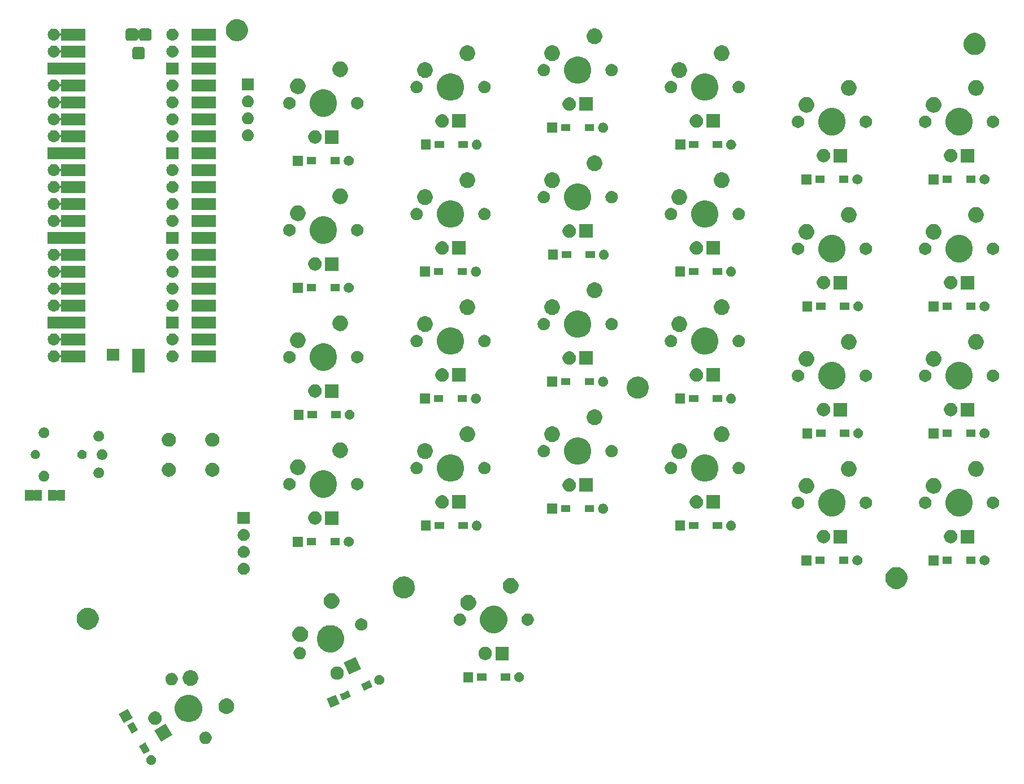
<source format=gbs>
G04 #@! TF.GenerationSoftware,KiCad,Pcbnew,(5.1.4)-1*
G04 #@! TF.CreationDate,2021-09-07T00:15:53+08:00*
G04 #@! TF.ProjectId,Split Keeb,53706c69-7420-44b6-9565-622e6b696361,rev?*
G04 #@! TF.SameCoordinates,Original*
G04 #@! TF.FileFunction,Soldermask,Bot*
G04 #@! TF.FilePolarity,Negative*
%FSLAX46Y46*%
G04 Gerber Fmt 4.6, Leading zero omitted, Abs format (unit mm)*
G04 Created by KiCad (PCBNEW (5.1.4)-1) date 2021-09-07 00:15:53*
%MOMM*%
%LPD*%
G04 APERTURE LIST*
%ADD10C,0.100000*%
G04 APERTURE END LIST*
D10*
G36*
X89369259Y-159641318D02*
G01*
X89493455Y-159666021D01*
X89629856Y-159722520D01*
X89752613Y-159804544D01*
X89857009Y-159908940D01*
X89939033Y-160031697D01*
X89995532Y-160168098D01*
X90024334Y-160312900D01*
X90024334Y-160460538D01*
X89995532Y-160605340D01*
X89939033Y-160741741D01*
X89857009Y-160864498D01*
X89752613Y-160968894D01*
X89629856Y-161050918D01*
X89493455Y-161107417D01*
X89369259Y-161132120D01*
X89348654Y-161136219D01*
X89201014Y-161136219D01*
X89180409Y-161132120D01*
X89056213Y-161107417D01*
X88919812Y-161050918D01*
X88797055Y-160968894D01*
X88692659Y-160864498D01*
X88610635Y-160741741D01*
X88554136Y-160605340D01*
X88525334Y-160460538D01*
X88525334Y-160312900D01*
X88554136Y-160168098D01*
X88610635Y-160031697D01*
X88692659Y-159908940D01*
X88797055Y-159804544D01*
X88919812Y-159722520D01*
X89056213Y-159666021D01*
X89180409Y-159641318D01*
X89201014Y-159637219D01*
X89348654Y-159637219D01*
X89369259Y-159641318D01*
X89369259Y-159641318D01*
G37*
G36*
X89063364Y-158968441D02*
G01*
X88607834Y-159231441D01*
X88152305Y-159494441D01*
X88152304Y-159494441D01*
X87451304Y-158280273D01*
X88156639Y-157873048D01*
X88362363Y-157754273D01*
X88362364Y-157754273D01*
X89063364Y-158968441D01*
X89063364Y-158968441D01*
G37*
G36*
X97679104Y-156162022D02*
G01*
X97847626Y-156231826D01*
X97999291Y-156333165D01*
X98128272Y-156462146D01*
X98229611Y-156613811D01*
X98299415Y-156782333D01*
X98335000Y-156961234D01*
X98335000Y-157143640D01*
X98299415Y-157322541D01*
X98229611Y-157491063D01*
X98128272Y-157642728D01*
X97999291Y-157771709D01*
X97847626Y-157873048D01*
X97679104Y-157942852D01*
X97500203Y-157978437D01*
X97317797Y-157978437D01*
X97138896Y-157942852D01*
X96970374Y-157873048D01*
X96818709Y-157771709D01*
X96689728Y-157642728D01*
X96588389Y-157491063D01*
X96518585Y-157322541D01*
X96483000Y-157143640D01*
X96483000Y-156961234D01*
X96518585Y-156782333D01*
X96588389Y-156613811D01*
X96689728Y-156462146D01*
X96818709Y-156333165D01*
X96970374Y-156231826D01*
X97138896Y-156162022D01*
X97317797Y-156126437D01*
X97500203Y-156126437D01*
X97679104Y-156162022D01*
X97679104Y-156162022D01*
G37*
G36*
X92475397Y-156660186D02*
G01*
X90737285Y-157663686D01*
X89733785Y-155925574D01*
X91471897Y-154922074D01*
X92475397Y-156660186D01*
X92475397Y-156660186D01*
G37*
G36*
X87288364Y-155894051D02*
G01*
X87233764Y-155925574D01*
X86377305Y-156420051D01*
X86377304Y-156420051D01*
X85676304Y-155205883D01*
X86253488Y-154872646D01*
X86587363Y-154679883D01*
X86587364Y-154679883D01*
X87288364Y-155894051D01*
X87288364Y-155894051D01*
G37*
G36*
X89961016Y-153095164D02*
G01*
X90127301Y-153128239D01*
X90309927Y-153203885D01*
X90474285Y-153313706D01*
X90614061Y-153453482D01*
X90723882Y-153617840D01*
X90799528Y-153800466D01*
X90838091Y-153994340D01*
X90838091Y-154192012D01*
X90799528Y-154385886D01*
X90723882Y-154568512D01*
X90614061Y-154732870D01*
X90474285Y-154872646D01*
X90309927Y-154982467D01*
X90127301Y-155058113D01*
X89961016Y-155091188D01*
X89933428Y-155096676D01*
X89735754Y-155096676D01*
X89708166Y-155091188D01*
X89541881Y-155058113D01*
X89359255Y-154982467D01*
X89194897Y-154872646D01*
X89055121Y-154732870D01*
X88945300Y-154568512D01*
X88869654Y-154385886D01*
X88831091Y-154192012D01*
X88831091Y-153994340D01*
X88869654Y-153800466D01*
X88945300Y-153617840D01*
X89055121Y-153453482D01*
X89194897Y-153313706D01*
X89359255Y-153203885D01*
X89541881Y-153128239D01*
X89708166Y-153095164D01*
X89735754Y-153089676D01*
X89933428Y-153089676D01*
X89961016Y-153095164D01*
X89961016Y-153095164D01*
G37*
G36*
X86488671Y-154061941D02*
G01*
X85190498Y-154811442D01*
X84440997Y-153513269D01*
X85739170Y-152763768D01*
X86488671Y-154061941D01*
X86488671Y-154061941D01*
G37*
G36*
X95465474Y-150686712D02*
G01*
X95683474Y-150777011D01*
X95837623Y-150840861D01*
X96172548Y-151064651D01*
X96457377Y-151349480D01*
X96681167Y-151684405D01*
X96681167Y-151684406D01*
X96835316Y-152056554D01*
X96913900Y-152451622D01*
X96913900Y-152854434D01*
X96835316Y-153249502D01*
X96791662Y-153354891D01*
X96681167Y-153621651D01*
X96457377Y-153956576D01*
X96172548Y-154241405D01*
X95837623Y-154465195D01*
X95683474Y-154529045D01*
X95465474Y-154619344D01*
X95070406Y-154697928D01*
X94667594Y-154697928D01*
X94272526Y-154619344D01*
X94054526Y-154529045D01*
X93900377Y-154465195D01*
X93565452Y-154241405D01*
X93280623Y-153956576D01*
X93056833Y-153621651D01*
X92946338Y-153354891D01*
X92902684Y-153249502D01*
X92824100Y-152854434D01*
X92824100Y-152451622D01*
X92902684Y-152056554D01*
X93056833Y-151684406D01*
X93056833Y-151684405D01*
X93280623Y-151349480D01*
X93565452Y-151064651D01*
X93900377Y-150840861D01*
X94054526Y-150777011D01*
X94272526Y-150686712D01*
X94667594Y-150608128D01*
X95070406Y-150608128D01*
X95465474Y-150686712D01*
X95465474Y-150686712D01*
G37*
G36*
X100729969Y-151151797D02*
G01*
X100881436Y-151181926D01*
X101095454Y-151270575D01*
X101095455Y-151270576D01*
X101288063Y-151399272D01*
X101451870Y-151563079D01*
X101532937Y-151684405D01*
X101580567Y-151755688D01*
X101669216Y-151969706D01*
X101669216Y-151969708D01*
X101714409Y-152196906D01*
X101714409Y-152428560D01*
X101709821Y-152451623D01*
X101669216Y-152655760D01*
X101580567Y-152869778D01*
X101580566Y-152869779D01*
X101451870Y-153062387D01*
X101288063Y-153226194D01*
X101253178Y-153249503D01*
X101095454Y-153354891D01*
X100881436Y-153443540D01*
X100729969Y-153473669D01*
X100654236Y-153488733D01*
X100422582Y-153488733D01*
X100346849Y-153473669D01*
X100195382Y-153443540D01*
X99981364Y-153354891D01*
X99823640Y-153249503D01*
X99788755Y-153226194D01*
X99624948Y-153062387D01*
X99496252Y-152869779D01*
X99496251Y-152869778D01*
X99407602Y-152655760D01*
X99366997Y-152451623D01*
X99362409Y-152428560D01*
X99362409Y-152196906D01*
X99407602Y-151969708D01*
X99407602Y-151969706D01*
X99496251Y-151755688D01*
X99543881Y-151684405D01*
X99624948Y-151563079D01*
X99788755Y-151399272D01*
X99981363Y-151270576D01*
X99981364Y-151270575D01*
X100195382Y-151181926D01*
X100346849Y-151151797D01*
X100422582Y-151136733D01*
X100654236Y-151136733D01*
X100729969Y-151151797D01*
X100729969Y-151151797D01*
G37*
G36*
X117530332Y-151944060D02*
G01*
X116171777Y-152577565D01*
X115538272Y-151219010D01*
X116896827Y-150585505D01*
X117530332Y-151944060D01*
X117530332Y-151944060D01*
G37*
G36*
X119236258Y-150901968D02*
G01*
X118887383Y-151064651D01*
X117965615Y-151494479D01*
X117965614Y-151494479D01*
X117521020Y-150541044D01*
X118156342Y-150244789D01*
X118791663Y-149948533D01*
X118791664Y-149948533D01*
X119236258Y-150901968D01*
X119236258Y-150901968D01*
G37*
G36*
X122453650Y-149401674D02*
G01*
X121818328Y-149697929D01*
X121183007Y-149994185D01*
X121183006Y-149994185D01*
X120738412Y-149040750D01*
X121485783Y-148692245D01*
X122009055Y-148448239D01*
X122009056Y-148448239D01*
X122453650Y-149401674D01*
X122453650Y-149401674D01*
G37*
G36*
X95355265Y-146922535D02*
G01*
X95506732Y-146952664D01*
X95720750Y-147041313D01*
X95784954Y-147084213D01*
X95913359Y-147170010D01*
X96077166Y-147333817D01*
X96162963Y-147462222D01*
X96205863Y-147526426D01*
X96294512Y-147740444D01*
X96339705Y-147967645D01*
X96339705Y-148199297D01*
X96294512Y-148426498D01*
X96205863Y-148640516D01*
X96205862Y-148640517D01*
X96077166Y-148833125D01*
X95913359Y-148996932D01*
X95870780Y-149025382D01*
X95720750Y-149125629D01*
X95506732Y-149214278D01*
X95355265Y-149244407D01*
X95279532Y-149259471D01*
X95047878Y-149259471D01*
X94972145Y-149244407D01*
X94820678Y-149214278D01*
X94606660Y-149125629D01*
X94456630Y-149025382D01*
X94414051Y-148996932D01*
X94250244Y-148833125D01*
X94121548Y-148640517D01*
X94121547Y-148640516D01*
X94032898Y-148426498D01*
X93987705Y-148199297D01*
X93987705Y-147967645D01*
X94032898Y-147740444D01*
X94121547Y-147526426D01*
X94164447Y-147462222D01*
X94250244Y-147333817D01*
X94414051Y-147170010D01*
X94542456Y-147084213D01*
X94606660Y-147041313D01*
X94820678Y-146952664D01*
X94972145Y-146922535D01*
X95047878Y-146907471D01*
X95279532Y-146907471D01*
X95355265Y-146922535D01*
X95355265Y-146922535D01*
G37*
G36*
X92599104Y-147363204D02*
G01*
X92767626Y-147433008D01*
X92919291Y-147534347D01*
X93048272Y-147663328D01*
X93149611Y-147814993D01*
X93219415Y-147983515D01*
X93255000Y-148162416D01*
X93255000Y-148344822D01*
X93219415Y-148523723D01*
X93149611Y-148692245D01*
X93048272Y-148843910D01*
X92919291Y-148972891D01*
X92767626Y-149074230D01*
X92599104Y-149144034D01*
X92420203Y-149179619D01*
X92237797Y-149179619D01*
X92058896Y-149144034D01*
X91890374Y-149074230D01*
X91738709Y-148972891D01*
X91609728Y-148843910D01*
X91508389Y-148692245D01*
X91438585Y-148523723D01*
X91403000Y-148344822D01*
X91403000Y-148162416D01*
X91438585Y-147983515D01*
X91508389Y-147814993D01*
X91609728Y-147663328D01*
X91738709Y-147534347D01*
X91890374Y-147433008D01*
X92058896Y-147363204D01*
X92237797Y-147327619D01*
X92420203Y-147327619D01*
X92599104Y-147363204D01*
X92599104Y-147363204D01*
G37*
G36*
X123534793Y-147615782D02*
G01*
X123658989Y-147640485D01*
X123795390Y-147696984D01*
X123918147Y-147779008D01*
X124022543Y-147883404D01*
X124104567Y-148006161D01*
X124161066Y-148142562D01*
X124189868Y-148287364D01*
X124189868Y-148435002D01*
X124161066Y-148579804D01*
X124104567Y-148716205D01*
X124022543Y-148838962D01*
X123918147Y-148943358D01*
X123795390Y-149025382D01*
X123658989Y-149081881D01*
X123534793Y-149106584D01*
X123514188Y-149110683D01*
X123366548Y-149110683D01*
X123345943Y-149106584D01*
X123221747Y-149081881D01*
X123085346Y-149025382D01*
X122962589Y-148943358D01*
X122858193Y-148838962D01*
X122776169Y-148716205D01*
X122719670Y-148579804D01*
X122690868Y-148435002D01*
X122690868Y-148287364D01*
X122719670Y-148142562D01*
X122776169Y-148006161D01*
X122858193Y-147883404D01*
X122962589Y-147779008D01*
X123085346Y-147696984D01*
X123221747Y-147640485D01*
X123345943Y-147615782D01*
X123366548Y-147611683D01*
X123514188Y-147611683D01*
X123534793Y-147615782D01*
X123534793Y-147615782D01*
G37*
G36*
X137528500Y-148704500D02*
G01*
X136029500Y-148704500D01*
X136029500Y-147205500D01*
X137528500Y-147205500D01*
X137528500Y-148704500D01*
X137528500Y-148704500D01*
G37*
G36*
X144493425Y-147209599D02*
G01*
X144617621Y-147234302D01*
X144754022Y-147290801D01*
X144876779Y-147372825D01*
X144981175Y-147477221D01*
X145063199Y-147599978D01*
X145119698Y-147736379D01*
X145148500Y-147881181D01*
X145148500Y-148028819D01*
X145119698Y-148173621D01*
X145063199Y-148310022D01*
X144981175Y-148432779D01*
X144876779Y-148537175D01*
X144754022Y-148619199D01*
X144617621Y-148675698D01*
X144493425Y-148700401D01*
X144472820Y-148704500D01*
X144325180Y-148704500D01*
X144304575Y-148700401D01*
X144180379Y-148675698D01*
X144043978Y-148619199D01*
X143921221Y-148537175D01*
X143816825Y-148432779D01*
X143734801Y-148310022D01*
X143678302Y-148173621D01*
X143649500Y-148028819D01*
X143649500Y-147881181D01*
X143678302Y-147736379D01*
X143734801Y-147599978D01*
X143816825Y-147477221D01*
X143921221Y-147372825D01*
X144043978Y-147290801D01*
X144180379Y-147234302D01*
X144304575Y-147209599D01*
X144325180Y-147205500D01*
X144472820Y-147205500D01*
X144493425Y-147209599D01*
X144493425Y-147209599D01*
G37*
G36*
X143065000Y-148481000D02*
G01*
X141663000Y-148481000D01*
X141663000Y-147429000D01*
X143065000Y-147429000D01*
X143065000Y-148481000D01*
X143065000Y-148481000D01*
G37*
G36*
X139515000Y-148481000D02*
G01*
X138113000Y-148481000D01*
X138113000Y-147429000D01*
X139515000Y-147429000D01*
X139515000Y-148481000D01*
X139515000Y-148481000D01*
G37*
G36*
X117256941Y-146342673D02*
G01*
X117423226Y-146375748D01*
X117605852Y-146451394D01*
X117770210Y-146561215D01*
X117909986Y-146700991D01*
X118019807Y-146865349D01*
X118095453Y-147047975D01*
X118134016Y-147241849D01*
X118134016Y-147439521D01*
X118095453Y-147633395D01*
X118019807Y-147816021D01*
X117909986Y-147980379D01*
X117770210Y-148120155D01*
X117605852Y-148229976D01*
X117423226Y-148305622D01*
X117256941Y-148338697D01*
X117229353Y-148344185D01*
X117031679Y-148344185D01*
X117004091Y-148338697D01*
X116837806Y-148305622D01*
X116655180Y-148229976D01*
X116490822Y-148120155D01*
X116351046Y-147980379D01*
X116241225Y-147816021D01*
X116165579Y-147633395D01*
X116127016Y-147439521D01*
X116127016Y-147241849D01*
X116165579Y-147047975D01*
X116241225Y-146865349D01*
X116351046Y-146700991D01*
X116490822Y-146561215D01*
X116655180Y-146451394D01*
X116837806Y-146375748D01*
X117004091Y-146342673D01*
X117031679Y-146337185D01*
X117229353Y-146337185D01*
X117256941Y-146342673D01*
X117256941Y-146342673D01*
G37*
G36*
X120766115Y-146752616D02*
G01*
X118947156Y-147600811D01*
X118098961Y-145781852D01*
X119917920Y-144933657D01*
X120766115Y-146752616D01*
X120766115Y-146752616D01*
G37*
G36*
X142862500Y-145402500D02*
G01*
X140855500Y-145402500D01*
X140855500Y-143395500D01*
X142862500Y-143395500D01*
X142862500Y-145402500D01*
X142862500Y-145402500D01*
G37*
G36*
X139445425Y-143400988D02*
G01*
X139611710Y-143434063D01*
X139794336Y-143509709D01*
X139958694Y-143619530D01*
X140098470Y-143759306D01*
X140208291Y-143923664D01*
X140283937Y-144106290D01*
X140322500Y-144300164D01*
X140322500Y-144497836D01*
X140283937Y-144691710D01*
X140208291Y-144874336D01*
X140098470Y-145038694D01*
X139958694Y-145178470D01*
X139794336Y-145288291D01*
X139611710Y-145363937D01*
X139445425Y-145397012D01*
X139417837Y-145402500D01*
X139220163Y-145402500D01*
X139192575Y-145397012D01*
X139026290Y-145363937D01*
X138843664Y-145288291D01*
X138679306Y-145178470D01*
X138539530Y-145038694D01*
X138429709Y-144874336D01*
X138354063Y-144691710D01*
X138315500Y-144497836D01*
X138315500Y-144300164D01*
X138354063Y-144106290D01*
X138429709Y-143923664D01*
X138539530Y-143759306D01*
X138679306Y-143619530D01*
X138843664Y-143509709D01*
X139026290Y-143434063D01*
X139192575Y-143400988D01*
X139220163Y-143395500D01*
X139417837Y-143395500D01*
X139445425Y-143400988D01*
X139445425Y-143400988D01*
G37*
G36*
X111800686Y-143456402D02*
G01*
X111969208Y-143526206D01*
X112120873Y-143627545D01*
X112249854Y-143756526D01*
X112351193Y-143908191D01*
X112420997Y-144076713D01*
X112456582Y-144255614D01*
X112456582Y-144438020D01*
X112420997Y-144616921D01*
X112351193Y-144785443D01*
X112249854Y-144937108D01*
X112120873Y-145066089D01*
X111969208Y-145167428D01*
X111800686Y-145237232D01*
X111621785Y-145272817D01*
X111439379Y-145272817D01*
X111260478Y-145237232D01*
X111091956Y-145167428D01*
X110940291Y-145066089D01*
X110811310Y-144937108D01*
X110709971Y-144785443D01*
X110640167Y-144616921D01*
X110604582Y-144438020D01*
X110604582Y-144255614D01*
X110640167Y-144076713D01*
X110709971Y-143908191D01*
X110811310Y-143756526D01*
X110940291Y-143627545D01*
X111091956Y-143526206D01*
X111260478Y-143456402D01*
X111439379Y-143420817D01*
X111621785Y-143420817D01*
X111800686Y-143456402D01*
X111800686Y-143456402D01*
G37*
G36*
X116731100Y-140233600D02*
G01*
X116947215Y-140323118D01*
X117103249Y-140387749D01*
X117438174Y-140611539D01*
X117723003Y-140896368D01*
X117946793Y-141231293D01*
X117969170Y-141285316D01*
X118100942Y-141603442D01*
X118179526Y-141998510D01*
X118179526Y-142401322D01*
X118100942Y-142796390D01*
X118010643Y-143014390D01*
X117946793Y-143168539D01*
X117723003Y-143503464D01*
X117438174Y-143788293D01*
X117103249Y-144012083D01*
X116949100Y-144075933D01*
X116731100Y-144166232D01*
X116336032Y-144244816D01*
X115933220Y-144244816D01*
X115538152Y-144166232D01*
X115320152Y-144075933D01*
X115166003Y-144012083D01*
X114831078Y-143788293D01*
X114546249Y-143503464D01*
X114322459Y-143168539D01*
X114258609Y-143014390D01*
X114168310Y-142796390D01*
X114089726Y-142401322D01*
X114089726Y-141998510D01*
X114168310Y-141603442D01*
X114300082Y-141285316D01*
X114322459Y-141231293D01*
X114546249Y-140896368D01*
X114831078Y-140611539D01*
X115166003Y-140387749D01*
X115322037Y-140323118D01*
X115538152Y-140233600D01*
X115933220Y-140155016D01*
X116336032Y-140155016D01*
X116731100Y-140233600D01*
X116731100Y-140233600D01*
G37*
G36*
X111799703Y-140347134D02*
G01*
X111951170Y-140377263D01*
X112165188Y-140465912D01*
X112203694Y-140491641D01*
X112357797Y-140594609D01*
X112521604Y-140758416D01*
X112607401Y-140886821D01*
X112650301Y-140951025D01*
X112738950Y-141165043D01*
X112784143Y-141392244D01*
X112784143Y-141623896D01*
X112738950Y-141851097D01*
X112650301Y-142065115D01*
X112650300Y-142065116D01*
X112521604Y-142257724D01*
X112357797Y-142421531D01*
X112229392Y-142507328D01*
X112165188Y-142550228D01*
X111951170Y-142638877D01*
X111799703Y-142669006D01*
X111723970Y-142684070D01*
X111492316Y-142684070D01*
X111416583Y-142669006D01*
X111265116Y-142638877D01*
X111051098Y-142550228D01*
X110986894Y-142507328D01*
X110858489Y-142421531D01*
X110694682Y-142257724D01*
X110565986Y-142065116D01*
X110565985Y-142065115D01*
X110477336Y-141851097D01*
X110432143Y-141623896D01*
X110432143Y-141392244D01*
X110477336Y-141165043D01*
X110565985Y-140951025D01*
X110608885Y-140886821D01*
X110694682Y-140758416D01*
X110858489Y-140594609D01*
X111012592Y-140491641D01*
X111051098Y-140465912D01*
X111265116Y-140377263D01*
X111416583Y-140347134D01*
X111492316Y-140332070D01*
X111723970Y-140332070D01*
X111799703Y-140347134D01*
X111799703Y-140347134D01*
G37*
G36*
X141185474Y-137352684D02*
G01*
X141386329Y-137435881D01*
X141557623Y-137506833D01*
X141892548Y-137730623D01*
X142177377Y-138015452D01*
X142401167Y-138350377D01*
X142433562Y-138428586D01*
X142555316Y-138722526D01*
X142633900Y-139117594D01*
X142633900Y-139520406D01*
X142555316Y-139915474D01*
X142504451Y-140038272D01*
X142401167Y-140287623D01*
X142177377Y-140622548D01*
X141892548Y-140907377D01*
X141557623Y-141131167D01*
X141403474Y-141195017D01*
X141185474Y-141285316D01*
X140790406Y-141363900D01*
X140387594Y-141363900D01*
X139992526Y-141285316D01*
X139774526Y-141195017D01*
X139620377Y-141131167D01*
X139285452Y-140907377D01*
X139000623Y-140622548D01*
X138776833Y-140287623D01*
X138673549Y-140038272D01*
X138622684Y-139915474D01*
X138544100Y-139520406D01*
X138544100Y-139117594D01*
X138622684Y-138722526D01*
X138744438Y-138428586D01*
X138776833Y-138350377D01*
X139000623Y-138015452D01*
X139285452Y-137730623D01*
X139620377Y-137506833D01*
X139791671Y-137435881D01*
X139992526Y-137352684D01*
X140387594Y-137274100D01*
X140790406Y-137274100D01*
X141185474Y-137352684D01*
X141185474Y-137352684D01*
G37*
G36*
X121008774Y-139162600D02*
G01*
X121177296Y-139232404D01*
X121328961Y-139333743D01*
X121457942Y-139462724D01*
X121559281Y-139614389D01*
X121629085Y-139782911D01*
X121664670Y-139961812D01*
X121664670Y-140144218D01*
X121629085Y-140323119D01*
X121559281Y-140491641D01*
X121457942Y-140643306D01*
X121328961Y-140772287D01*
X121177296Y-140873626D01*
X121008774Y-140943430D01*
X120829873Y-140979015D01*
X120647467Y-140979015D01*
X120468566Y-140943430D01*
X120300044Y-140873626D01*
X120148379Y-140772287D01*
X120019398Y-140643306D01*
X119918059Y-140491641D01*
X119848255Y-140323119D01*
X119812670Y-140144218D01*
X119812670Y-139961812D01*
X119848255Y-139782911D01*
X119918059Y-139614389D01*
X120019398Y-139462724D01*
X120148379Y-139333743D01*
X120300044Y-139232404D01*
X120468566Y-139162600D01*
X120647467Y-139127015D01*
X120829873Y-139127015D01*
X121008774Y-139162600D01*
X121008774Y-139162600D01*
G37*
G36*
X80131256Y-137583298D02*
G01*
X80237579Y-137604447D01*
X80355349Y-137653229D01*
X80464455Y-137698422D01*
X80538042Y-137728903D01*
X80808451Y-137909585D01*
X81038415Y-138139549D01*
X81219097Y-138409958D01*
X81343553Y-138710421D01*
X81345961Y-138722526D01*
X81407000Y-139029389D01*
X81407000Y-139354611D01*
X81374021Y-139520405D01*
X81343553Y-139673579D01*
X81219097Y-139974042D01*
X81038415Y-140244451D01*
X80808451Y-140474415D01*
X80538042Y-140655097D01*
X80237579Y-140779553D01*
X80131256Y-140800702D01*
X79918611Y-140843000D01*
X79593389Y-140843000D01*
X79380744Y-140800702D01*
X79274421Y-140779553D01*
X78973958Y-140655097D01*
X78703549Y-140474415D01*
X78473585Y-140244451D01*
X78292903Y-139974042D01*
X78168447Y-139673579D01*
X78137979Y-139520405D01*
X78105000Y-139354611D01*
X78105000Y-139029389D01*
X78166039Y-138722526D01*
X78168447Y-138710421D01*
X78292903Y-138409958D01*
X78473585Y-138139549D01*
X78703549Y-137909585D01*
X78973958Y-137728903D01*
X79047546Y-137698422D01*
X79156651Y-137653229D01*
X79274421Y-137604447D01*
X79380744Y-137583298D01*
X79593389Y-137541000D01*
X79918611Y-137541000D01*
X80131256Y-137583298D01*
X80131256Y-137583298D01*
G37*
G36*
X135779104Y-138428585D02*
G01*
X135947626Y-138498389D01*
X136099291Y-138599728D01*
X136228272Y-138728709D01*
X136329611Y-138880374D01*
X136399415Y-139048896D01*
X136435000Y-139227797D01*
X136435000Y-139410203D01*
X136399415Y-139589104D01*
X136329611Y-139757626D01*
X136228272Y-139909291D01*
X136099291Y-140038272D01*
X135947626Y-140139611D01*
X135779104Y-140209415D01*
X135600203Y-140245000D01*
X135417797Y-140245000D01*
X135238896Y-140209415D01*
X135070374Y-140139611D01*
X134918709Y-140038272D01*
X134789728Y-139909291D01*
X134688389Y-139757626D01*
X134618585Y-139589104D01*
X134583000Y-139410203D01*
X134583000Y-139227797D01*
X134618585Y-139048896D01*
X134688389Y-138880374D01*
X134789728Y-138728709D01*
X134918709Y-138599728D01*
X135070374Y-138498389D01*
X135238896Y-138428585D01*
X135417797Y-138393000D01*
X135600203Y-138393000D01*
X135779104Y-138428585D01*
X135779104Y-138428585D01*
G37*
G36*
X145939104Y-138428585D02*
G01*
X146107626Y-138498389D01*
X146259291Y-138599728D01*
X146388272Y-138728709D01*
X146489611Y-138880374D01*
X146559415Y-139048896D01*
X146595000Y-139227797D01*
X146595000Y-139410203D01*
X146559415Y-139589104D01*
X146489611Y-139757626D01*
X146388272Y-139909291D01*
X146259291Y-140038272D01*
X146107626Y-140139611D01*
X145939104Y-140209415D01*
X145760203Y-140245000D01*
X145577797Y-140245000D01*
X145398896Y-140209415D01*
X145230374Y-140139611D01*
X145078709Y-140038272D01*
X144949728Y-139909291D01*
X144848389Y-139757626D01*
X144778585Y-139589104D01*
X144743000Y-139410203D01*
X144743000Y-139227797D01*
X144778585Y-139048896D01*
X144848389Y-138880374D01*
X144949728Y-138728709D01*
X145078709Y-138599728D01*
X145230374Y-138498389D01*
X145398896Y-138428585D01*
X145577797Y-138393000D01*
X145760203Y-138393000D01*
X145939104Y-138428585D01*
X145939104Y-138428585D01*
G37*
G36*
X136970560Y-135618064D02*
G01*
X137122027Y-135648193D01*
X137336045Y-135736842D01*
X137336046Y-135736843D01*
X137528654Y-135865539D01*
X137692461Y-136029346D01*
X137726676Y-136080553D01*
X137821158Y-136221955D01*
X137909807Y-136435973D01*
X137955000Y-136663174D01*
X137955000Y-136894826D01*
X137909807Y-137122027D01*
X137821158Y-137336045D01*
X137821157Y-137336046D01*
X137692461Y-137528654D01*
X137528654Y-137692461D01*
X137474114Y-137728903D01*
X137336045Y-137821158D01*
X137122027Y-137909807D01*
X136970560Y-137939936D01*
X136894827Y-137955000D01*
X136663173Y-137955000D01*
X136587440Y-137939936D01*
X136435973Y-137909807D01*
X136221955Y-137821158D01*
X136083886Y-137728903D01*
X136029346Y-137692461D01*
X135865539Y-137528654D01*
X135736843Y-137336046D01*
X135736842Y-137336045D01*
X135648193Y-137122027D01*
X135603000Y-136894826D01*
X135603000Y-136663174D01*
X135648193Y-136435973D01*
X135736842Y-136221955D01*
X135831324Y-136080553D01*
X135865539Y-136029346D01*
X136029346Y-135865539D01*
X136221954Y-135736843D01*
X136221955Y-135736842D01*
X136435973Y-135648193D01*
X136587440Y-135618064D01*
X136663173Y-135603000D01*
X136894827Y-135603000D01*
X136970560Y-135618064D01*
X136970560Y-135618064D01*
G37*
G36*
X116481307Y-135361486D02*
G01*
X116632774Y-135391615D01*
X116846792Y-135480264D01*
X116846793Y-135480265D01*
X117039401Y-135608961D01*
X117203208Y-135772768D01*
X117289005Y-135901173D01*
X117331905Y-135965377D01*
X117420554Y-136179395D01*
X117465747Y-136406596D01*
X117465747Y-136638248D01*
X117420554Y-136865449D01*
X117331905Y-137079467D01*
X117303467Y-137122027D01*
X117203208Y-137272076D01*
X117039401Y-137435883D01*
X116933216Y-137506833D01*
X116846792Y-137564580D01*
X116632774Y-137653229D01*
X116481307Y-137683358D01*
X116405574Y-137698422D01*
X116173920Y-137698422D01*
X116098187Y-137683358D01*
X115946720Y-137653229D01*
X115732702Y-137564580D01*
X115646278Y-137506833D01*
X115540093Y-137435883D01*
X115376286Y-137272076D01*
X115276027Y-137122027D01*
X115247589Y-137079467D01*
X115158940Y-136865449D01*
X115113747Y-136638248D01*
X115113747Y-136406596D01*
X115158940Y-136179395D01*
X115247589Y-135965377D01*
X115290489Y-135901173D01*
X115376286Y-135772768D01*
X115540093Y-135608961D01*
X115732701Y-135480265D01*
X115732702Y-135480264D01*
X115946720Y-135391615D01*
X116098187Y-135361486D01*
X116173920Y-135346422D01*
X116405574Y-135346422D01*
X116481307Y-135361486D01*
X116481307Y-135361486D01*
G37*
G36*
X127502256Y-132884298D02*
G01*
X127608579Y-132905447D01*
X127909042Y-133029903D01*
X128179451Y-133210585D01*
X128409415Y-133440549D01*
X128590097Y-133710958D01*
X128666734Y-133895975D01*
X128714553Y-134011422D01*
X128778000Y-134330389D01*
X128778000Y-134655611D01*
X128735702Y-134868256D01*
X128714553Y-134974579D01*
X128590097Y-135275042D01*
X128409415Y-135545451D01*
X128179451Y-135775415D01*
X127909042Y-135956097D01*
X127608579Y-136080553D01*
X127502256Y-136101702D01*
X127289611Y-136144000D01*
X126964389Y-136144000D01*
X126751744Y-136101702D01*
X126645421Y-136080553D01*
X126344958Y-135956097D01*
X126074549Y-135775415D01*
X125844585Y-135545451D01*
X125663903Y-135275042D01*
X125539447Y-134974579D01*
X125518298Y-134868256D01*
X125476000Y-134655611D01*
X125476000Y-134330389D01*
X125539447Y-134011422D01*
X125587267Y-133895975D01*
X125663903Y-133710958D01*
X125844585Y-133440549D01*
X126074549Y-133210585D01*
X126344958Y-133029903D01*
X126645421Y-132905447D01*
X126751744Y-132884298D01*
X126964389Y-132842000D01*
X127289611Y-132842000D01*
X127502256Y-132884298D01*
X127502256Y-132884298D01*
G37*
G36*
X143320560Y-133078064D02*
G01*
X143472027Y-133108193D01*
X143686045Y-133196842D01*
X143750249Y-133239742D01*
X143878654Y-133325539D01*
X144042461Y-133489346D01*
X144101415Y-133577578D01*
X144171158Y-133681955D01*
X144259807Y-133895973D01*
X144305000Y-134123174D01*
X144305000Y-134354826D01*
X144259807Y-134582027D01*
X144171158Y-134796045D01*
X144171157Y-134796046D01*
X144042461Y-134988654D01*
X143878654Y-135152461D01*
X143750249Y-135238258D01*
X143686045Y-135281158D01*
X143472027Y-135369807D01*
X143320560Y-135399936D01*
X143244827Y-135415000D01*
X143013173Y-135415000D01*
X142937440Y-135399936D01*
X142785973Y-135369807D01*
X142571955Y-135281158D01*
X142507751Y-135238258D01*
X142379346Y-135152461D01*
X142215539Y-134988654D01*
X142086843Y-134796046D01*
X142086842Y-134796045D01*
X141998193Y-134582027D01*
X141953000Y-134354826D01*
X141953000Y-134123174D01*
X141998193Y-133895973D01*
X142086842Y-133681955D01*
X142156585Y-133577578D01*
X142215539Y-133489346D01*
X142379346Y-133325539D01*
X142507751Y-133239742D01*
X142571955Y-133196842D01*
X142785973Y-133108193D01*
X142937440Y-133078064D01*
X143013173Y-133063000D01*
X143244827Y-133063000D01*
X143320560Y-133078064D01*
X143320560Y-133078064D01*
G37*
G36*
X201289256Y-131487298D02*
G01*
X201395579Y-131508447D01*
X201696042Y-131632903D01*
X201966451Y-131813585D01*
X202196415Y-132043549D01*
X202302283Y-132201991D01*
X202377098Y-132313960D01*
X202387547Y-132339186D01*
X202495580Y-132600000D01*
X202501553Y-132614422D01*
X202565000Y-132933389D01*
X202565000Y-133258611D01*
X202528810Y-133440549D01*
X202501553Y-133577579D01*
X202377097Y-133878042D01*
X202196415Y-134148451D01*
X201966451Y-134378415D01*
X201696042Y-134559097D01*
X201395579Y-134683553D01*
X201289256Y-134704702D01*
X201076611Y-134747000D01*
X200751389Y-134747000D01*
X200538744Y-134704702D01*
X200432421Y-134683553D01*
X200131958Y-134559097D01*
X199861549Y-134378415D01*
X199631585Y-134148451D01*
X199450903Y-133878042D01*
X199326447Y-133577579D01*
X199299190Y-133440549D01*
X199263000Y-133258611D01*
X199263000Y-132933389D01*
X199326447Y-132614422D01*
X199332421Y-132600000D01*
X199440453Y-132339186D01*
X199450902Y-132313960D01*
X199525717Y-132201991D01*
X199631585Y-132043549D01*
X199861549Y-131813585D01*
X200131958Y-131632903D01*
X200432421Y-131508447D01*
X200538744Y-131487298D01*
X200751389Y-131445000D01*
X201076611Y-131445000D01*
X201289256Y-131487298D01*
X201289256Y-131487298D01*
G37*
G36*
X103234442Y-130804518D02*
G01*
X103300627Y-130811037D01*
X103470466Y-130862557D01*
X103626991Y-130946222D01*
X103662729Y-130975552D01*
X103764186Y-131058814D01*
X103838771Y-131149698D01*
X103876778Y-131196009D01*
X103960443Y-131352534D01*
X104011963Y-131522373D01*
X104029359Y-131699000D01*
X104011963Y-131875627D01*
X103960443Y-132045466D01*
X103876778Y-132201991D01*
X103847448Y-132237729D01*
X103764186Y-132339186D01*
X103662729Y-132422448D01*
X103626991Y-132451778D01*
X103470466Y-132535443D01*
X103300627Y-132586963D01*
X103234442Y-132593482D01*
X103168260Y-132600000D01*
X103079740Y-132600000D01*
X103013558Y-132593482D01*
X102947373Y-132586963D01*
X102777534Y-132535443D01*
X102621009Y-132451778D01*
X102585271Y-132422448D01*
X102483814Y-132339186D01*
X102400552Y-132237729D01*
X102371222Y-132201991D01*
X102287557Y-132045466D01*
X102236037Y-131875627D01*
X102218641Y-131699000D01*
X102236037Y-131522373D01*
X102287557Y-131352534D01*
X102371222Y-131196009D01*
X102409229Y-131149698D01*
X102483814Y-131058814D01*
X102585271Y-130975552D01*
X102621009Y-130946222D01*
X102777534Y-130862557D01*
X102947373Y-130811037D01*
X103013558Y-130804518D01*
X103079740Y-130798000D01*
X103168260Y-130798000D01*
X103234442Y-130804518D01*
X103234442Y-130804518D01*
G37*
G36*
X195166425Y-129683599D02*
G01*
X195290621Y-129708302D01*
X195427022Y-129764801D01*
X195549779Y-129846825D01*
X195654175Y-129951221D01*
X195736199Y-130073978D01*
X195792698Y-130210379D01*
X195821500Y-130355181D01*
X195821500Y-130502819D01*
X195792698Y-130647621D01*
X195736199Y-130784022D01*
X195654175Y-130906779D01*
X195549779Y-131011175D01*
X195427022Y-131093199D01*
X195290621Y-131149698D01*
X195166425Y-131174401D01*
X195145820Y-131178500D01*
X194998180Y-131178500D01*
X194977575Y-131174401D01*
X194853379Y-131149698D01*
X194716978Y-131093199D01*
X194594221Y-131011175D01*
X194489825Y-130906779D01*
X194407801Y-130784022D01*
X194351302Y-130647621D01*
X194322500Y-130502819D01*
X194322500Y-130355181D01*
X194351302Y-130210379D01*
X194407801Y-130073978D01*
X194489825Y-129951221D01*
X194594221Y-129846825D01*
X194716978Y-129764801D01*
X194853379Y-129708302D01*
X194977575Y-129683599D01*
X194998180Y-129679500D01*
X195145820Y-129679500D01*
X195166425Y-129683599D01*
X195166425Y-129683599D01*
G37*
G36*
X207251500Y-131178500D02*
G01*
X205752500Y-131178500D01*
X205752500Y-129679500D01*
X207251500Y-129679500D01*
X207251500Y-131178500D01*
X207251500Y-131178500D01*
G37*
G36*
X188201500Y-131178500D02*
G01*
X186702500Y-131178500D01*
X186702500Y-129679500D01*
X188201500Y-129679500D01*
X188201500Y-131178500D01*
X188201500Y-131178500D01*
G37*
G36*
X214216425Y-129683599D02*
G01*
X214340621Y-129708302D01*
X214477022Y-129764801D01*
X214599779Y-129846825D01*
X214704175Y-129951221D01*
X214786199Y-130073978D01*
X214842698Y-130210379D01*
X214871500Y-130355181D01*
X214871500Y-130502819D01*
X214842698Y-130647621D01*
X214786199Y-130784022D01*
X214704175Y-130906779D01*
X214599779Y-131011175D01*
X214477022Y-131093199D01*
X214340621Y-131149698D01*
X214216425Y-131174401D01*
X214195820Y-131178500D01*
X214048180Y-131178500D01*
X214027575Y-131174401D01*
X213903379Y-131149698D01*
X213766978Y-131093199D01*
X213644221Y-131011175D01*
X213539825Y-130906779D01*
X213457801Y-130784022D01*
X213401302Y-130647621D01*
X213372500Y-130502819D01*
X213372500Y-130355181D01*
X213401302Y-130210379D01*
X213457801Y-130073978D01*
X213539825Y-129951221D01*
X213644221Y-129846825D01*
X213766978Y-129764801D01*
X213903379Y-129708302D01*
X214027575Y-129683599D01*
X214048180Y-129679500D01*
X214195820Y-129679500D01*
X214216425Y-129683599D01*
X214216425Y-129683599D01*
G37*
G36*
X212788000Y-130955000D02*
G01*
X211386000Y-130955000D01*
X211386000Y-129903000D01*
X212788000Y-129903000D01*
X212788000Y-130955000D01*
X212788000Y-130955000D01*
G37*
G36*
X209238000Y-130955000D02*
G01*
X207836000Y-130955000D01*
X207836000Y-129903000D01*
X209238000Y-129903000D01*
X209238000Y-130955000D01*
X209238000Y-130955000D01*
G37*
G36*
X193738000Y-130955000D02*
G01*
X192336000Y-130955000D01*
X192336000Y-129903000D01*
X193738000Y-129903000D01*
X193738000Y-130955000D01*
X193738000Y-130955000D01*
G37*
G36*
X190188000Y-130955000D02*
G01*
X188786000Y-130955000D01*
X188786000Y-129903000D01*
X190188000Y-129903000D01*
X190188000Y-130955000D01*
X190188000Y-130955000D01*
G37*
G36*
X103234443Y-128264519D02*
G01*
X103300627Y-128271037D01*
X103470466Y-128322557D01*
X103626991Y-128406222D01*
X103662729Y-128435552D01*
X103764186Y-128518814D01*
X103847448Y-128620271D01*
X103876778Y-128656009D01*
X103960443Y-128812534D01*
X104011963Y-128982373D01*
X104029359Y-129159000D01*
X104011963Y-129335627D01*
X103960443Y-129505466D01*
X103876778Y-129661991D01*
X103847448Y-129697729D01*
X103764186Y-129799186D01*
X103662729Y-129882448D01*
X103626991Y-129911778D01*
X103470466Y-129995443D01*
X103300627Y-130046963D01*
X103234442Y-130053482D01*
X103168260Y-130060000D01*
X103079740Y-130060000D01*
X103013558Y-130053482D01*
X102947373Y-130046963D01*
X102777534Y-129995443D01*
X102621009Y-129911778D01*
X102585271Y-129882448D01*
X102483814Y-129799186D01*
X102400552Y-129697729D01*
X102371222Y-129661991D01*
X102287557Y-129505466D01*
X102236037Y-129335627D01*
X102218641Y-129159000D01*
X102236037Y-128982373D01*
X102287557Y-128812534D01*
X102371222Y-128656009D01*
X102400552Y-128620271D01*
X102483814Y-128518814D01*
X102585271Y-128435552D01*
X102621009Y-128406222D01*
X102777534Y-128322557D01*
X102947373Y-128271037D01*
X103013557Y-128264519D01*
X103079740Y-128258000D01*
X103168260Y-128258000D01*
X103234443Y-128264519D01*
X103234443Y-128264519D01*
G37*
G36*
X112001500Y-128384500D02*
G01*
X110502500Y-128384500D01*
X110502500Y-126885500D01*
X112001500Y-126885500D01*
X112001500Y-128384500D01*
X112001500Y-128384500D01*
G37*
G36*
X118966425Y-126889599D02*
G01*
X119090621Y-126914302D01*
X119227022Y-126970801D01*
X119349779Y-127052825D01*
X119454175Y-127157221D01*
X119536199Y-127279978D01*
X119592698Y-127416379D01*
X119621500Y-127561181D01*
X119621500Y-127708819D01*
X119592698Y-127853621D01*
X119536199Y-127990022D01*
X119454175Y-128112779D01*
X119349779Y-128217175D01*
X119227022Y-128299199D01*
X119090621Y-128355698D01*
X118966425Y-128380401D01*
X118945820Y-128384500D01*
X118798180Y-128384500D01*
X118777575Y-128380401D01*
X118653379Y-128355698D01*
X118516978Y-128299199D01*
X118394221Y-128217175D01*
X118289825Y-128112779D01*
X118207801Y-127990022D01*
X118151302Y-127853621D01*
X118122500Y-127708819D01*
X118122500Y-127561181D01*
X118151302Y-127416379D01*
X118207801Y-127279978D01*
X118289825Y-127157221D01*
X118394221Y-127052825D01*
X118516978Y-126970801D01*
X118653379Y-126914302D01*
X118777575Y-126889599D01*
X118798180Y-126885500D01*
X118945820Y-126885500D01*
X118966425Y-126889599D01*
X118966425Y-126889599D01*
G37*
G36*
X113988000Y-128161000D02*
G01*
X112586000Y-128161000D01*
X112586000Y-127109000D01*
X113988000Y-127109000D01*
X113988000Y-128161000D01*
X113988000Y-128161000D01*
G37*
G36*
X117538000Y-128161000D02*
G01*
X116136000Y-128161000D01*
X116136000Y-127109000D01*
X117538000Y-127109000D01*
X117538000Y-128161000D01*
X117538000Y-128161000D01*
G37*
G36*
X190118425Y-125874988D02*
G01*
X190284710Y-125908063D01*
X190467336Y-125983709D01*
X190631694Y-126093530D01*
X190771470Y-126233306D01*
X190881291Y-126397664D01*
X190956937Y-126580290D01*
X190995500Y-126774164D01*
X190995500Y-126971836D01*
X190956937Y-127165710D01*
X190881291Y-127348336D01*
X190771470Y-127512694D01*
X190631694Y-127652470D01*
X190467336Y-127762291D01*
X190284710Y-127837937D01*
X190118425Y-127871012D01*
X190090837Y-127876500D01*
X189893163Y-127876500D01*
X189865575Y-127871012D01*
X189699290Y-127837937D01*
X189516664Y-127762291D01*
X189352306Y-127652470D01*
X189212530Y-127512694D01*
X189102709Y-127348336D01*
X189027063Y-127165710D01*
X188988500Y-126971836D01*
X188988500Y-126774164D01*
X189027063Y-126580290D01*
X189102709Y-126397664D01*
X189212530Y-126233306D01*
X189352306Y-126093530D01*
X189516664Y-125983709D01*
X189699290Y-125908063D01*
X189865575Y-125874988D01*
X189893163Y-125869500D01*
X190090837Y-125869500D01*
X190118425Y-125874988D01*
X190118425Y-125874988D01*
G37*
G36*
X193535500Y-127876500D02*
G01*
X191528500Y-127876500D01*
X191528500Y-125869500D01*
X193535500Y-125869500D01*
X193535500Y-127876500D01*
X193535500Y-127876500D01*
G37*
G36*
X209168425Y-125874988D02*
G01*
X209334710Y-125908063D01*
X209517336Y-125983709D01*
X209681694Y-126093530D01*
X209821470Y-126233306D01*
X209931291Y-126397664D01*
X210006937Y-126580290D01*
X210045500Y-126774164D01*
X210045500Y-126971836D01*
X210006937Y-127165710D01*
X209931291Y-127348336D01*
X209821470Y-127512694D01*
X209681694Y-127652470D01*
X209517336Y-127762291D01*
X209334710Y-127837937D01*
X209168425Y-127871012D01*
X209140837Y-127876500D01*
X208943163Y-127876500D01*
X208915575Y-127871012D01*
X208749290Y-127837937D01*
X208566664Y-127762291D01*
X208402306Y-127652470D01*
X208262530Y-127512694D01*
X208152709Y-127348336D01*
X208077063Y-127165710D01*
X208038500Y-126971836D01*
X208038500Y-126774164D01*
X208077063Y-126580290D01*
X208152709Y-126397664D01*
X208262530Y-126233306D01*
X208402306Y-126093530D01*
X208566664Y-125983709D01*
X208749290Y-125908063D01*
X208915575Y-125874988D01*
X208943163Y-125869500D01*
X209140837Y-125869500D01*
X209168425Y-125874988D01*
X209168425Y-125874988D01*
G37*
G36*
X212585500Y-127876500D02*
G01*
X210578500Y-127876500D01*
X210578500Y-125869500D01*
X212585500Y-125869500D01*
X212585500Y-127876500D01*
X212585500Y-127876500D01*
G37*
G36*
X103234443Y-125724519D02*
G01*
X103300627Y-125731037D01*
X103470466Y-125782557D01*
X103626991Y-125866222D01*
X103630985Y-125869500D01*
X103764186Y-125978814D01*
X103847448Y-126080271D01*
X103876778Y-126116009D01*
X103960443Y-126272534D01*
X104011963Y-126442373D01*
X104029359Y-126619000D01*
X104011963Y-126795627D01*
X103960443Y-126965466D01*
X103876778Y-127121991D01*
X103847865Y-127157221D01*
X103764186Y-127259186D01*
X103662729Y-127342448D01*
X103626991Y-127371778D01*
X103470466Y-127455443D01*
X103300627Y-127506963D01*
X103242438Y-127512694D01*
X103168260Y-127520000D01*
X103079740Y-127520000D01*
X103005562Y-127512694D01*
X102947373Y-127506963D01*
X102777534Y-127455443D01*
X102621009Y-127371778D01*
X102585271Y-127342448D01*
X102483814Y-127259186D01*
X102400135Y-127157221D01*
X102371222Y-127121991D01*
X102287557Y-126965466D01*
X102236037Y-126795627D01*
X102218641Y-126619000D01*
X102236037Y-126442373D01*
X102287557Y-126272534D01*
X102371222Y-126116009D01*
X102400552Y-126080271D01*
X102483814Y-125978814D01*
X102617015Y-125869500D01*
X102621009Y-125866222D01*
X102777534Y-125782557D01*
X102947373Y-125731037D01*
X103013557Y-125724519D01*
X103079740Y-125718000D01*
X103168260Y-125718000D01*
X103234443Y-125724519D01*
X103234443Y-125724519D01*
G37*
G36*
X138143425Y-124476599D02*
G01*
X138267621Y-124501302D01*
X138404022Y-124557801D01*
X138526779Y-124639825D01*
X138631175Y-124744221D01*
X138713199Y-124866978D01*
X138769698Y-125003379D01*
X138798500Y-125148181D01*
X138798500Y-125295819D01*
X138769698Y-125440621D01*
X138713199Y-125577022D01*
X138631175Y-125699779D01*
X138526779Y-125804175D01*
X138404022Y-125886199D01*
X138267621Y-125942698D01*
X138143425Y-125967401D01*
X138122820Y-125971500D01*
X137975180Y-125971500D01*
X137954575Y-125967401D01*
X137830379Y-125942698D01*
X137693978Y-125886199D01*
X137571221Y-125804175D01*
X137466825Y-125699779D01*
X137384801Y-125577022D01*
X137328302Y-125440621D01*
X137299500Y-125295819D01*
X137299500Y-125148181D01*
X137328302Y-125003379D01*
X137384801Y-124866978D01*
X137466825Y-124744221D01*
X137571221Y-124639825D01*
X137693978Y-124557801D01*
X137830379Y-124501302D01*
X137954575Y-124476599D01*
X137975180Y-124472500D01*
X138122820Y-124472500D01*
X138143425Y-124476599D01*
X138143425Y-124476599D01*
G37*
G36*
X131178500Y-125971500D02*
G01*
X129679500Y-125971500D01*
X129679500Y-124472500D01*
X131178500Y-124472500D01*
X131178500Y-125971500D01*
X131178500Y-125971500D01*
G37*
G36*
X176240425Y-124476599D02*
G01*
X176364621Y-124501302D01*
X176501022Y-124557801D01*
X176623779Y-124639825D01*
X176728175Y-124744221D01*
X176810199Y-124866978D01*
X176866698Y-125003379D01*
X176895500Y-125148181D01*
X176895500Y-125295819D01*
X176866698Y-125440621D01*
X176810199Y-125577022D01*
X176728175Y-125699779D01*
X176623779Y-125804175D01*
X176501022Y-125886199D01*
X176364621Y-125942698D01*
X176240425Y-125967401D01*
X176219820Y-125971500D01*
X176072180Y-125971500D01*
X176051575Y-125967401D01*
X175927379Y-125942698D01*
X175790978Y-125886199D01*
X175668221Y-125804175D01*
X175563825Y-125699779D01*
X175481801Y-125577022D01*
X175425302Y-125440621D01*
X175396500Y-125295819D01*
X175396500Y-125148181D01*
X175425302Y-125003379D01*
X175481801Y-124866978D01*
X175563825Y-124744221D01*
X175668221Y-124639825D01*
X175790978Y-124557801D01*
X175927379Y-124501302D01*
X176051575Y-124476599D01*
X176072180Y-124472500D01*
X176219820Y-124472500D01*
X176240425Y-124476599D01*
X176240425Y-124476599D01*
G37*
G36*
X169275500Y-125971500D02*
G01*
X167776500Y-125971500D01*
X167776500Y-124472500D01*
X169275500Y-124472500D01*
X169275500Y-125971500D01*
X169275500Y-125971500D01*
G37*
G36*
X136715000Y-125748000D02*
G01*
X135313000Y-125748000D01*
X135313000Y-124696000D01*
X136715000Y-124696000D01*
X136715000Y-125748000D01*
X136715000Y-125748000D01*
G37*
G36*
X174812000Y-125748000D02*
G01*
X173410000Y-125748000D01*
X173410000Y-124696000D01*
X174812000Y-124696000D01*
X174812000Y-125748000D01*
X174812000Y-125748000D01*
G37*
G36*
X171262000Y-125748000D02*
G01*
X169860000Y-125748000D01*
X169860000Y-124696000D01*
X171262000Y-124696000D01*
X171262000Y-125748000D01*
X171262000Y-125748000D01*
G37*
G36*
X133165000Y-125748000D02*
G01*
X131763000Y-125748000D01*
X131763000Y-124696000D01*
X133165000Y-124696000D01*
X133165000Y-125748000D01*
X133165000Y-125748000D01*
G37*
G36*
X113918425Y-123080988D02*
G01*
X114084710Y-123114063D01*
X114267336Y-123189709D01*
X114431694Y-123299530D01*
X114571470Y-123439306D01*
X114681291Y-123603664D01*
X114756937Y-123786290D01*
X114795500Y-123980164D01*
X114795500Y-124177836D01*
X114756937Y-124371710D01*
X114681291Y-124554336D01*
X114571470Y-124718694D01*
X114431694Y-124858470D01*
X114267336Y-124968291D01*
X114084710Y-125043937D01*
X113918425Y-125077012D01*
X113890837Y-125082500D01*
X113693163Y-125082500D01*
X113665575Y-125077012D01*
X113499290Y-125043937D01*
X113316664Y-124968291D01*
X113152306Y-124858470D01*
X113012530Y-124718694D01*
X112902709Y-124554336D01*
X112827063Y-124371710D01*
X112788500Y-124177836D01*
X112788500Y-123980164D01*
X112827063Y-123786290D01*
X112902709Y-123603664D01*
X113012530Y-123439306D01*
X113152306Y-123299530D01*
X113316664Y-123189709D01*
X113499290Y-123114063D01*
X113665575Y-123080988D01*
X113693163Y-123075500D01*
X113890837Y-123075500D01*
X113918425Y-123080988D01*
X113918425Y-123080988D01*
G37*
G36*
X117335500Y-125082500D02*
G01*
X115328500Y-125082500D01*
X115328500Y-123075500D01*
X117335500Y-123075500D01*
X117335500Y-125082500D01*
X117335500Y-125082500D01*
G37*
G36*
X104025000Y-124980000D02*
G01*
X102223000Y-124980000D01*
X102223000Y-123178000D01*
X104025000Y-123178000D01*
X104025000Y-124980000D01*
X104025000Y-124980000D01*
G37*
G36*
X191858474Y-119826684D02*
G01*
X192028060Y-119896929D01*
X192230623Y-119980833D01*
X192565548Y-120204623D01*
X192850377Y-120489452D01*
X193074167Y-120824377D01*
X193106562Y-120902586D01*
X193228316Y-121196526D01*
X193306900Y-121591594D01*
X193306900Y-121994406D01*
X193228316Y-122389474D01*
X193177451Y-122512272D01*
X193074167Y-122761623D01*
X192850377Y-123096548D01*
X192565548Y-123381377D01*
X192230623Y-123605167D01*
X192076474Y-123669017D01*
X191858474Y-123759316D01*
X191463406Y-123837900D01*
X191060594Y-123837900D01*
X190665526Y-123759316D01*
X190447526Y-123669017D01*
X190293377Y-123605167D01*
X189958452Y-123381377D01*
X189673623Y-123096548D01*
X189449833Y-122761623D01*
X189346549Y-122512272D01*
X189295684Y-122389474D01*
X189217100Y-121994406D01*
X189217100Y-121591594D01*
X189295684Y-121196526D01*
X189417438Y-120902586D01*
X189449833Y-120824377D01*
X189673623Y-120489452D01*
X189958452Y-120204623D01*
X190293377Y-119980833D01*
X190495940Y-119896929D01*
X190665526Y-119826684D01*
X191060594Y-119748100D01*
X191463406Y-119748100D01*
X191858474Y-119826684D01*
X191858474Y-119826684D01*
G37*
G36*
X210908474Y-119826684D02*
G01*
X211078060Y-119896929D01*
X211280623Y-119980833D01*
X211615548Y-120204623D01*
X211900377Y-120489452D01*
X212124167Y-120824377D01*
X212156562Y-120902586D01*
X212278316Y-121196526D01*
X212356900Y-121591594D01*
X212356900Y-121994406D01*
X212278316Y-122389474D01*
X212227451Y-122512272D01*
X212124167Y-122761623D01*
X211900377Y-123096548D01*
X211615548Y-123381377D01*
X211280623Y-123605167D01*
X211126474Y-123669017D01*
X210908474Y-123759316D01*
X210513406Y-123837900D01*
X210110594Y-123837900D01*
X209715526Y-123759316D01*
X209497526Y-123669017D01*
X209343377Y-123605167D01*
X209008452Y-123381377D01*
X208723623Y-123096548D01*
X208499833Y-122761623D01*
X208396549Y-122512272D01*
X208345684Y-122389474D01*
X208267100Y-121994406D01*
X208267100Y-121591594D01*
X208345684Y-121196526D01*
X208467438Y-120902586D01*
X208499833Y-120824377D01*
X208723623Y-120489452D01*
X209008452Y-120204623D01*
X209343377Y-119980833D01*
X209545940Y-119896929D01*
X209715526Y-119826684D01*
X210110594Y-119748100D01*
X210513406Y-119748100D01*
X210908474Y-119826684D01*
X210908474Y-119826684D01*
G37*
G36*
X150101500Y-123431500D02*
G01*
X148602500Y-123431500D01*
X148602500Y-121932500D01*
X150101500Y-121932500D01*
X150101500Y-123431500D01*
X150101500Y-123431500D01*
G37*
G36*
X157066425Y-121936599D02*
G01*
X157190621Y-121961302D01*
X157327022Y-122017801D01*
X157449779Y-122099825D01*
X157554175Y-122204221D01*
X157636199Y-122326978D01*
X157692698Y-122463379D01*
X157721500Y-122608181D01*
X157721500Y-122755819D01*
X157692698Y-122900621D01*
X157636199Y-123037022D01*
X157554175Y-123159779D01*
X157449779Y-123264175D01*
X157327022Y-123346199D01*
X157190621Y-123402698D01*
X157066425Y-123427401D01*
X157045820Y-123431500D01*
X156898180Y-123431500D01*
X156877575Y-123427401D01*
X156753379Y-123402698D01*
X156616978Y-123346199D01*
X156494221Y-123264175D01*
X156389825Y-123159779D01*
X156307801Y-123037022D01*
X156251302Y-122900621D01*
X156222500Y-122755819D01*
X156222500Y-122608181D01*
X156251302Y-122463379D01*
X156307801Y-122326978D01*
X156389825Y-122204221D01*
X156494221Y-122099825D01*
X156616978Y-122017801D01*
X156753379Y-121961302D01*
X156877575Y-121936599D01*
X156898180Y-121932500D01*
X157045820Y-121932500D01*
X157066425Y-121936599D01*
X157066425Y-121936599D01*
G37*
G36*
X152088000Y-123208000D02*
G01*
X150686000Y-123208000D01*
X150686000Y-122156000D01*
X152088000Y-122156000D01*
X152088000Y-123208000D01*
X152088000Y-123208000D01*
G37*
G36*
X155638000Y-123208000D02*
G01*
X154236000Y-123208000D01*
X154236000Y-122156000D01*
X155638000Y-122156000D01*
X155638000Y-123208000D01*
X155638000Y-123208000D01*
G37*
G36*
X205502104Y-120902585D02*
G01*
X205670626Y-120972389D01*
X205822291Y-121073728D01*
X205951272Y-121202709D01*
X206052611Y-121354374D01*
X206122415Y-121522896D01*
X206158000Y-121701797D01*
X206158000Y-121884203D01*
X206122415Y-122063104D01*
X206052611Y-122231626D01*
X205951272Y-122383291D01*
X205822291Y-122512272D01*
X205670626Y-122613611D01*
X205502104Y-122683415D01*
X205323203Y-122719000D01*
X205140797Y-122719000D01*
X204961896Y-122683415D01*
X204793374Y-122613611D01*
X204641709Y-122512272D01*
X204512728Y-122383291D01*
X204411389Y-122231626D01*
X204341585Y-122063104D01*
X204306000Y-121884203D01*
X204306000Y-121701797D01*
X204341585Y-121522896D01*
X204411389Y-121354374D01*
X204512728Y-121202709D01*
X204641709Y-121073728D01*
X204793374Y-120972389D01*
X204961896Y-120902585D01*
X205140797Y-120867000D01*
X205323203Y-120867000D01*
X205502104Y-120902585D01*
X205502104Y-120902585D01*
G37*
G36*
X196612104Y-120902585D02*
G01*
X196780626Y-120972389D01*
X196932291Y-121073728D01*
X197061272Y-121202709D01*
X197162611Y-121354374D01*
X197232415Y-121522896D01*
X197268000Y-121701797D01*
X197268000Y-121884203D01*
X197232415Y-122063104D01*
X197162611Y-122231626D01*
X197061272Y-122383291D01*
X196932291Y-122512272D01*
X196780626Y-122613611D01*
X196612104Y-122683415D01*
X196433203Y-122719000D01*
X196250797Y-122719000D01*
X196071896Y-122683415D01*
X195903374Y-122613611D01*
X195751709Y-122512272D01*
X195622728Y-122383291D01*
X195521389Y-122231626D01*
X195451585Y-122063104D01*
X195416000Y-121884203D01*
X195416000Y-121701797D01*
X195451585Y-121522896D01*
X195521389Y-121354374D01*
X195622728Y-121202709D01*
X195751709Y-121073728D01*
X195903374Y-120972389D01*
X196071896Y-120902585D01*
X196250797Y-120867000D01*
X196433203Y-120867000D01*
X196612104Y-120902585D01*
X196612104Y-120902585D01*
G37*
G36*
X186452104Y-120902585D02*
G01*
X186620626Y-120972389D01*
X186772291Y-121073728D01*
X186901272Y-121202709D01*
X187002611Y-121354374D01*
X187072415Y-121522896D01*
X187108000Y-121701797D01*
X187108000Y-121884203D01*
X187072415Y-122063104D01*
X187002611Y-122231626D01*
X186901272Y-122383291D01*
X186772291Y-122512272D01*
X186620626Y-122613611D01*
X186452104Y-122683415D01*
X186273203Y-122719000D01*
X186090797Y-122719000D01*
X185911896Y-122683415D01*
X185743374Y-122613611D01*
X185591709Y-122512272D01*
X185462728Y-122383291D01*
X185361389Y-122231626D01*
X185291585Y-122063104D01*
X185256000Y-121884203D01*
X185256000Y-121701797D01*
X185291585Y-121522896D01*
X185361389Y-121354374D01*
X185462728Y-121202709D01*
X185591709Y-121073728D01*
X185743374Y-120972389D01*
X185911896Y-120902585D01*
X186090797Y-120867000D01*
X186273203Y-120867000D01*
X186452104Y-120902585D01*
X186452104Y-120902585D01*
G37*
G36*
X215662104Y-120902585D02*
G01*
X215830626Y-120972389D01*
X215982291Y-121073728D01*
X216111272Y-121202709D01*
X216212611Y-121354374D01*
X216282415Y-121522896D01*
X216318000Y-121701797D01*
X216318000Y-121884203D01*
X216282415Y-122063104D01*
X216212611Y-122231626D01*
X216111272Y-122383291D01*
X215982291Y-122512272D01*
X215830626Y-122613611D01*
X215662104Y-122683415D01*
X215483203Y-122719000D01*
X215300797Y-122719000D01*
X215121896Y-122683415D01*
X214953374Y-122613611D01*
X214801709Y-122512272D01*
X214672728Y-122383291D01*
X214571389Y-122231626D01*
X214501585Y-122063104D01*
X214466000Y-121884203D01*
X214466000Y-121701797D01*
X214501585Y-121522896D01*
X214571389Y-121354374D01*
X214672728Y-121202709D01*
X214801709Y-121073728D01*
X214953374Y-120972389D01*
X215121896Y-120902585D01*
X215300797Y-120867000D01*
X215483203Y-120867000D01*
X215662104Y-120902585D01*
X215662104Y-120902585D01*
G37*
G36*
X136385500Y-122669500D02*
G01*
X134378500Y-122669500D01*
X134378500Y-120662500D01*
X136385500Y-120662500D01*
X136385500Y-122669500D01*
X136385500Y-122669500D01*
G37*
G36*
X174485500Y-122669500D02*
G01*
X172478500Y-122669500D01*
X172478500Y-120662500D01*
X174485500Y-120662500D01*
X174485500Y-122669500D01*
X174485500Y-122669500D01*
G37*
G36*
X171068425Y-120667988D02*
G01*
X171234710Y-120701063D01*
X171417336Y-120776709D01*
X171581694Y-120886530D01*
X171721470Y-121026306D01*
X171831291Y-121190664D01*
X171906937Y-121373290D01*
X171945500Y-121567164D01*
X171945500Y-121764836D01*
X171906937Y-121958710D01*
X171831291Y-122141336D01*
X171721470Y-122305694D01*
X171581694Y-122445470D01*
X171417336Y-122555291D01*
X171234710Y-122630937D01*
X171068425Y-122664012D01*
X171040837Y-122669500D01*
X170843163Y-122669500D01*
X170815575Y-122664012D01*
X170649290Y-122630937D01*
X170466664Y-122555291D01*
X170302306Y-122445470D01*
X170162530Y-122305694D01*
X170052709Y-122141336D01*
X169977063Y-121958710D01*
X169938500Y-121764836D01*
X169938500Y-121567164D01*
X169977063Y-121373290D01*
X170052709Y-121190664D01*
X170162530Y-121026306D01*
X170302306Y-120886530D01*
X170466664Y-120776709D01*
X170649290Y-120701063D01*
X170815575Y-120667988D01*
X170843163Y-120662500D01*
X171040837Y-120662500D01*
X171068425Y-120667988D01*
X171068425Y-120667988D01*
G37*
G36*
X132968425Y-120667988D02*
G01*
X133134710Y-120701063D01*
X133317336Y-120776709D01*
X133481694Y-120886530D01*
X133621470Y-121026306D01*
X133731291Y-121190664D01*
X133806937Y-121373290D01*
X133845500Y-121567164D01*
X133845500Y-121764836D01*
X133806937Y-121958710D01*
X133731291Y-122141336D01*
X133621470Y-122305694D01*
X133481694Y-122445470D01*
X133317336Y-122555291D01*
X133134710Y-122630937D01*
X132968425Y-122664012D01*
X132940837Y-122669500D01*
X132743163Y-122669500D01*
X132715575Y-122664012D01*
X132549290Y-122630937D01*
X132366664Y-122555291D01*
X132202306Y-122445470D01*
X132062530Y-122305694D01*
X131952709Y-122141336D01*
X131877063Y-121958710D01*
X131838500Y-121764836D01*
X131838500Y-121567164D01*
X131877063Y-121373290D01*
X131952709Y-121190664D01*
X132062530Y-121026306D01*
X132202306Y-120886530D01*
X132366664Y-120776709D01*
X132549290Y-120701063D01*
X132715575Y-120667988D01*
X132743163Y-120662500D01*
X132940837Y-120662500D01*
X132968425Y-120667988D01*
X132968425Y-120667988D01*
G37*
G36*
X71537599Y-119875137D02*
G01*
X71547208Y-119878052D01*
X71556072Y-119882790D01*
X71563837Y-119889163D01*
X71574484Y-119902137D01*
X71580653Y-119911368D01*
X71597981Y-119928694D01*
X71618356Y-119942307D01*
X71640995Y-119951683D01*
X71665028Y-119956463D01*
X71689532Y-119956462D01*
X71713565Y-119951680D01*
X71736204Y-119942302D01*
X71756578Y-119928687D01*
X71773904Y-119911359D01*
X71780775Y-119902083D01*
X71791326Y-119889200D01*
X71792703Y-119888068D01*
X71799084Y-119882819D01*
X71807939Y-119878074D01*
X71810977Y-119877149D01*
X71817515Y-119875158D01*
X71817518Y-119875158D01*
X71817550Y-119875148D01*
X71827600Y-119874153D01*
X71827665Y-119874153D01*
X71833775Y-119873548D01*
X72821460Y-119873548D01*
X72837599Y-119875137D01*
X72847208Y-119878052D01*
X72856072Y-119882790D01*
X72863837Y-119889163D01*
X72870210Y-119896928D01*
X72874948Y-119905792D01*
X72877863Y-119915401D01*
X72879452Y-119931540D01*
X72879452Y-121419260D01*
X72877863Y-121435399D01*
X72874948Y-121445008D01*
X72870210Y-121453872D01*
X72863837Y-121461637D01*
X72856072Y-121468010D01*
X72847208Y-121472748D01*
X72837599Y-121475663D01*
X72821460Y-121477252D01*
X71833740Y-121477252D01*
X71817601Y-121475663D01*
X71807992Y-121472748D01*
X71799128Y-121468010D01*
X71791388Y-121461658D01*
X71791387Y-121461657D01*
X71791363Y-121461637D01*
X71784960Y-121453827D01*
X71784923Y-121453772D01*
X71777120Y-121444253D01*
X71777089Y-121444278D01*
X71765747Y-121430428D01*
X71746821Y-121414863D01*
X71725223Y-121403289D01*
X71701781Y-121396151D01*
X71677398Y-121393724D01*
X71653009Y-121396100D01*
X71629553Y-121403189D01*
X71607930Y-121414718D01*
X71588972Y-121430243D01*
X71573407Y-121449169D01*
X71571571Y-121452225D01*
X71570182Y-121453914D01*
X71570181Y-121453916D01*
X71565085Y-121460112D01*
X71563800Y-121461674D01*
X71556025Y-121468042D01*
X71550117Y-121471191D01*
X71547162Y-121472767D01*
X71537581Y-121475662D01*
X71537515Y-121475682D01*
X71521487Y-121477252D01*
X70383740Y-121477252D01*
X70367601Y-121475663D01*
X70357992Y-121472748D01*
X70349128Y-121468010D01*
X70341363Y-121461637D01*
X70334990Y-121453872D01*
X70330252Y-121445008D01*
X70327337Y-121435399D01*
X70325748Y-121419260D01*
X70325748Y-119931540D01*
X70327337Y-119915401D01*
X70330252Y-119905792D01*
X70334990Y-119896928D01*
X70341363Y-119889163D01*
X70349128Y-119882790D01*
X70357992Y-119878052D01*
X70367601Y-119875137D01*
X70383740Y-119873548D01*
X71521460Y-119873548D01*
X71537599Y-119875137D01*
X71537599Y-119875137D01*
G37*
G36*
X74991999Y-119875137D02*
G01*
X75001608Y-119878052D01*
X75010472Y-119882790D01*
X75018237Y-119889163D01*
X75028884Y-119902137D01*
X75035053Y-119911368D01*
X75052381Y-119928694D01*
X75072756Y-119942307D01*
X75095395Y-119951683D01*
X75119428Y-119956463D01*
X75143932Y-119956462D01*
X75167965Y-119951680D01*
X75190604Y-119942302D01*
X75210978Y-119928687D01*
X75228304Y-119911359D01*
X75235175Y-119902083D01*
X75245726Y-119889200D01*
X75247103Y-119888068D01*
X75253484Y-119882819D01*
X75262339Y-119878074D01*
X75265377Y-119877149D01*
X75271915Y-119875158D01*
X75271918Y-119875158D01*
X75271950Y-119875148D01*
X75282000Y-119874153D01*
X75282065Y-119874153D01*
X75288175Y-119873548D01*
X76275860Y-119873548D01*
X76291999Y-119875137D01*
X76301608Y-119878052D01*
X76310472Y-119882790D01*
X76318237Y-119889163D01*
X76324610Y-119896928D01*
X76329348Y-119905792D01*
X76332263Y-119915401D01*
X76333852Y-119931540D01*
X76333852Y-121419260D01*
X76332263Y-121435399D01*
X76329348Y-121445008D01*
X76324610Y-121453872D01*
X76318237Y-121461637D01*
X76310472Y-121468010D01*
X76301608Y-121472748D01*
X76291999Y-121475663D01*
X76275860Y-121477252D01*
X75288140Y-121477252D01*
X75272001Y-121475663D01*
X75262392Y-121472748D01*
X75253528Y-121468010D01*
X75245788Y-121461658D01*
X75245787Y-121461657D01*
X75245763Y-121461637D01*
X75239360Y-121453827D01*
X75239323Y-121453772D01*
X75231520Y-121444253D01*
X75231489Y-121444278D01*
X75220147Y-121430428D01*
X75201221Y-121414863D01*
X75179623Y-121403289D01*
X75156181Y-121396151D01*
X75131798Y-121393724D01*
X75107409Y-121396100D01*
X75083953Y-121403189D01*
X75062330Y-121414718D01*
X75043372Y-121430243D01*
X75027807Y-121449169D01*
X75025971Y-121452225D01*
X75024582Y-121453914D01*
X75024581Y-121453916D01*
X75019485Y-121460112D01*
X75018200Y-121461674D01*
X75010425Y-121468042D01*
X75004517Y-121471191D01*
X75001562Y-121472767D01*
X74991981Y-121475662D01*
X74991915Y-121475682D01*
X74975887Y-121477252D01*
X73838140Y-121477252D01*
X73822001Y-121475663D01*
X73812392Y-121472748D01*
X73803528Y-121468010D01*
X73795763Y-121461637D01*
X73789390Y-121453872D01*
X73784652Y-121445008D01*
X73781737Y-121435399D01*
X73780148Y-121419260D01*
X73780148Y-119931540D01*
X73781737Y-119915401D01*
X73784652Y-119905792D01*
X73789390Y-119896928D01*
X73795763Y-119889163D01*
X73803528Y-119882790D01*
X73812392Y-119878052D01*
X73822001Y-119875137D01*
X73838140Y-119873548D01*
X74975860Y-119873548D01*
X74991999Y-119875137D01*
X74991999Y-119875137D01*
G37*
G36*
X115658474Y-117032684D02*
G01*
X115806897Y-117094163D01*
X116030623Y-117186833D01*
X116365548Y-117410623D01*
X116650377Y-117695452D01*
X116874167Y-118030377D01*
X116906562Y-118108586D01*
X117028316Y-118402526D01*
X117106900Y-118797594D01*
X117106900Y-119200406D01*
X117028316Y-119595474D01*
X116977451Y-119718272D01*
X116874167Y-119967623D01*
X116650377Y-120302548D01*
X116365548Y-120587377D01*
X116030623Y-120811167D01*
X115876474Y-120875017D01*
X115658474Y-120965316D01*
X115263406Y-121043900D01*
X114860594Y-121043900D01*
X114465526Y-120965316D01*
X114247526Y-120875017D01*
X114093377Y-120811167D01*
X113758452Y-120587377D01*
X113473623Y-120302548D01*
X113249833Y-119967623D01*
X113146549Y-119718272D01*
X113095684Y-119595474D01*
X113017100Y-119200406D01*
X113017100Y-118797594D01*
X113095684Y-118402526D01*
X113217438Y-118108586D01*
X113249833Y-118030377D01*
X113473623Y-117695452D01*
X113758452Y-117410623D01*
X114093377Y-117186833D01*
X114317103Y-117094163D01*
X114465526Y-117032684D01*
X114860594Y-116954100D01*
X115263406Y-116954100D01*
X115658474Y-117032684D01*
X115658474Y-117032684D01*
G37*
G36*
X206693560Y-118092064D02*
G01*
X206845027Y-118122193D01*
X207059045Y-118210842D01*
X207123249Y-118253742D01*
X207251654Y-118339539D01*
X207415461Y-118503346D01*
X207483384Y-118605000D01*
X207544158Y-118695955D01*
X207632807Y-118909973D01*
X207632807Y-118909975D01*
X207678000Y-119137173D01*
X207678000Y-119368827D01*
X207664315Y-119437625D01*
X207632807Y-119596027D01*
X207544158Y-119810045D01*
X207544157Y-119810046D01*
X207415461Y-120002654D01*
X207251654Y-120166461D01*
X207194540Y-120204623D01*
X207059045Y-120295158D01*
X206845027Y-120383807D01*
X206693560Y-120413936D01*
X206617827Y-120429000D01*
X206386173Y-120429000D01*
X206310440Y-120413936D01*
X206158973Y-120383807D01*
X205944955Y-120295158D01*
X205809460Y-120204623D01*
X205752346Y-120166461D01*
X205588539Y-120002654D01*
X205459843Y-119810046D01*
X205459842Y-119810045D01*
X205371193Y-119596027D01*
X205339685Y-119437625D01*
X205326000Y-119368827D01*
X205326000Y-119137173D01*
X205371193Y-118909975D01*
X205371193Y-118909973D01*
X205459842Y-118695955D01*
X205520616Y-118605000D01*
X205588539Y-118503346D01*
X205752346Y-118339539D01*
X205880751Y-118253742D01*
X205944955Y-118210842D01*
X206158973Y-118122193D01*
X206310440Y-118092064D01*
X206386173Y-118077000D01*
X206617827Y-118077000D01*
X206693560Y-118092064D01*
X206693560Y-118092064D01*
G37*
G36*
X187643560Y-118092064D02*
G01*
X187795027Y-118122193D01*
X188009045Y-118210842D01*
X188073249Y-118253742D01*
X188201654Y-118339539D01*
X188365461Y-118503346D01*
X188433384Y-118605000D01*
X188494158Y-118695955D01*
X188582807Y-118909973D01*
X188582807Y-118909975D01*
X188628000Y-119137173D01*
X188628000Y-119368827D01*
X188614315Y-119437625D01*
X188582807Y-119596027D01*
X188494158Y-119810045D01*
X188494157Y-119810046D01*
X188365461Y-120002654D01*
X188201654Y-120166461D01*
X188144540Y-120204623D01*
X188009045Y-120295158D01*
X187795027Y-120383807D01*
X187643560Y-120413936D01*
X187567827Y-120429000D01*
X187336173Y-120429000D01*
X187260440Y-120413936D01*
X187108973Y-120383807D01*
X186894955Y-120295158D01*
X186759460Y-120204623D01*
X186702346Y-120166461D01*
X186538539Y-120002654D01*
X186409843Y-119810046D01*
X186409842Y-119810045D01*
X186321193Y-119596027D01*
X186289685Y-119437625D01*
X186276000Y-119368827D01*
X186276000Y-119137173D01*
X186321193Y-118909975D01*
X186321193Y-118909973D01*
X186409842Y-118695955D01*
X186470616Y-118605000D01*
X186538539Y-118503346D01*
X186702346Y-118339539D01*
X186830751Y-118253742D01*
X186894955Y-118210842D01*
X187108973Y-118122193D01*
X187260440Y-118092064D01*
X187336173Y-118077000D01*
X187567827Y-118077000D01*
X187643560Y-118092064D01*
X187643560Y-118092064D01*
G37*
G36*
X155435500Y-120129500D02*
G01*
X153428500Y-120129500D01*
X153428500Y-118122500D01*
X155435500Y-118122500D01*
X155435500Y-120129500D01*
X155435500Y-120129500D01*
G37*
G36*
X152018425Y-118127988D02*
G01*
X152184710Y-118161063D01*
X152367336Y-118236709D01*
X152531694Y-118346530D01*
X152671470Y-118486306D01*
X152781291Y-118650664D01*
X152856937Y-118833290D01*
X152895500Y-119027164D01*
X152895500Y-119224836D01*
X152856937Y-119418710D01*
X152781291Y-119601336D01*
X152671470Y-119765694D01*
X152531694Y-119905470D01*
X152367336Y-120015291D01*
X152184710Y-120090937D01*
X152018425Y-120124012D01*
X151990837Y-120129500D01*
X151793163Y-120129500D01*
X151765575Y-120124012D01*
X151599290Y-120090937D01*
X151416664Y-120015291D01*
X151252306Y-119905470D01*
X151112530Y-119765694D01*
X151002709Y-119601336D01*
X150927063Y-119418710D01*
X150888500Y-119224836D01*
X150888500Y-119027164D01*
X150927063Y-118833290D01*
X151002709Y-118650664D01*
X151112530Y-118486306D01*
X151252306Y-118346530D01*
X151416664Y-118236709D01*
X151599290Y-118161063D01*
X151765575Y-118127988D01*
X151793163Y-118122500D01*
X151990837Y-118122500D01*
X152018425Y-118127988D01*
X152018425Y-118127988D01*
G37*
G36*
X110252104Y-118108585D02*
G01*
X110420626Y-118178389D01*
X110572291Y-118279728D01*
X110701272Y-118408709D01*
X110802611Y-118560374D01*
X110872415Y-118728896D01*
X110908000Y-118907797D01*
X110908000Y-119090203D01*
X110872415Y-119269104D01*
X110802611Y-119437626D01*
X110701272Y-119589291D01*
X110572291Y-119718272D01*
X110420626Y-119819611D01*
X110252104Y-119889415D01*
X110073203Y-119925000D01*
X109890797Y-119925000D01*
X109711896Y-119889415D01*
X109543374Y-119819611D01*
X109391709Y-119718272D01*
X109262728Y-119589291D01*
X109161389Y-119437626D01*
X109091585Y-119269104D01*
X109056000Y-119090203D01*
X109056000Y-118907797D01*
X109091585Y-118728896D01*
X109161389Y-118560374D01*
X109262728Y-118408709D01*
X109391709Y-118279728D01*
X109543374Y-118178389D01*
X109711896Y-118108585D01*
X109890797Y-118073000D01*
X110073203Y-118073000D01*
X110252104Y-118108585D01*
X110252104Y-118108585D01*
G37*
G36*
X120412104Y-118108585D02*
G01*
X120580626Y-118178389D01*
X120732291Y-118279728D01*
X120861272Y-118408709D01*
X120962611Y-118560374D01*
X121032415Y-118728896D01*
X121068000Y-118907797D01*
X121068000Y-119090203D01*
X121032415Y-119269104D01*
X120962611Y-119437626D01*
X120861272Y-119589291D01*
X120732291Y-119718272D01*
X120580626Y-119819611D01*
X120412104Y-119889415D01*
X120233203Y-119925000D01*
X120050797Y-119925000D01*
X119871896Y-119889415D01*
X119703374Y-119819611D01*
X119551709Y-119718272D01*
X119422728Y-119589291D01*
X119321389Y-119437626D01*
X119251585Y-119269104D01*
X119216000Y-119090203D01*
X119216000Y-118907797D01*
X119251585Y-118728896D01*
X119321389Y-118560374D01*
X119422728Y-118408709D01*
X119551709Y-118279728D01*
X119703374Y-118178389D01*
X119871896Y-118108585D01*
X120050797Y-118073000D01*
X120233203Y-118073000D01*
X120412104Y-118108585D01*
X120412104Y-118108585D01*
G37*
G36*
X134708474Y-114619684D02*
G01*
X134926474Y-114709983D01*
X135080623Y-114773833D01*
X135415548Y-114997623D01*
X135700377Y-115282452D01*
X135924167Y-115617377D01*
X135985475Y-115765389D01*
X136078316Y-115989526D01*
X136156900Y-116384594D01*
X136156900Y-116787406D01*
X136078316Y-117182474D01*
X135999621Y-117372461D01*
X135924167Y-117554623D01*
X135700377Y-117889548D01*
X135415548Y-118174377D01*
X135080623Y-118398167D01*
X135012998Y-118426178D01*
X134708474Y-118552316D01*
X134313406Y-118630900D01*
X133910594Y-118630900D01*
X133515526Y-118552316D01*
X133211002Y-118426178D01*
X133143377Y-118398167D01*
X132808452Y-118174377D01*
X132523623Y-117889548D01*
X132299833Y-117554623D01*
X132224379Y-117372461D01*
X132145684Y-117182474D01*
X132067100Y-116787406D01*
X132067100Y-116384594D01*
X132145684Y-115989526D01*
X132238525Y-115765389D01*
X132299833Y-115617377D01*
X132523623Y-115282452D01*
X132808452Y-114997623D01*
X133143377Y-114773833D01*
X133297526Y-114709983D01*
X133515526Y-114619684D01*
X133910594Y-114541100D01*
X134313406Y-114541100D01*
X134708474Y-114619684D01*
X134708474Y-114619684D01*
G37*
G36*
X172808474Y-114619684D02*
G01*
X173026474Y-114709983D01*
X173180623Y-114773833D01*
X173515548Y-114997623D01*
X173800377Y-115282452D01*
X174024167Y-115617377D01*
X174085475Y-115765389D01*
X174178316Y-115989526D01*
X174256900Y-116384594D01*
X174256900Y-116787406D01*
X174178316Y-117182474D01*
X174099621Y-117372461D01*
X174024167Y-117554623D01*
X173800377Y-117889548D01*
X173515548Y-118174377D01*
X173180623Y-118398167D01*
X173112998Y-118426178D01*
X172808474Y-118552316D01*
X172413406Y-118630900D01*
X172010594Y-118630900D01*
X171615526Y-118552316D01*
X171311002Y-118426178D01*
X171243377Y-118398167D01*
X170908452Y-118174377D01*
X170623623Y-117889548D01*
X170399833Y-117554623D01*
X170324379Y-117372461D01*
X170245684Y-117182474D01*
X170167100Y-116787406D01*
X170167100Y-116384594D01*
X170245684Y-115989526D01*
X170338525Y-115765389D01*
X170399833Y-115617377D01*
X170623623Y-115282452D01*
X170908452Y-114997623D01*
X171243377Y-114773833D01*
X171397526Y-114709983D01*
X171615526Y-114619684D01*
X172010594Y-114541100D01*
X172413406Y-114541100D01*
X172808474Y-114619684D01*
X172808474Y-114619684D01*
G37*
G36*
X73448642Y-117033781D02*
G01*
X73594414Y-117094162D01*
X73594416Y-117094163D01*
X73725608Y-117181822D01*
X73837178Y-117293392D01*
X73924837Y-117424584D01*
X73924838Y-117424586D01*
X73985219Y-117570358D01*
X74016000Y-117725107D01*
X74016000Y-117882893D01*
X73985219Y-118037642D01*
X73928581Y-118174377D01*
X73924837Y-118183416D01*
X73837178Y-118314608D01*
X73725608Y-118426178D01*
X73594416Y-118513837D01*
X73594415Y-118513838D01*
X73594414Y-118513838D01*
X73448642Y-118574219D01*
X73293893Y-118605000D01*
X73136107Y-118605000D01*
X72981358Y-118574219D01*
X72835586Y-118513838D01*
X72835585Y-118513838D01*
X72835584Y-118513837D01*
X72704392Y-118426178D01*
X72592822Y-118314608D01*
X72505163Y-118183416D01*
X72501419Y-118174377D01*
X72444781Y-118037642D01*
X72414000Y-117882893D01*
X72414000Y-117725107D01*
X72444781Y-117570358D01*
X72505162Y-117424586D01*
X72505163Y-117424584D01*
X72592822Y-117293392D01*
X72704392Y-117181822D01*
X72835584Y-117094163D01*
X72835586Y-117094162D01*
X72981358Y-117033781D01*
X73136107Y-117003000D01*
X73293893Y-117003000D01*
X73448642Y-117033781D01*
X73448642Y-117033781D01*
G37*
G36*
X81648642Y-116533781D02*
G01*
X81747735Y-116574827D01*
X81794416Y-116594163D01*
X81925608Y-116681822D01*
X82037178Y-116793392D01*
X82079080Y-116856104D01*
X82124838Y-116924586D01*
X82185219Y-117070358D01*
X82216000Y-117225107D01*
X82216000Y-117382893D01*
X82185219Y-117537642D01*
X82144892Y-117635000D01*
X82124837Y-117683416D01*
X82037178Y-117814608D01*
X81925608Y-117926178D01*
X81794416Y-118013837D01*
X81794415Y-118013838D01*
X81794414Y-118013838D01*
X81648642Y-118074219D01*
X81493893Y-118105000D01*
X81336107Y-118105000D01*
X81181358Y-118074219D01*
X81035586Y-118013838D01*
X81035585Y-118013838D01*
X81035584Y-118013837D01*
X80904392Y-117926178D01*
X80792822Y-117814608D01*
X80705163Y-117683416D01*
X80685108Y-117635000D01*
X80644781Y-117537642D01*
X80614000Y-117382893D01*
X80614000Y-117225107D01*
X80644781Y-117070358D01*
X80705162Y-116924586D01*
X80750920Y-116856104D01*
X80792822Y-116793392D01*
X80904392Y-116681822D01*
X81035584Y-116594163D01*
X81082265Y-116574827D01*
X81181358Y-116533781D01*
X81336107Y-116503000D01*
X81493893Y-116503000D01*
X81648642Y-116533781D01*
X81648642Y-116533781D01*
G37*
G36*
X98731564Y-115829389D02*
G01*
X98906754Y-115901955D01*
X98922835Y-115908616D01*
X99094973Y-116023635D01*
X99241365Y-116170027D01*
X99338832Y-116315896D01*
X99356385Y-116342167D01*
X99435611Y-116533436D01*
X99476000Y-116736484D01*
X99476000Y-116943516D01*
X99435611Y-117146564D01*
X99369872Y-117305272D01*
X99356384Y-117337835D01*
X99241365Y-117509973D01*
X99094973Y-117656365D01*
X98922835Y-117771384D01*
X98922834Y-117771385D01*
X98922833Y-117771385D01*
X98731564Y-117850611D01*
X98528516Y-117891000D01*
X98321484Y-117891000D01*
X98118436Y-117850611D01*
X97927167Y-117771385D01*
X97927166Y-117771385D01*
X97927165Y-117771384D01*
X97755027Y-117656365D01*
X97608635Y-117509973D01*
X97493616Y-117337835D01*
X97480128Y-117305272D01*
X97414389Y-117146564D01*
X97374000Y-116943516D01*
X97374000Y-116736484D01*
X97414389Y-116533436D01*
X97493615Y-116342167D01*
X97511169Y-116315896D01*
X97608635Y-116170027D01*
X97755027Y-116023635D01*
X97927165Y-115908616D01*
X97943246Y-115901955D01*
X98118436Y-115829389D01*
X98321484Y-115789000D01*
X98528516Y-115789000D01*
X98731564Y-115829389D01*
X98731564Y-115829389D01*
G37*
G36*
X92231564Y-115829389D02*
G01*
X92406754Y-115901955D01*
X92422835Y-115908616D01*
X92594973Y-116023635D01*
X92741365Y-116170027D01*
X92838832Y-116315896D01*
X92856385Y-116342167D01*
X92935611Y-116533436D01*
X92976000Y-116736484D01*
X92976000Y-116943516D01*
X92935611Y-117146564D01*
X92869872Y-117305272D01*
X92856384Y-117337835D01*
X92741365Y-117509973D01*
X92594973Y-117656365D01*
X92422835Y-117771384D01*
X92422834Y-117771385D01*
X92422833Y-117771385D01*
X92231564Y-117850611D01*
X92028516Y-117891000D01*
X91821484Y-117891000D01*
X91618436Y-117850611D01*
X91427167Y-117771385D01*
X91427166Y-117771385D01*
X91427165Y-117771384D01*
X91255027Y-117656365D01*
X91108635Y-117509973D01*
X90993616Y-117337835D01*
X90980128Y-117305272D01*
X90914389Y-117146564D01*
X90874000Y-116943516D01*
X90874000Y-116736484D01*
X90914389Y-116533436D01*
X90993615Y-116342167D01*
X91011169Y-116315896D01*
X91108635Y-116170027D01*
X91255027Y-116023635D01*
X91427165Y-115908616D01*
X91443246Y-115901955D01*
X91618436Y-115829389D01*
X91821484Y-115789000D01*
X92028516Y-115789000D01*
X92231564Y-115829389D01*
X92231564Y-115829389D01*
G37*
G36*
X193960755Y-115545539D02*
G01*
X194145027Y-115582193D01*
X194359045Y-115670842D01*
X194359046Y-115670843D01*
X194551654Y-115799539D01*
X194715461Y-115963346D01*
X194800689Y-116090900D01*
X194844158Y-116155955D01*
X194932807Y-116369973D01*
X194978000Y-116597174D01*
X194978000Y-116828826D01*
X194932807Y-117056027D01*
X194844158Y-117270045D01*
X194844157Y-117270046D01*
X194715461Y-117462654D01*
X194551654Y-117626461D01*
X194538874Y-117635000D01*
X194359045Y-117755158D01*
X194145027Y-117843807D01*
X193993560Y-117873936D01*
X193917827Y-117889000D01*
X193686173Y-117889000D01*
X193610440Y-117873936D01*
X193458973Y-117843807D01*
X193244955Y-117755158D01*
X193065126Y-117635000D01*
X193052346Y-117626461D01*
X192888539Y-117462654D01*
X192759843Y-117270046D01*
X192759842Y-117270045D01*
X192671193Y-117056027D01*
X192626000Y-116828826D01*
X192626000Y-116597174D01*
X192671193Y-116369973D01*
X192759842Y-116155955D01*
X192803311Y-116090900D01*
X192888539Y-115963346D01*
X193052346Y-115799539D01*
X193244954Y-115670843D01*
X193244955Y-115670842D01*
X193458973Y-115582193D01*
X193643245Y-115545539D01*
X193686173Y-115537000D01*
X193917827Y-115537000D01*
X193960755Y-115545539D01*
X193960755Y-115545539D01*
G37*
G36*
X213010755Y-115545539D02*
G01*
X213195027Y-115582193D01*
X213409045Y-115670842D01*
X213409046Y-115670843D01*
X213601654Y-115799539D01*
X213765461Y-115963346D01*
X213850689Y-116090900D01*
X213894158Y-116155955D01*
X213982807Y-116369973D01*
X214028000Y-116597174D01*
X214028000Y-116828826D01*
X213982807Y-117056027D01*
X213894158Y-117270045D01*
X213894157Y-117270046D01*
X213765461Y-117462654D01*
X213601654Y-117626461D01*
X213588874Y-117635000D01*
X213409045Y-117755158D01*
X213195027Y-117843807D01*
X213043560Y-117873936D01*
X212967827Y-117889000D01*
X212736173Y-117889000D01*
X212660440Y-117873936D01*
X212508973Y-117843807D01*
X212294955Y-117755158D01*
X212115126Y-117635000D01*
X212102346Y-117626461D01*
X211938539Y-117462654D01*
X211809843Y-117270046D01*
X211809842Y-117270045D01*
X211721193Y-117056027D01*
X211676000Y-116828826D01*
X211676000Y-116597174D01*
X211721193Y-116369973D01*
X211809842Y-116155955D01*
X211853311Y-116090900D01*
X211938539Y-115963346D01*
X212102346Y-115799539D01*
X212294954Y-115670843D01*
X212294955Y-115670842D01*
X212508973Y-115582193D01*
X212693245Y-115545539D01*
X212736173Y-115537000D01*
X212967827Y-115537000D01*
X213010755Y-115545539D01*
X213010755Y-115545539D01*
G37*
G36*
X111443560Y-115298064D02*
G01*
X111595027Y-115328193D01*
X111809045Y-115416842D01*
X111809046Y-115416843D01*
X112001654Y-115545539D01*
X112165461Y-115709346D01*
X112218684Y-115789000D01*
X112294158Y-115901955D01*
X112382807Y-116115973D01*
X112428000Y-116343174D01*
X112428000Y-116574826D01*
X112382807Y-116802027D01*
X112294158Y-117016045D01*
X112294157Y-117016046D01*
X112165461Y-117208654D01*
X112001654Y-117372461D01*
X111944540Y-117410623D01*
X111809045Y-117501158D01*
X111595027Y-117589807D01*
X111443560Y-117619936D01*
X111367827Y-117635000D01*
X111136173Y-117635000D01*
X111060440Y-117619936D01*
X110908973Y-117589807D01*
X110694955Y-117501158D01*
X110559460Y-117410623D01*
X110502346Y-117372461D01*
X110338539Y-117208654D01*
X110209843Y-117016046D01*
X110209842Y-117016045D01*
X110121193Y-116802027D01*
X110076000Y-116574826D01*
X110076000Y-116343174D01*
X110121193Y-116115973D01*
X110209842Y-115901955D01*
X110285316Y-115789000D01*
X110338539Y-115709346D01*
X110502346Y-115545539D01*
X110694954Y-115416843D01*
X110694955Y-115416842D01*
X110908973Y-115328193D01*
X111060440Y-115298064D01*
X111136173Y-115283000D01*
X111367827Y-115283000D01*
X111443560Y-115298064D01*
X111443560Y-115298064D01*
G37*
G36*
X129302104Y-115695585D02*
G01*
X129470626Y-115765389D01*
X129622291Y-115866728D01*
X129751272Y-115995709D01*
X129852611Y-116147374D01*
X129922415Y-116315896D01*
X129958000Y-116494797D01*
X129958000Y-116677203D01*
X129922415Y-116856104D01*
X129852611Y-117024626D01*
X129751272Y-117176291D01*
X129622291Y-117305272D01*
X129470626Y-117406611D01*
X129302104Y-117476415D01*
X129123203Y-117512000D01*
X128940797Y-117512000D01*
X128761896Y-117476415D01*
X128593374Y-117406611D01*
X128441709Y-117305272D01*
X128312728Y-117176291D01*
X128211389Y-117024626D01*
X128141585Y-116856104D01*
X128106000Y-116677203D01*
X128106000Y-116494797D01*
X128141585Y-116315896D01*
X128211389Y-116147374D01*
X128312728Y-115995709D01*
X128441709Y-115866728D01*
X128593374Y-115765389D01*
X128761896Y-115695585D01*
X128940797Y-115660000D01*
X129123203Y-115660000D01*
X129302104Y-115695585D01*
X129302104Y-115695585D01*
G37*
G36*
X139462104Y-115695585D02*
G01*
X139630626Y-115765389D01*
X139782291Y-115866728D01*
X139911272Y-115995709D01*
X140012611Y-116147374D01*
X140082415Y-116315896D01*
X140118000Y-116494797D01*
X140118000Y-116677203D01*
X140082415Y-116856104D01*
X140012611Y-117024626D01*
X139911272Y-117176291D01*
X139782291Y-117305272D01*
X139630626Y-117406611D01*
X139462104Y-117476415D01*
X139283203Y-117512000D01*
X139100797Y-117512000D01*
X138921896Y-117476415D01*
X138753374Y-117406611D01*
X138601709Y-117305272D01*
X138472728Y-117176291D01*
X138371389Y-117024626D01*
X138301585Y-116856104D01*
X138266000Y-116677203D01*
X138266000Y-116494797D01*
X138301585Y-116315896D01*
X138371389Y-116147374D01*
X138472728Y-115995709D01*
X138601709Y-115866728D01*
X138753374Y-115765389D01*
X138921896Y-115695585D01*
X139100797Y-115660000D01*
X139283203Y-115660000D01*
X139462104Y-115695585D01*
X139462104Y-115695585D01*
G37*
G36*
X167402104Y-115695585D02*
G01*
X167570626Y-115765389D01*
X167722291Y-115866728D01*
X167851272Y-115995709D01*
X167952611Y-116147374D01*
X168022415Y-116315896D01*
X168058000Y-116494797D01*
X168058000Y-116677203D01*
X168022415Y-116856104D01*
X167952611Y-117024626D01*
X167851272Y-117176291D01*
X167722291Y-117305272D01*
X167570626Y-117406611D01*
X167402104Y-117476415D01*
X167223203Y-117512000D01*
X167040797Y-117512000D01*
X166861896Y-117476415D01*
X166693374Y-117406611D01*
X166541709Y-117305272D01*
X166412728Y-117176291D01*
X166311389Y-117024626D01*
X166241585Y-116856104D01*
X166206000Y-116677203D01*
X166206000Y-116494797D01*
X166241585Y-116315896D01*
X166311389Y-116147374D01*
X166412728Y-115995709D01*
X166541709Y-115866728D01*
X166693374Y-115765389D01*
X166861896Y-115695585D01*
X167040797Y-115660000D01*
X167223203Y-115660000D01*
X167402104Y-115695585D01*
X167402104Y-115695585D01*
G37*
G36*
X177562104Y-115695585D02*
G01*
X177730626Y-115765389D01*
X177882291Y-115866728D01*
X178011272Y-115995709D01*
X178112611Y-116147374D01*
X178182415Y-116315896D01*
X178218000Y-116494797D01*
X178218000Y-116677203D01*
X178182415Y-116856104D01*
X178112611Y-117024626D01*
X178011272Y-117176291D01*
X177882291Y-117305272D01*
X177730626Y-117406611D01*
X177562104Y-117476415D01*
X177383203Y-117512000D01*
X177200797Y-117512000D01*
X177021896Y-117476415D01*
X176853374Y-117406611D01*
X176701709Y-117305272D01*
X176572728Y-117176291D01*
X176471389Y-117024626D01*
X176401585Y-116856104D01*
X176366000Y-116677203D01*
X176366000Y-116494797D01*
X176401585Y-116315896D01*
X176471389Y-116147374D01*
X176572728Y-115995709D01*
X176701709Y-115866728D01*
X176853374Y-115765389D01*
X177021896Y-115695585D01*
X177200797Y-115660000D01*
X177383203Y-115660000D01*
X177562104Y-115695585D01*
X177562104Y-115695585D01*
G37*
G36*
X153758474Y-112079684D02*
G01*
X153976474Y-112169983D01*
X154130623Y-112233833D01*
X154465548Y-112457623D01*
X154750377Y-112742452D01*
X154974167Y-113077377D01*
X155035475Y-113225389D01*
X155128316Y-113449526D01*
X155206900Y-113844594D01*
X155206900Y-114247406D01*
X155128316Y-114642474D01*
X155049621Y-114832461D01*
X154974167Y-115014623D01*
X154750377Y-115349548D01*
X154465548Y-115634377D01*
X154130623Y-115858167D01*
X154109952Y-115866729D01*
X153758474Y-116012316D01*
X153363406Y-116090900D01*
X152960594Y-116090900D01*
X152565526Y-116012316D01*
X152214048Y-115866729D01*
X152193377Y-115858167D01*
X151858452Y-115634377D01*
X151573623Y-115349548D01*
X151349833Y-115014623D01*
X151274379Y-114832461D01*
X151195684Y-114642474D01*
X151117100Y-114247406D01*
X151117100Y-113844594D01*
X151195684Y-113449526D01*
X151288525Y-113225389D01*
X151349833Y-113077377D01*
X151573623Y-112742452D01*
X151858452Y-112457623D01*
X152193377Y-112233833D01*
X152347526Y-112169983D01*
X152565526Y-112079684D01*
X152960594Y-112001100D01*
X153363406Y-112001100D01*
X153758474Y-112079684D01*
X153758474Y-112079684D01*
G37*
G36*
X82148642Y-113783781D02*
G01*
X82294414Y-113844162D01*
X82294416Y-113844163D01*
X82425608Y-113931822D01*
X82537178Y-114043392D01*
X82579771Y-114107138D01*
X82624838Y-114174586D01*
X82685219Y-114320358D01*
X82716000Y-114475107D01*
X82716000Y-114632893D01*
X82685219Y-114787642D01*
X82644457Y-114886049D01*
X82624837Y-114933416D01*
X82537178Y-115064608D01*
X82425608Y-115176178D01*
X82294416Y-115263837D01*
X82294415Y-115263838D01*
X82294414Y-115263838D01*
X82148642Y-115324219D01*
X81993893Y-115355000D01*
X81836107Y-115355000D01*
X81681358Y-115324219D01*
X81535586Y-115263838D01*
X81535585Y-115263838D01*
X81535584Y-115263837D01*
X81404392Y-115176178D01*
X81292822Y-115064608D01*
X81205163Y-114933416D01*
X81185543Y-114886049D01*
X81144781Y-114787642D01*
X81114000Y-114632893D01*
X81114000Y-114475107D01*
X81144781Y-114320358D01*
X81205162Y-114174586D01*
X81250229Y-114107138D01*
X81292822Y-114043392D01*
X81404392Y-113931822D01*
X81535584Y-113844163D01*
X81535586Y-113844162D01*
X81681358Y-113783781D01*
X81836107Y-113753000D01*
X81993893Y-113753000D01*
X82148642Y-113783781D01*
X82148642Y-113783781D01*
G37*
G36*
X79119473Y-113879938D02*
G01*
X79247049Y-113932782D01*
X79361859Y-114009495D01*
X79459505Y-114107141D01*
X79536218Y-114221951D01*
X79589062Y-114349527D01*
X79616000Y-114484956D01*
X79616000Y-114623044D01*
X79589062Y-114758473D01*
X79536218Y-114886049D01*
X79459505Y-115000859D01*
X79361859Y-115098505D01*
X79247049Y-115175218D01*
X79119473Y-115228062D01*
X78984044Y-115255000D01*
X78845956Y-115255000D01*
X78710527Y-115228062D01*
X78582951Y-115175218D01*
X78468141Y-115098505D01*
X78370495Y-115000859D01*
X78293782Y-114886049D01*
X78240938Y-114758473D01*
X78214000Y-114623044D01*
X78214000Y-114484956D01*
X78240938Y-114349527D01*
X78293782Y-114221951D01*
X78370495Y-114107141D01*
X78468141Y-114009495D01*
X78582951Y-113932782D01*
X78710527Y-113879938D01*
X78845956Y-113853000D01*
X78984044Y-113853000D01*
X79119473Y-113879938D01*
X79119473Y-113879938D01*
G37*
G36*
X72119473Y-113879938D02*
G01*
X72247049Y-113932782D01*
X72361859Y-114009495D01*
X72459505Y-114107141D01*
X72536218Y-114221951D01*
X72589062Y-114349527D01*
X72616000Y-114484956D01*
X72616000Y-114623044D01*
X72589062Y-114758473D01*
X72536218Y-114886049D01*
X72459505Y-115000859D01*
X72361859Y-115098505D01*
X72247049Y-115175218D01*
X72119473Y-115228062D01*
X71984044Y-115255000D01*
X71845956Y-115255000D01*
X71710527Y-115228062D01*
X71582951Y-115175218D01*
X71468141Y-115098505D01*
X71370495Y-115000859D01*
X71293782Y-114886049D01*
X71240938Y-114758473D01*
X71214000Y-114623044D01*
X71214000Y-114484956D01*
X71240938Y-114349527D01*
X71293782Y-114221951D01*
X71370495Y-114107141D01*
X71468141Y-114009495D01*
X71582951Y-113932782D01*
X71710527Y-113879938D01*
X71845956Y-113853000D01*
X71984044Y-113853000D01*
X72119473Y-113879938D01*
X72119473Y-113879938D01*
G37*
G36*
X130493560Y-112885064D02*
G01*
X130645027Y-112915193D01*
X130859045Y-113003842D01*
X130923249Y-113046742D01*
X131051654Y-113132539D01*
X131215461Y-113296346D01*
X131301258Y-113424751D01*
X131344158Y-113488955D01*
X131432807Y-113702973D01*
X131448881Y-113783782D01*
X131468008Y-113879938D01*
X131478000Y-113930174D01*
X131478000Y-114161826D01*
X131432807Y-114389027D01*
X131344158Y-114603045D01*
X131301258Y-114667249D01*
X131215461Y-114795654D01*
X131051654Y-114959461D01*
X130969099Y-115014622D01*
X130859045Y-115088158D01*
X130645027Y-115176807D01*
X130493560Y-115206936D01*
X130417827Y-115222000D01*
X130186173Y-115222000D01*
X130110440Y-115206936D01*
X129958973Y-115176807D01*
X129744955Y-115088158D01*
X129634901Y-115014622D01*
X129552346Y-114959461D01*
X129388539Y-114795654D01*
X129302742Y-114667249D01*
X129259842Y-114603045D01*
X129171193Y-114389027D01*
X129126000Y-114161826D01*
X129126000Y-113930174D01*
X129135993Y-113879938D01*
X129155119Y-113783782D01*
X129171193Y-113702973D01*
X129259842Y-113488955D01*
X129302742Y-113424751D01*
X129388539Y-113296346D01*
X129552346Y-113132539D01*
X129680751Y-113046742D01*
X129744955Y-113003842D01*
X129958973Y-112915193D01*
X130110440Y-112885064D01*
X130186173Y-112870000D01*
X130417827Y-112870000D01*
X130493560Y-112885064D01*
X130493560Y-112885064D01*
G37*
G36*
X168593560Y-112885064D02*
G01*
X168745027Y-112915193D01*
X168959045Y-113003842D01*
X169023249Y-113046742D01*
X169151654Y-113132539D01*
X169315461Y-113296346D01*
X169401258Y-113424751D01*
X169444158Y-113488955D01*
X169532807Y-113702973D01*
X169548881Y-113783782D01*
X169568008Y-113879938D01*
X169578000Y-113930174D01*
X169578000Y-114161826D01*
X169532807Y-114389027D01*
X169444158Y-114603045D01*
X169401258Y-114667249D01*
X169315461Y-114795654D01*
X169151654Y-114959461D01*
X169069099Y-115014622D01*
X168959045Y-115088158D01*
X168745027Y-115176807D01*
X168593560Y-115206936D01*
X168517827Y-115222000D01*
X168286173Y-115222000D01*
X168210440Y-115206936D01*
X168058973Y-115176807D01*
X167844955Y-115088158D01*
X167734901Y-115014622D01*
X167652346Y-114959461D01*
X167488539Y-114795654D01*
X167402742Y-114667249D01*
X167359842Y-114603045D01*
X167271193Y-114389027D01*
X167226000Y-114161826D01*
X167226000Y-113930174D01*
X167235993Y-113879938D01*
X167255119Y-113783782D01*
X167271193Y-113702973D01*
X167359842Y-113488955D01*
X167402742Y-113424751D01*
X167488539Y-113296346D01*
X167652346Y-113132539D01*
X167780751Y-113046742D01*
X167844955Y-113003842D01*
X168058973Y-112915193D01*
X168210440Y-112885064D01*
X168286173Y-112870000D01*
X168517827Y-112870000D01*
X168593560Y-112885064D01*
X168593560Y-112885064D01*
G37*
G36*
X117793560Y-112758064D02*
G01*
X117945027Y-112788193D01*
X118159045Y-112876842D01*
X118159046Y-112876843D01*
X118351654Y-113005539D01*
X118515461Y-113169346D01*
X118583640Y-113271384D01*
X118644158Y-113361955D01*
X118732807Y-113575973D01*
X118778000Y-113803174D01*
X118778000Y-114034826D01*
X118732807Y-114262027D01*
X118644158Y-114476045D01*
X118601258Y-114540249D01*
X118515461Y-114668654D01*
X118351654Y-114832461D01*
X118223249Y-114918258D01*
X118159045Y-114961158D01*
X117945027Y-115049807D01*
X117793560Y-115079936D01*
X117717827Y-115095000D01*
X117486173Y-115095000D01*
X117410440Y-115079936D01*
X117258973Y-115049807D01*
X117044955Y-114961158D01*
X116980751Y-114918258D01*
X116852346Y-114832461D01*
X116688539Y-114668654D01*
X116602742Y-114540249D01*
X116559842Y-114476045D01*
X116471193Y-114262027D01*
X116426000Y-114034826D01*
X116426000Y-113803174D01*
X116471193Y-113575973D01*
X116559842Y-113361955D01*
X116620360Y-113271384D01*
X116688539Y-113169346D01*
X116852346Y-113005539D01*
X117044954Y-112876843D01*
X117044955Y-112876842D01*
X117258973Y-112788193D01*
X117410440Y-112758064D01*
X117486173Y-112743000D01*
X117717827Y-112743000D01*
X117793560Y-112758064D01*
X117793560Y-112758064D01*
G37*
G36*
X148352104Y-113155585D02*
G01*
X148520626Y-113225389D01*
X148672291Y-113326728D01*
X148801272Y-113455709D01*
X148902611Y-113607374D01*
X148972415Y-113775896D01*
X149008000Y-113954797D01*
X149008000Y-114137203D01*
X148972415Y-114316104D01*
X148902611Y-114484626D01*
X148801272Y-114636291D01*
X148672291Y-114765272D01*
X148520626Y-114866611D01*
X148352104Y-114936415D01*
X148173203Y-114972000D01*
X147990797Y-114972000D01*
X147811896Y-114936415D01*
X147643374Y-114866611D01*
X147491709Y-114765272D01*
X147362728Y-114636291D01*
X147261389Y-114484626D01*
X147191585Y-114316104D01*
X147156000Y-114137203D01*
X147156000Y-113954797D01*
X147191585Y-113775896D01*
X147261389Y-113607374D01*
X147362728Y-113455709D01*
X147491709Y-113326728D01*
X147643374Y-113225389D01*
X147811896Y-113155585D01*
X147990797Y-113120000D01*
X148173203Y-113120000D01*
X148352104Y-113155585D01*
X148352104Y-113155585D01*
G37*
G36*
X158512104Y-113155585D02*
G01*
X158680626Y-113225389D01*
X158832291Y-113326728D01*
X158961272Y-113455709D01*
X159062611Y-113607374D01*
X159132415Y-113775896D01*
X159168000Y-113954797D01*
X159168000Y-114137203D01*
X159132415Y-114316104D01*
X159062611Y-114484626D01*
X158961272Y-114636291D01*
X158832291Y-114765272D01*
X158680626Y-114866611D01*
X158512104Y-114936415D01*
X158333203Y-114972000D01*
X158150797Y-114972000D01*
X157971896Y-114936415D01*
X157803374Y-114866611D01*
X157651709Y-114765272D01*
X157522728Y-114636291D01*
X157421389Y-114484626D01*
X157351585Y-114316104D01*
X157316000Y-114137203D01*
X157316000Y-113954797D01*
X157351585Y-113775896D01*
X157421389Y-113607374D01*
X157522728Y-113455709D01*
X157651709Y-113326728D01*
X157803374Y-113225389D01*
X157971896Y-113155585D01*
X158150797Y-113120000D01*
X158333203Y-113120000D01*
X158512104Y-113155585D01*
X158512104Y-113155585D01*
G37*
G36*
X98731564Y-111329389D02*
G01*
X98878312Y-111390174D01*
X98922835Y-111408616D01*
X98988989Y-111452819D01*
X99094973Y-111523635D01*
X99241365Y-111670027D01*
X99356385Y-111842167D01*
X99435611Y-112033436D01*
X99476000Y-112236484D01*
X99476000Y-112443516D01*
X99435611Y-112646564D01*
X99356385Y-112837833D01*
X99356384Y-112837835D01*
X99241365Y-113009973D01*
X99094973Y-113156365D01*
X98922835Y-113271384D01*
X98922834Y-113271385D01*
X98922833Y-113271385D01*
X98731564Y-113350611D01*
X98528516Y-113391000D01*
X98321484Y-113391000D01*
X98118436Y-113350611D01*
X97927167Y-113271385D01*
X97927166Y-113271385D01*
X97927165Y-113271384D01*
X97755027Y-113156365D01*
X97608635Y-113009973D01*
X97493616Y-112837835D01*
X97493615Y-112837833D01*
X97414389Y-112646564D01*
X97374000Y-112443516D01*
X97374000Y-112236484D01*
X97414389Y-112033436D01*
X97493615Y-111842167D01*
X97608635Y-111670027D01*
X97755027Y-111523635D01*
X97861011Y-111452819D01*
X97927165Y-111408616D01*
X97971688Y-111390174D01*
X98118436Y-111329389D01*
X98321484Y-111289000D01*
X98528516Y-111289000D01*
X98731564Y-111329389D01*
X98731564Y-111329389D01*
G37*
G36*
X92231564Y-111329389D02*
G01*
X92378312Y-111390174D01*
X92422835Y-111408616D01*
X92488989Y-111452819D01*
X92594973Y-111523635D01*
X92741365Y-111670027D01*
X92856385Y-111842167D01*
X92935611Y-112033436D01*
X92976000Y-112236484D01*
X92976000Y-112443516D01*
X92935611Y-112646564D01*
X92856385Y-112837833D01*
X92856384Y-112837835D01*
X92741365Y-113009973D01*
X92594973Y-113156365D01*
X92422835Y-113271384D01*
X92422834Y-113271385D01*
X92422833Y-113271385D01*
X92231564Y-113350611D01*
X92028516Y-113391000D01*
X91821484Y-113391000D01*
X91618436Y-113350611D01*
X91427167Y-113271385D01*
X91427166Y-113271385D01*
X91427165Y-113271384D01*
X91255027Y-113156365D01*
X91108635Y-113009973D01*
X90993616Y-112837835D01*
X90993615Y-112837833D01*
X90914389Y-112646564D01*
X90874000Y-112443516D01*
X90874000Y-112236484D01*
X90914389Y-112033436D01*
X90993615Y-111842167D01*
X91108635Y-111670027D01*
X91255027Y-111523635D01*
X91361011Y-111452819D01*
X91427165Y-111408616D01*
X91471688Y-111390174D01*
X91618436Y-111329389D01*
X91821484Y-111289000D01*
X92028516Y-111289000D01*
X92231564Y-111329389D01*
X92231564Y-111329389D01*
G37*
G36*
X174943560Y-110345064D02*
G01*
X175095027Y-110375193D01*
X175309045Y-110463842D01*
X175309046Y-110463843D01*
X175501654Y-110592539D01*
X175665461Y-110756346D01*
X175692508Y-110796825D01*
X175794158Y-110948955D01*
X175882807Y-111162973D01*
X175928000Y-111390174D01*
X175928000Y-111621826D01*
X175882807Y-111849027D01*
X175794158Y-112063045D01*
X175783040Y-112079684D01*
X175665461Y-112255654D01*
X175501654Y-112419461D01*
X175444540Y-112457623D01*
X175309045Y-112548158D01*
X175095027Y-112636807D01*
X174943560Y-112666936D01*
X174867827Y-112682000D01*
X174636173Y-112682000D01*
X174560440Y-112666936D01*
X174408973Y-112636807D01*
X174194955Y-112548158D01*
X174059460Y-112457623D01*
X174002346Y-112419461D01*
X173838539Y-112255654D01*
X173720960Y-112079684D01*
X173709842Y-112063045D01*
X173621193Y-111849027D01*
X173576000Y-111621826D01*
X173576000Y-111390174D01*
X173621193Y-111162973D01*
X173709842Y-110948955D01*
X173811492Y-110796825D01*
X173838539Y-110756346D01*
X174002346Y-110592539D01*
X174194954Y-110463843D01*
X174194955Y-110463842D01*
X174408973Y-110375193D01*
X174560440Y-110345064D01*
X174636173Y-110330000D01*
X174867827Y-110330000D01*
X174943560Y-110345064D01*
X174943560Y-110345064D01*
G37*
G36*
X149543560Y-110345064D02*
G01*
X149695027Y-110375193D01*
X149909045Y-110463842D01*
X149909046Y-110463843D01*
X150101654Y-110592539D01*
X150265461Y-110756346D01*
X150292508Y-110796825D01*
X150394158Y-110948955D01*
X150482807Y-111162973D01*
X150528000Y-111390174D01*
X150528000Y-111621826D01*
X150482807Y-111849027D01*
X150394158Y-112063045D01*
X150383040Y-112079684D01*
X150265461Y-112255654D01*
X150101654Y-112419461D01*
X150044540Y-112457623D01*
X149909045Y-112548158D01*
X149695027Y-112636807D01*
X149543560Y-112666936D01*
X149467827Y-112682000D01*
X149236173Y-112682000D01*
X149160440Y-112666936D01*
X149008973Y-112636807D01*
X148794955Y-112548158D01*
X148659460Y-112457623D01*
X148602346Y-112419461D01*
X148438539Y-112255654D01*
X148320960Y-112079684D01*
X148309842Y-112063045D01*
X148221193Y-111849027D01*
X148176000Y-111621826D01*
X148176000Y-111390174D01*
X148221193Y-111162973D01*
X148309842Y-110948955D01*
X148411492Y-110796825D01*
X148438539Y-110756346D01*
X148602346Y-110592539D01*
X148794954Y-110463843D01*
X148794955Y-110463842D01*
X149008973Y-110375193D01*
X149160440Y-110345064D01*
X149236173Y-110330000D01*
X149467827Y-110330000D01*
X149543560Y-110345064D01*
X149543560Y-110345064D01*
G37*
G36*
X136843560Y-110345064D02*
G01*
X136995027Y-110375193D01*
X137209045Y-110463842D01*
X137209046Y-110463843D01*
X137401654Y-110592539D01*
X137565461Y-110756346D01*
X137592508Y-110796825D01*
X137694158Y-110948955D01*
X137782807Y-111162973D01*
X137828000Y-111390174D01*
X137828000Y-111621826D01*
X137782807Y-111849027D01*
X137694158Y-112063045D01*
X137683040Y-112079684D01*
X137565461Y-112255654D01*
X137401654Y-112419461D01*
X137344540Y-112457623D01*
X137209045Y-112548158D01*
X136995027Y-112636807D01*
X136843560Y-112666936D01*
X136767827Y-112682000D01*
X136536173Y-112682000D01*
X136460440Y-112666936D01*
X136308973Y-112636807D01*
X136094955Y-112548158D01*
X135959460Y-112457623D01*
X135902346Y-112419461D01*
X135738539Y-112255654D01*
X135620960Y-112079684D01*
X135609842Y-112063045D01*
X135521193Y-111849027D01*
X135476000Y-111621826D01*
X135476000Y-111390174D01*
X135521193Y-111162973D01*
X135609842Y-110948955D01*
X135711492Y-110796825D01*
X135738539Y-110756346D01*
X135902346Y-110592539D01*
X136094954Y-110463843D01*
X136094955Y-110463842D01*
X136308973Y-110375193D01*
X136460440Y-110345064D01*
X136536173Y-110330000D01*
X136767827Y-110330000D01*
X136843560Y-110345064D01*
X136843560Y-110345064D01*
G37*
G36*
X81648642Y-111033781D02*
G01*
X81794414Y-111094162D01*
X81794416Y-111094163D01*
X81925608Y-111181822D01*
X82037178Y-111293392D01*
X82124837Y-111424584D01*
X82124838Y-111424586D01*
X82185219Y-111570358D01*
X82216000Y-111725107D01*
X82216000Y-111882893D01*
X82185219Y-112037642D01*
X82159514Y-112099698D01*
X82124837Y-112183416D01*
X82037178Y-112314608D01*
X81925608Y-112426178D01*
X81794416Y-112513837D01*
X81794415Y-112513838D01*
X81794414Y-112513838D01*
X81648642Y-112574219D01*
X81493893Y-112605000D01*
X81336107Y-112605000D01*
X81181358Y-112574219D01*
X81035586Y-112513838D01*
X81035585Y-112513838D01*
X81035584Y-112513837D01*
X80904392Y-112426178D01*
X80792822Y-112314608D01*
X80705163Y-112183416D01*
X80670486Y-112099698D01*
X80644781Y-112037642D01*
X80614000Y-111882893D01*
X80614000Y-111725107D01*
X80644781Y-111570358D01*
X80705162Y-111424586D01*
X80705163Y-111424584D01*
X80792822Y-111293392D01*
X80904392Y-111181822D01*
X81035584Y-111094163D01*
X81035586Y-111094162D01*
X81181358Y-111033781D01*
X81336107Y-111003000D01*
X81493893Y-111003000D01*
X81648642Y-111033781D01*
X81648642Y-111033781D01*
G37*
G36*
X214216425Y-110633599D02*
G01*
X214340621Y-110658302D01*
X214477022Y-110714801D01*
X214599779Y-110796825D01*
X214704175Y-110901221D01*
X214786199Y-111023978D01*
X214842698Y-111160379D01*
X214871500Y-111305181D01*
X214871500Y-111452819D01*
X214842698Y-111597621D01*
X214786199Y-111734022D01*
X214704175Y-111856779D01*
X214599779Y-111961175D01*
X214477022Y-112043199D01*
X214340621Y-112099698D01*
X214216425Y-112124401D01*
X214195820Y-112128500D01*
X214048180Y-112128500D01*
X214027575Y-112124401D01*
X213903379Y-112099698D01*
X213766978Y-112043199D01*
X213644221Y-111961175D01*
X213539825Y-111856779D01*
X213457801Y-111734022D01*
X213401302Y-111597621D01*
X213372500Y-111452819D01*
X213372500Y-111305181D01*
X213401302Y-111160379D01*
X213457801Y-111023978D01*
X213539825Y-110901221D01*
X213644221Y-110796825D01*
X213766978Y-110714801D01*
X213903379Y-110658302D01*
X214027575Y-110633599D01*
X214048180Y-110629500D01*
X214195820Y-110629500D01*
X214216425Y-110633599D01*
X214216425Y-110633599D01*
G37*
G36*
X207251500Y-112128500D02*
G01*
X205752500Y-112128500D01*
X205752500Y-110629500D01*
X207251500Y-110629500D01*
X207251500Y-112128500D01*
X207251500Y-112128500D01*
G37*
G36*
X195293425Y-110633599D02*
G01*
X195417621Y-110658302D01*
X195554022Y-110714801D01*
X195676779Y-110796825D01*
X195781175Y-110901221D01*
X195863199Y-111023978D01*
X195919698Y-111160379D01*
X195948500Y-111305181D01*
X195948500Y-111452819D01*
X195919698Y-111597621D01*
X195863199Y-111734022D01*
X195781175Y-111856779D01*
X195676779Y-111961175D01*
X195554022Y-112043199D01*
X195417621Y-112099698D01*
X195293425Y-112124401D01*
X195272820Y-112128500D01*
X195125180Y-112128500D01*
X195104575Y-112124401D01*
X194980379Y-112099698D01*
X194843978Y-112043199D01*
X194721221Y-111961175D01*
X194616825Y-111856779D01*
X194534801Y-111734022D01*
X194478302Y-111597621D01*
X194449500Y-111452819D01*
X194449500Y-111305181D01*
X194478302Y-111160379D01*
X194534801Y-111023978D01*
X194616825Y-110901221D01*
X194721221Y-110796825D01*
X194843978Y-110714801D01*
X194980379Y-110658302D01*
X195104575Y-110633599D01*
X195125180Y-110629500D01*
X195272820Y-110629500D01*
X195293425Y-110633599D01*
X195293425Y-110633599D01*
G37*
G36*
X188328500Y-112128500D02*
G01*
X186829500Y-112128500D01*
X186829500Y-110629500D01*
X188328500Y-110629500D01*
X188328500Y-112128500D01*
X188328500Y-112128500D01*
G37*
G36*
X73448642Y-110533781D02*
G01*
X73594414Y-110594162D01*
X73594416Y-110594163D01*
X73725608Y-110681822D01*
X73837178Y-110793392D01*
X73877006Y-110853000D01*
X73924838Y-110924586D01*
X73985219Y-111070358D01*
X74016000Y-111225107D01*
X74016000Y-111382893D01*
X73985219Y-111537642D01*
X73950348Y-111621827D01*
X73924837Y-111683416D01*
X73837178Y-111814608D01*
X73725608Y-111926178D01*
X73594416Y-112013837D01*
X73594415Y-112013838D01*
X73594414Y-112013838D01*
X73448642Y-112074219D01*
X73293893Y-112105000D01*
X73136107Y-112105000D01*
X72981358Y-112074219D01*
X72835586Y-112013838D01*
X72835585Y-112013838D01*
X72835584Y-112013837D01*
X72704392Y-111926178D01*
X72592822Y-111814608D01*
X72505163Y-111683416D01*
X72479652Y-111621827D01*
X72444781Y-111537642D01*
X72414000Y-111382893D01*
X72414000Y-111225107D01*
X72444781Y-111070358D01*
X72505162Y-110924586D01*
X72552994Y-110853000D01*
X72592822Y-110793392D01*
X72704392Y-110681822D01*
X72835584Y-110594163D01*
X72835586Y-110594162D01*
X72981358Y-110533781D01*
X73136107Y-110503000D01*
X73293893Y-110503000D01*
X73448642Y-110533781D01*
X73448642Y-110533781D01*
G37*
G36*
X193865000Y-111905000D02*
G01*
X192463000Y-111905000D01*
X192463000Y-110853000D01*
X193865000Y-110853000D01*
X193865000Y-111905000D01*
X193865000Y-111905000D01*
G37*
G36*
X190315000Y-111905000D02*
G01*
X188913000Y-111905000D01*
X188913000Y-110853000D01*
X190315000Y-110853000D01*
X190315000Y-111905000D01*
X190315000Y-111905000D01*
G37*
G36*
X212788000Y-111905000D02*
G01*
X211386000Y-111905000D01*
X211386000Y-110853000D01*
X212788000Y-110853000D01*
X212788000Y-111905000D01*
X212788000Y-111905000D01*
G37*
G36*
X209238000Y-111905000D02*
G01*
X207836000Y-111905000D01*
X207836000Y-110853000D01*
X209238000Y-110853000D01*
X209238000Y-111905000D01*
X209238000Y-111905000D01*
G37*
G36*
X155893560Y-107805064D02*
G01*
X156045027Y-107835193D01*
X156259045Y-107923842D01*
X156259046Y-107923843D01*
X156451654Y-108052539D01*
X156615461Y-108216346D01*
X156701258Y-108344751D01*
X156744158Y-108408955D01*
X156832807Y-108622973D01*
X156878000Y-108850174D01*
X156878000Y-109081826D01*
X156832807Y-109309027D01*
X156744158Y-109523045D01*
X156744157Y-109523046D01*
X156615461Y-109715654D01*
X156451654Y-109879461D01*
X156323249Y-109965258D01*
X156259045Y-110008158D01*
X156045027Y-110096807D01*
X155893560Y-110126936D01*
X155817827Y-110142000D01*
X155586173Y-110142000D01*
X155510440Y-110126936D01*
X155358973Y-110096807D01*
X155144955Y-110008158D01*
X155080751Y-109965258D01*
X154952346Y-109879461D01*
X154788539Y-109715654D01*
X154659843Y-109523046D01*
X154659842Y-109523045D01*
X154571193Y-109309027D01*
X154526000Y-109081826D01*
X154526000Y-108850174D01*
X154571193Y-108622973D01*
X154659842Y-108408955D01*
X154702742Y-108344751D01*
X154788539Y-108216346D01*
X154952346Y-108052539D01*
X155144954Y-107923843D01*
X155144955Y-107923842D01*
X155358973Y-107835193D01*
X155510440Y-107805064D01*
X155586173Y-107790000D01*
X155817827Y-107790000D01*
X155893560Y-107805064D01*
X155893560Y-107805064D01*
G37*
G36*
X119093425Y-107839599D02*
G01*
X119217621Y-107864302D01*
X119354022Y-107920801D01*
X119476779Y-108002825D01*
X119581175Y-108107221D01*
X119663199Y-108229978D01*
X119719698Y-108366379D01*
X119748500Y-108511181D01*
X119748500Y-108658819D01*
X119719698Y-108803621D01*
X119663199Y-108940022D01*
X119581175Y-109062779D01*
X119476779Y-109167175D01*
X119354022Y-109249199D01*
X119217621Y-109305698D01*
X119093425Y-109330401D01*
X119072820Y-109334500D01*
X118925180Y-109334500D01*
X118904575Y-109330401D01*
X118780379Y-109305698D01*
X118643978Y-109249199D01*
X118521221Y-109167175D01*
X118416825Y-109062779D01*
X118334801Y-108940022D01*
X118278302Y-108803621D01*
X118249500Y-108658819D01*
X118249500Y-108511181D01*
X118278302Y-108366379D01*
X118334801Y-108229978D01*
X118416825Y-108107221D01*
X118521221Y-108002825D01*
X118643978Y-107920801D01*
X118780379Y-107864302D01*
X118904575Y-107839599D01*
X118925180Y-107835500D01*
X119072820Y-107835500D01*
X119093425Y-107839599D01*
X119093425Y-107839599D01*
G37*
G36*
X112128500Y-109334500D02*
G01*
X110629500Y-109334500D01*
X110629500Y-107835500D01*
X112128500Y-107835500D01*
X112128500Y-109334500D01*
X112128500Y-109334500D01*
G37*
G36*
X114115000Y-109111000D02*
G01*
X112713000Y-109111000D01*
X112713000Y-108059000D01*
X114115000Y-108059000D01*
X114115000Y-109111000D01*
X114115000Y-109111000D01*
G37*
G36*
X117665000Y-109111000D02*
G01*
X116263000Y-109111000D01*
X116263000Y-108059000D01*
X117665000Y-108059000D01*
X117665000Y-109111000D01*
X117665000Y-109111000D01*
G37*
G36*
X209168425Y-106824988D02*
G01*
X209334710Y-106858063D01*
X209517336Y-106933709D01*
X209681694Y-107043530D01*
X209821470Y-107183306D01*
X209931291Y-107347664D01*
X210006937Y-107530290D01*
X210045500Y-107724164D01*
X210045500Y-107921836D01*
X210006937Y-108115710D01*
X209931291Y-108298336D01*
X209821470Y-108462694D01*
X209681694Y-108602470D01*
X209517336Y-108712291D01*
X209334710Y-108787937D01*
X209168425Y-108821012D01*
X209140837Y-108826500D01*
X208943163Y-108826500D01*
X208915575Y-108821012D01*
X208749290Y-108787937D01*
X208566664Y-108712291D01*
X208402306Y-108602470D01*
X208262530Y-108462694D01*
X208152709Y-108298336D01*
X208077063Y-108115710D01*
X208038500Y-107921836D01*
X208038500Y-107724164D01*
X208077063Y-107530290D01*
X208152709Y-107347664D01*
X208262530Y-107183306D01*
X208402306Y-107043530D01*
X208566664Y-106933709D01*
X208749290Y-106858063D01*
X208915575Y-106824988D01*
X208943163Y-106819500D01*
X209140837Y-106819500D01*
X209168425Y-106824988D01*
X209168425Y-106824988D01*
G37*
G36*
X190118425Y-106824988D02*
G01*
X190284710Y-106858063D01*
X190467336Y-106933709D01*
X190631694Y-107043530D01*
X190771470Y-107183306D01*
X190881291Y-107347664D01*
X190956937Y-107530290D01*
X190995500Y-107724164D01*
X190995500Y-107921836D01*
X190956937Y-108115710D01*
X190881291Y-108298336D01*
X190771470Y-108462694D01*
X190631694Y-108602470D01*
X190467336Y-108712291D01*
X190284710Y-108787937D01*
X190118425Y-108821012D01*
X190090837Y-108826500D01*
X189893163Y-108826500D01*
X189865575Y-108821012D01*
X189699290Y-108787937D01*
X189516664Y-108712291D01*
X189352306Y-108602470D01*
X189212530Y-108462694D01*
X189102709Y-108298336D01*
X189027063Y-108115710D01*
X188988500Y-107921836D01*
X188988500Y-107724164D01*
X189027063Y-107530290D01*
X189102709Y-107347664D01*
X189212530Y-107183306D01*
X189352306Y-107043530D01*
X189516664Y-106933709D01*
X189699290Y-106858063D01*
X189865575Y-106824988D01*
X189893163Y-106819500D01*
X190090837Y-106819500D01*
X190118425Y-106824988D01*
X190118425Y-106824988D01*
G37*
G36*
X193535500Y-108826500D02*
G01*
X191528500Y-108826500D01*
X191528500Y-106819500D01*
X193535500Y-106819500D01*
X193535500Y-108826500D01*
X193535500Y-108826500D01*
G37*
G36*
X212585500Y-108826500D02*
G01*
X210578500Y-108826500D01*
X210578500Y-106819500D01*
X212585500Y-106819500D01*
X212585500Y-108826500D01*
X212585500Y-108826500D01*
G37*
G36*
X138016425Y-105426599D02*
G01*
X138140621Y-105451302D01*
X138277022Y-105507801D01*
X138399779Y-105589825D01*
X138504175Y-105694221D01*
X138586199Y-105816978D01*
X138642698Y-105953379D01*
X138671500Y-106098181D01*
X138671500Y-106245819D01*
X138642698Y-106390621D01*
X138586199Y-106527022D01*
X138504175Y-106649779D01*
X138399779Y-106754175D01*
X138277022Y-106836199D01*
X138140621Y-106892698D01*
X138016425Y-106917401D01*
X137995820Y-106921500D01*
X137848180Y-106921500D01*
X137827575Y-106917401D01*
X137703379Y-106892698D01*
X137566978Y-106836199D01*
X137444221Y-106754175D01*
X137339825Y-106649779D01*
X137257801Y-106527022D01*
X137201302Y-106390621D01*
X137172500Y-106245819D01*
X137172500Y-106098181D01*
X137201302Y-105953379D01*
X137257801Y-105816978D01*
X137339825Y-105694221D01*
X137444221Y-105589825D01*
X137566978Y-105507801D01*
X137703379Y-105451302D01*
X137827575Y-105426599D01*
X137848180Y-105422500D01*
X137995820Y-105422500D01*
X138016425Y-105426599D01*
X138016425Y-105426599D01*
G37*
G36*
X131051500Y-106921500D02*
G01*
X129552500Y-106921500D01*
X129552500Y-105422500D01*
X131051500Y-105422500D01*
X131051500Y-106921500D01*
X131051500Y-106921500D01*
G37*
G36*
X169278500Y-106921500D02*
G01*
X167779500Y-106921500D01*
X167779500Y-105422500D01*
X169278500Y-105422500D01*
X169278500Y-106921500D01*
X169278500Y-106921500D01*
G37*
G36*
X176243425Y-105426599D02*
G01*
X176367621Y-105451302D01*
X176504022Y-105507801D01*
X176626779Y-105589825D01*
X176731175Y-105694221D01*
X176813199Y-105816978D01*
X176869698Y-105953379D01*
X176898500Y-106098181D01*
X176898500Y-106245819D01*
X176869698Y-106390621D01*
X176813199Y-106527022D01*
X176731175Y-106649779D01*
X176626779Y-106754175D01*
X176504022Y-106836199D01*
X176367621Y-106892698D01*
X176243425Y-106917401D01*
X176222820Y-106921500D01*
X176075180Y-106921500D01*
X176054575Y-106917401D01*
X175930379Y-106892698D01*
X175793978Y-106836199D01*
X175671221Y-106754175D01*
X175566825Y-106649779D01*
X175484801Y-106527022D01*
X175428302Y-106390621D01*
X175399500Y-106245819D01*
X175399500Y-106098181D01*
X175428302Y-105953379D01*
X175484801Y-105816978D01*
X175566825Y-105694221D01*
X175671221Y-105589825D01*
X175793978Y-105507801D01*
X175930379Y-105451302D01*
X176054575Y-105426599D01*
X176075180Y-105422500D01*
X176222820Y-105422500D01*
X176243425Y-105426599D01*
X176243425Y-105426599D01*
G37*
G36*
X171265000Y-106698000D02*
G01*
X169863000Y-106698000D01*
X169863000Y-105646000D01*
X171265000Y-105646000D01*
X171265000Y-106698000D01*
X171265000Y-106698000D01*
G37*
G36*
X133038000Y-106698000D02*
G01*
X131636000Y-106698000D01*
X131636000Y-105646000D01*
X133038000Y-105646000D01*
X133038000Y-106698000D01*
X133038000Y-106698000D01*
G37*
G36*
X174815000Y-106698000D02*
G01*
X173413000Y-106698000D01*
X173413000Y-105646000D01*
X174815000Y-105646000D01*
X174815000Y-106698000D01*
X174815000Y-106698000D01*
G37*
G36*
X136588000Y-106698000D02*
G01*
X135186000Y-106698000D01*
X135186000Y-105646000D01*
X136588000Y-105646000D01*
X136588000Y-106698000D01*
X136588000Y-106698000D01*
G37*
G36*
X162554256Y-102912298D02*
G01*
X162660579Y-102933447D01*
X162961042Y-103057903D01*
X163231451Y-103238585D01*
X163461415Y-103468549D01*
X163642097Y-103738958D01*
X163766553Y-104039421D01*
X163771455Y-104064064D01*
X163828868Y-104352697D01*
X163830000Y-104358391D01*
X163830000Y-104683609D01*
X163766553Y-105002579D01*
X163642097Y-105303042D01*
X163461415Y-105573451D01*
X163231451Y-105803415D01*
X162961042Y-105984097D01*
X162660579Y-106108553D01*
X162554256Y-106129702D01*
X162341611Y-106172000D01*
X162016389Y-106172000D01*
X161803744Y-106129702D01*
X161697421Y-106108553D01*
X161396958Y-105984097D01*
X161126549Y-105803415D01*
X160896585Y-105573451D01*
X160715903Y-105303042D01*
X160591447Y-105002579D01*
X160528000Y-104683609D01*
X160528000Y-104358391D01*
X160529133Y-104352697D01*
X160586545Y-104064064D01*
X160591447Y-104039421D01*
X160715903Y-103738958D01*
X160896585Y-103468549D01*
X161126549Y-103238585D01*
X161396958Y-103057903D01*
X161697421Y-102933447D01*
X161803744Y-102912298D01*
X162016389Y-102870000D01*
X162341611Y-102870000D01*
X162554256Y-102912298D01*
X162554256Y-102912298D01*
G37*
G36*
X113918425Y-104030988D02*
G01*
X114084710Y-104064063D01*
X114267336Y-104139709D01*
X114431694Y-104249530D01*
X114571470Y-104389306D01*
X114681291Y-104553664D01*
X114756937Y-104736290D01*
X114795500Y-104930164D01*
X114795500Y-105127836D01*
X114756937Y-105321710D01*
X114681291Y-105504336D01*
X114571470Y-105668694D01*
X114431694Y-105808470D01*
X114267336Y-105918291D01*
X114084710Y-105993937D01*
X113918425Y-106027012D01*
X113890837Y-106032500D01*
X113693163Y-106032500D01*
X113665575Y-106027012D01*
X113499290Y-105993937D01*
X113316664Y-105918291D01*
X113152306Y-105808470D01*
X113012530Y-105668694D01*
X112902709Y-105504336D01*
X112827063Y-105321710D01*
X112788500Y-105127836D01*
X112788500Y-104930164D01*
X112827063Y-104736290D01*
X112902709Y-104553664D01*
X113012530Y-104389306D01*
X113152306Y-104249530D01*
X113316664Y-104139709D01*
X113499290Y-104064063D01*
X113665575Y-104030988D01*
X113693163Y-104025500D01*
X113890837Y-104025500D01*
X113918425Y-104030988D01*
X113918425Y-104030988D01*
G37*
G36*
X117335500Y-106032500D02*
G01*
X115328500Y-106032500D01*
X115328500Y-104025500D01*
X117335500Y-104025500D01*
X117335500Y-106032500D01*
X117335500Y-106032500D01*
G37*
G36*
X191858474Y-100776684D02*
G01*
X192048680Y-100855470D01*
X192230623Y-100930833D01*
X192565548Y-101154623D01*
X192850377Y-101439452D01*
X193074167Y-101774377D01*
X193106562Y-101852586D01*
X193228316Y-102146526D01*
X193306900Y-102541594D01*
X193306900Y-102944406D01*
X193228316Y-103339474D01*
X193177451Y-103462272D01*
X193074167Y-103711623D01*
X192850377Y-104046548D01*
X192565548Y-104331377D01*
X192230623Y-104555167D01*
X192076474Y-104619017D01*
X191858474Y-104709316D01*
X191463406Y-104787900D01*
X191060594Y-104787900D01*
X190665526Y-104709316D01*
X190447526Y-104619017D01*
X190293377Y-104555167D01*
X189958452Y-104331377D01*
X189673623Y-104046548D01*
X189449833Y-103711623D01*
X189346549Y-103462272D01*
X189295684Y-103339474D01*
X189217100Y-102944406D01*
X189217100Y-102541594D01*
X189295684Y-102146526D01*
X189417438Y-101852586D01*
X189449833Y-101774377D01*
X189673623Y-101439452D01*
X189958452Y-101154623D01*
X190293377Y-100930833D01*
X190475320Y-100855470D01*
X190665526Y-100776684D01*
X191060594Y-100698100D01*
X191463406Y-100698100D01*
X191858474Y-100776684D01*
X191858474Y-100776684D01*
G37*
G36*
X210908474Y-100776684D02*
G01*
X211098680Y-100855470D01*
X211280623Y-100930833D01*
X211615548Y-101154623D01*
X211900377Y-101439452D01*
X212124167Y-101774377D01*
X212156562Y-101852586D01*
X212278316Y-102146526D01*
X212356900Y-102541594D01*
X212356900Y-102944406D01*
X212278316Y-103339474D01*
X212227451Y-103462272D01*
X212124167Y-103711623D01*
X211900377Y-104046548D01*
X211615548Y-104331377D01*
X211280623Y-104555167D01*
X211126474Y-104619017D01*
X210908474Y-104709316D01*
X210513406Y-104787900D01*
X210110594Y-104787900D01*
X209715526Y-104709316D01*
X209497526Y-104619017D01*
X209343377Y-104555167D01*
X209008452Y-104331377D01*
X208723623Y-104046548D01*
X208499833Y-103711623D01*
X208396549Y-103462272D01*
X208345684Y-103339474D01*
X208267100Y-102944406D01*
X208267100Y-102541594D01*
X208345684Y-102146526D01*
X208467438Y-101852586D01*
X208499833Y-101774377D01*
X208723623Y-101439452D01*
X209008452Y-101154623D01*
X209343377Y-100930833D01*
X209525320Y-100855470D01*
X209715526Y-100776684D01*
X210110594Y-100698100D01*
X210513406Y-100698100D01*
X210908474Y-100776684D01*
X210908474Y-100776684D01*
G37*
G36*
X150101500Y-104381500D02*
G01*
X148602500Y-104381500D01*
X148602500Y-102882500D01*
X150101500Y-102882500D01*
X150101500Y-104381500D01*
X150101500Y-104381500D01*
G37*
G36*
X157066425Y-102886599D02*
G01*
X157190621Y-102911302D01*
X157327022Y-102967801D01*
X157449779Y-103049825D01*
X157554175Y-103154221D01*
X157636199Y-103276978D01*
X157692698Y-103413379D01*
X157721500Y-103558181D01*
X157721500Y-103705819D01*
X157692698Y-103850621D01*
X157636199Y-103987022D01*
X157554175Y-104109779D01*
X157449779Y-104214175D01*
X157327022Y-104296199D01*
X157190621Y-104352698D01*
X157066425Y-104377401D01*
X157045820Y-104381500D01*
X156898180Y-104381500D01*
X156877575Y-104377401D01*
X156753379Y-104352698D01*
X156616978Y-104296199D01*
X156494221Y-104214175D01*
X156389825Y-104109779D01*
X156307801Y-103987022D01*
X156251302Y-103850621D01*
X156222500Y-103705819D01*
X156222500Y-103558181D01*
X156251302Y-103413379D01*
X156307801Y-103276978D01*
X156389825Y-103154221D01*
X156494221Y-103049825D01*
X156616978Y-102967801D01*
X156753379Y-102911302D01*
X156877575Y-102886599D01*
X156898180Y-102882500D01*
X157045820Y-102882500D01*
X157066425Y-102886599D01*
X157066425Y-102886599D01*
G37*
G36*
X152088000Y-104158000D02*
G01*
X150686000Y-104158000D01*
X150686000Y-103106000D01*
X152088000Y-103106000D01*
X152088000Y-104158000D01*
X152088000Y-104158000D01*
G37*
G36*
X155638000Y-104158000D02*
G01*
X154236000Y-104158000D01*
X154236000Y-103106000D01*
X155638000Y-103106000D01*
X155638000Y-104158000D01*
X155638000Y-104158000D01*
G37*
G36*
X215662104Y-101852585D02*
G01*
X215830626Y-101922389D01*
X215982291Y-102023728D01*
X216111272Y-102152709D01*
X216212611Y-102304374D01*
X216282415Y-102472896D01*
X216318000Y-102651797D01*
X216318000Y-102834203D01*
X216282415Y-103013104D01*
X216212611Y-103181626D01*
X216111272Y-103333291D01*
X215982291Y-103462272D01*
X215830626Y-103563611D01*
X215662104Y-103633415D01*
X215483203Y-103669000D01*
X215300797Y-103669000D01*
X215121896Y-103633415D01*
X214953374Y-103563611D01*
X214801709Y-103462272D01*
X214672728Y-103333291D01*
X214571389Y-103181626D01*
X214501585Y-103013104D01*
X214466000Y-102834203D01*
X214466000Y-102651797D01*
X214501585Y-102472896D01*
X214571389Y-102304374D01*
X214672728Y-102152709D01*
X214801709Y-102023728D01*
X214953374Y-101922389D01*
X215121896Y-101852585D01*
X215300797Y-101817000D01*
X215483203Y-101817000D01*
X215662104Y-101852585D01*
X215662104Y-101852585D01*
G37*
G36*
X186452104Y-101852585D02*
G01*
X186620626Y-101922389D01*
X186772291Y-102023728D01*
X186901272Y-102152709D01*
X187002611Y-102304374D01*
X187072415Y-102472896D01*
X187108000Y-102651797D01*
X187108000Y-102834203D01*
X187072415Y-103013104D01*
X187002611Y-103181626D01*
X186901272Y-103333291D01*
X186772291Y-103462272D01*
X186620626Y-103563611D01*
X186452104Y-103633415D01*
X186273203Y-103669000D01*
X186090797Y-103669000D01*
X185911896Y-103633415D01*
X185743374Y-103563611D01*
X185591709Y-103462272D01*
X185462728Y-103333291D01*
X185361389Y-103181626D01*
X185291585Y-103013104D01*
X185256000Y-102834203D01*
X185256000Y-102651797D01*
X185291585Y-102472896D01*
X185361389Y-102304374D01*
X185462728Y-102152709D01*
X185591709Y-102023728D01*
X185743374Y-101922389D01*
X185911896Y-101852585D01*
X186090797Y-101817000D01*
X186273203Y-101817000D01*
X186452104Y-101852585D01*
X186452104Y-101852585D01*
G37*
G36*
X196612104Y-101852585D02*
G01*
X196780626Y-101922389D01*
X196932291Y-102023728D01*
X197061272Y-102152709D01*
X197162611Y-102304374D01*
X197232415Y-102472896D01*
X197268000Y-102651797D01*
X197268000Y-102834203D01*
X197232415Y-103013104D01*
X197162611Y-103181626D01*
X197061272Y-103333291D01*
X196932291Y-103462272D01*
X196780626Y-103563611D01*
X196612104Y-103633415D01*
X196433203Y-103669000D01*
X196250797Y-103669000D01*
X196071896Y-103633415D01*
X195903374Y-103563611D01*
X195751709Y-103462272D01*
X195622728Y-103333291D01*
X195521389Y-103181626D01*
X195451585Y-103013104D01*
X195416000Y-102834203D01*
X195416000Y-102651797D01*
X195451585Y-102472896D01*
X195521389Y-102304374D01*
X195622728Y-102152709D01*
X195751709Y-102023728D01*
X195903374Y-101922389D01*
X196071896Y-101852585D01*
X196250797Y-101817000D01*
X196433203Y-101817000D01*
X196612104Y-101852585D01*
X196612104Y-101852585D01*
G37*
G36*
X205502104Y-101852585D02*
G01*
X205670626Y-101922389D01*
X205822291Y-102023728D01*
X205951272Y-102152709D01*
X206052611Y-102304374D01*
X206122415Y-102472896D01*
X206158000Y-102651797D01*
X206158000Y-102834203D01*
X206122415Y-103013104D01*
X206052611Y-103181626D01*
X205951272Y-103333291D01*
X205822291Y-103462272D01*
X205670626Y-103563611D01*
X205502104Y-103633415D01*
X205323203Y-103669000D01*
X205140797Y-103669000D01*
X204961896Y-103633415D01*
X204793374Y-103563611D01*
X204641709Y-103462272D01*
X204512728Y-103333291D01*
X204411389Y-103181626D01*
X204341585Y-103013104D01*
X204306000Y-102834203D01*
X204306000Y-102651797D01*
X204341585Y-102472896D01*
X204411389Y-102304374D01*
X204512728Y-102152709D01*
X204641709Y-102023728D01*
X204793374Y-101922389D01*
X204961896Y-101852585D01*
X205140797Y-101817000D01*
X205323203Y-101817000D01*
X205502104Y-101852585D01*
X205502104Y-101852585D01*
G37*
G36*
X132968425Y-101617988D02*
G01*
X133134710Y-101651063D01*
X133317336Y-101726709D01*
X133481694Y-101836530D01*
X133621470Y-101976306D01*
X133731291Y-102140664D01*
X133806937Y-102323290D01*
X133845500Y-102517164D01*
X133845500Y-102714836D01*
X133806937Y-102908710D01*
X133731291Y-103091336D01*
X133621470Y-103255694D01*
X133481694Y-103395470D01*
X133317336Y-103505291D01*
X133134710Y-103580937D01*
X132968425Y-103614012D01*
X132940837Y-103619500D01*
X132743163Y-103619500D01*
X132715575Y-103614012D01*
X132549290Y-103580937D01*
X132366664Y-103505291D01*
X132202306Y-103395470D01*
X132062530Y-103255694D01*
X131952709Y-103091336D01*
X131877063Y-102908710D01*
X131838500Y-102714836D01*
X131838500Y-102517164D01*
X131877063Y-102323290D01*
X131952709Y-102140664D01*
X132062530Y-101976306D01*
X132202306Y-101836530D01*
X132366664Y-101726709D01*
X132549290Y-101651063D01*
X132715575Y-101617988D01*
X132743163Y-101612500D01*
X132940837Y-101612500D01*
X132968425Y-101617988D01*
X132968425Y-101617988D01*
G37*
G36*
X174485500Y-103619500D02*
G01*
X172478500Y-103619500D01*
X172478500Y-101612500D01*
X174485500Y-101612500D01*
X174485500Y-103619500D01*
X174485500Y-103619500D01*
G37*
G36*
X171068425Y-101617988D02*
G01*
X171234710Y-101651063D01*
X171417336Y-101726709D01*
X171581694Y-101836530D01*
X171721470Y-101976306D01*
X171831291Y-102140664D01*
X171906937Y-102323290D01*
X171945500Y-102517164D01*
X171945500Y-102714836D01*
X171906937Y-102908710D01*
X171831291Y-103091336D01*
X171721470Y-103255694D01*
X171581694Y-103395470D01*
X171417336Y-103505291D01*
X171234710Y-103580937D01*
X171068425Y-103614012D01*
X171040837Y-103619500D01*
X170843163Y-103619500D01*
X170815575Y-103614012D01*
X170649290Y-103580937D01*
X170466664Y-103505291D01*
X170302306Y-103395470D01*
X170162530Y-103255694D01*
X170052709Y-103091336D01*
X169977063Y-102908710D01*
X169938500Y-102714836D01*
X169938500Y-102517164D01*
X169977063Y-102323290D01*
X170052709Y-102140664D01*
X170162530Y-101976306D01*
X170302306Y-101836530D01*
X170466664Y-101726709D01*
X170649290Y-101651063D01*
X170815575Y-101617988D01*
X170843163Y-101612500D01*
X171040837Y-101612500D01*
X171068425Y-101617988D01*
X171068425Y-101617988D01*
G37*
G36*
X136385500Y-103619500D02*
G01*
X134378500Y-103619500D01*
X134378500Y-101612500D01*
X136385500Y-101612500D01*
X136385500Y-103619500D01*
X136385500Y-103619500D01*
G37*
G36*
X88277000Y-102293000D02*
G01*
X86475000Y-102293000D01*
X86475000Y-98691000D01*
X88277000Y-98691000D01*
X88277000Y-102293000D01*
X88277000Y-102293000D01*
G37*
G36*
X115658474Y-97982684D02*
G01*
X115784242Y-98034779D01*
X116030623Y-98136833D01*
X116365548Y-98360623D01*
X116650377Y-98645452D01*
X116874167Y-98980377D01*
X116912198Y-99072193D01*
X117028316Y-99352526D01*
X117106900Y-99747594D01*
X117106900Y-100150406D01*
X117028316Y-100545474D01*
X116977451Y-100668272D01*
X116874167Y-100917623D01*
X116650377Y-101252548D01*
X116365548Y-101537377D01*
X116030623Y-101761167D01*
X115876474Y-101825017D01*
X115658474Y-101915316D01*
X115263406Y-101993900D01*
X114860594Y-101993900D01*
X114465526Y-101915316D01*
X114247526Y-101825017D01*
X114093377Y-101761167D01*
X113758452Y-101537377D01*
X113473623Y-101252548D01*
X113249833Y-100917623D01*
X113146549Y-100668272D01*
X113095684Y-100545474D01*
X113017100Y-100150406D01*
X113017100Y-99747594D01*
X113095684Y-99352526D01*
X113211802Y-99072193D01*
X113249833Y-98980377D01*
X113473623Y-98645452D01*
X113758452Y-98360623D01*
X114093377Y-98136833D01*
X114339758Y-98034779D01*
X114465526Y-97982684D01*
X114860594Y-97904100D01*
X115263406Y-97904100D01*
X115658474Y-97982684D01*
X115658474Y-97982684D01*
G37*
G36*
X187643560Y-99042064D02*
G01*
X187795027Y-99072193D01*
X188009045Y-99160842D01*
X188073249Y-99203742D01*
X188201654Y-99289539D01*
X188365461Y-99453346D01*
X188441833Y-99567645D01*
X188494158Y-99645955D01*
X188582807Y-99859973D01*
X188585279Y-99872400D01*
X188628000Y-100087173D01*
X188628000Y-100318827D01*
X188614315Y-100387625D01*
X188582807Y-100546027D01*
X188494158Y-100760045D01*
X188494157Y-100760046D01*
X188365461Y-100952654D01*
X188201654Y-101116461D01*
X188144540Y-101154623D01*
X188009045Y-101245158D01*
X187795027Y-101333807D01*
X187643560Y-101363936D01*
X187567827Y-101379000D01*
X187336173Y-101379000D01*
X187260440Y-101363936D01*
X187108973Y-101333807D01*
X186894955Y-101245158D01*
X186759460Y-101154623D01*
X186702346Y-101116461D01*
X186538539Y-100952654D01*
X186409843Y-100760046D01*
X186409842Y-100760045D01*
X186321193Y-100546027D01*
X186289685Y-100387625D01*
X186276000Y-100318827D01*
X186276000Y-100087173D01*
X186318721Y-99872400D01*
X186321193Y-99859973D01*
X186409842Y-99645955D01*
X186462167Y-99567645D01*
X186538539Y-99453346D01*
X186702346Y-99289539D01*
X186830751Y-99203742D01*
X186894955Y-99160842D01*
X187108973Y-99072193D01*
X187260440Y-99042064D01*
X187336173Y-99027000D01*
X187567827Y-99027000D01*
X187643560Y-99042064D01*
X187643560Y-99042064D01*
G37*
G36*
X206693560Y-99042064D02*
G01*
X206845027Y-99072193D01*
X207059045Y-99160842D01*
X207123249Y-99203742D01*
X207251654Y-99289539D01*
X207415461Y-99453346D01*
X207491833Y-99567645D01*
X207544158Y-99645955D01*
X207632807Y-99859973D01*
X207635279Y-99872400D01*
X207678000Y-100087173D01*
X207678000Y-100318827D01*
X207664315Y-100387625D01*
X207632807Y-100546027D01*
X207544158Y-100760045D01*
X207544157Y-100760046D01*
X207415461Y-100952654D01*
X207251654Y-101116461D01*
X207194540Y-101154623D01*
X207059045Y-101245158D01*
X206845027Y-101333807D01*
X206693560Y-101363936D01*
X206617827Y-101379000D01*
X206386173Y-101379000D01*
X206310440Y-101363936D01*
X206158973Y-101333807D01*
X205944955Y-101245158D01*
X205809460Y-101154623D01*
X205752346Y-101116461D01*
X205588539Y-100952654D01*
X205459843Y-100760046D01*
X205459842Y-100760045D01*
X205371193Y-100546027D01*
X205339685Y-100387625D01*
X205326000Y-100318827D01*
X205326000Y-100087173D01*
X205368721Y-99872400D01*
X205371193Y-99859973D01*
X205459842Y-99645955D01*
X205512167Y-99567645D01*
X205588539Y-99453346D01*
X205752346Y-99289539D01*
X205880751Y-99203742D01*
X205944955Y-99160842D01*
X206158973Y-99072193D01*
X206310440Y-99042064D01*
X206386173Y-99027000D01*
X206617827Y-99027000D01*
X206693560Y-99042064D01*
X206693560Y-99042064D01*
G37*
G36*
X155435500Y-101079500D02*
G01*
X153428500Y-101079500D01*
X153428500Y-99072500D01*
X155435500Y-99072500D01*
X155435500Y-101079500D01*
X155435500Y-101079500D01*
G37*
G36*
X152018425Y-99077988D02*
G01*
X152184710Y-99111063D01*
X152367336Y-99186709D01*
X152531694Y-99296530D01*
X152671470Y-99436306D01*
X152781291Y-99600664D01*
X152856937Y-99783290D01*
X152895500Y-99977164D01*
X152895500Y-100174836D01*
X152856937Y-100368710D01*
X152781291Y-100551336D01*
X152671470Y-100715694D01*
X152531694Y-100855470D01*
X152367336Y-100965291D01*
X152184710Y-101040937D01*
X152018425Y-101074012D01*
X151990837Y-101079500D01*
X151793163Y-101079500D01*
X151765575Y-101074012D01*
X151599290Y-101040937D01*
X151416664Y-100965291D01*
X151252306Y-100855470D01*
X151112530Y-100715694D01*
X151002709Y-100551336D01*
X150927063Y-100368710D01*
X150888500Y-100174836D01*
X150888500Y-99977164D01*
X150927063Y-99783290D01*
X151002709Y-99600664D01*
X151112530Y-99436306D01*
X151252306Y-99296530D01*
X151416664Y-99186709D01*
X151599290Y-99111063D01*
X151765575Y-99077988D01*
X151793163Y-99072500D01*
X151990837Y-99072500D01*
X152018425Y-99077988D01*
X152018425Y-99077988D01*
G37*
G36*
X110252104Y-99058585D02*
G01*
X110420626Y-99128389D01*
X110572291Y-99229728D01*
X110701272Y-99358709D01*
X110802611Y-99510374D01*
X110872415Y-99678896D01*
X110908000Y-99857797D01*
X110908000Y-100040203D01*
X110872415Y-100219104D01*
X110802611Y-100387626D01*
X110701272Y-100539291D01*
X110572291Y-100668272D01*
X110420626Y-100769611D01*
X110252104Y-100839415D01*
X110073203Y-100875000D01*
X109890797Y-100875000D01*
X109711896Y-100839415D01*
X109543374Y-100769611D01*
X109391709Y-100668272D01*
X109262728Y-100539291D01*
X109161389Y-100387626D01*
X109091585Y-100219104D01*
X109056000Y-100040203D01*
X109056000Y-99857797D01*
X109091585Y-99678896D01*
X109161389Y-99510374D01*
X109262728Y-99358709D01*
X109391709Y-99229728D01*
X109543374Y-99128389D01*
X109711896Y-99058585D01*
X109890797Y-99023000D01*
X110073203Y-99023000D01*
X110252104Y-99058585D01*
X110252104Y-99058585D01*
G37*
G36*
X120412104Y-99058585D02*
G01*
X120580626Y-99128389D01*
X120732291Y-99229728D01*
X120861272Y-99358709D01*
X120962611Y-99510374D01*
X121032415Y-99678896D01*
X121068000Y-99857797D01*
X121068000Y-100040203D01*
X121032415Y-100219104D01*
X120962611Y-100387626D01*
X120861272Y-100539291D01*
X120732291Y-100668272D01*
X120580626Y-100769611D01*
X120412104Y-100839415D01*
X120233203Y-100875000D01*
X120050797Y-100875000D01*
X119871896Y-100839415D01*
X119703374Y-100769611D01*
X119551709Y-100668272D01*
X119422728Y-100539291D01*
X119321389Y-100387626D01*
X119251585Y-100219104D01*
X119216000Y-100040203D01*
X119216000Y-99857797D01*
X119251585Y-99678896D01*
X119321389Y-99510374D01*
X119422728Y-99358709D01*
X119551709Y-99229728D01*
X119703374Y-99128389D01*
X119871896Y-99058585D01*
X120050797Y-99023000D01*
X120233203Y-99023000D01*
X120412104Y-99058585D01*
X120412104Y-99058585D01*
G37*
G36*
X74786442Y-98927518D02*
G01*
X74852627Y-98934037D01*
X75022466Y-98985557D01*
X75178991Y-99069222D01*
X75182985Y-99072500D01*
X75316186Y-99181814D01*
X75399448Y-99283271D01*
X75428778Y-99319009D01*
X75512443Y-99475534D01*
X75540386Y-99567650D01*
X75549762Y-99590284D01*
X75563375Y-99610658D01*
X75580702Y-99627985D01*
X75601077Y-99641599D01*
X75623715Y-99650976D01*
X75647749Y-99655757D01*
X75672253Y-99655757D01*
X75696286Y-99650977D01*
X75718925Y-99641599D01*
X75739299Y-99627986D01*
X75756626Y-99610659D01*
X75770240Y-99590284D01*
X75779617Y-99567646D01*
X75784398Y-99543612D01*
X75785000Y-99531360D01*
X75785000Y-98921000D01*
X79387000Y-98921000D01*
X79387000Y-99771600D01*
X79387602Y-99783852D01*
X79391359Y-99822000D01*
X79387602Y-99860148D01*
X79387000Y-99872400D01*
X79387000Y-100723000D01*
X75785000Y-100723000D01*
X75785000Y-100112640D01*
X75782598Y-100088254D01*
X75775485Y-100064805D01*
X75763934Y-100043194D01*
X75748389Y-100024252D01*
X75729447Y-100008707D01*
X75707836Y-99997156D01*
X75684387Y-99990043D01*
X75660001Y-99987641D01*
X75635615Y-99990043D01*
X75612166Y-99997156D01*
X75590555Y-100008707D01*
X75571613Y-100024252D01*
X75556068Y-100043194D01*
X75544517Y-100064805D01*
X75540387Y-100076346D01*
X75512443Y-100168466D01*
X75428778Y-100324991D01*
X75399448Y-100360729D01*
X75316186Y-100462186D01*
X75222233Y-100539290D01*
X75178991Y-100574778D01*
X75022466Y-100658443D01*
X74852627Y-100709963D01*
X74794438Y-100715694D01*
X74720260Y-100723000D01*
X74631740Y-100723000D01*
X74557562Y-100715694D01*
X74499373Y-100709963D01*
X74329534Y-100658443D01*
X74173009Y-100574778D01*
X74129767Y-100539290D01*
X74035814Y-100462186D01*
X73952552Y-100360729D01*
X73923222Y-100324991D01*
X73839557Y-100168466D01*
X73788037Y-99998627D01*
X73770641Y-99822000D01*
X73788037Y-99645373D01*
X73839557Y-99475534D01*
X73923222Y-99319009D01*
X73952552Y-99283271D01*
X74035814Y-99181814D01*
X74169015Y-99072500D01*
X74173009Y-99069222D01*
X74329534Y-98985557D01*
X74499373Y-98934037D01*
X74565557Y-98927519D01*
X74631740Y-98921000D01*
X74720260Y-98921000D01*
X74786442Y-98927518D01*
X74786442Y-98927518D01*
G37*
G36*
X92566442Y-98927518D02*
G01*
X92632627Y-98934037D01*
X92802466Y-98985557D01*
X92958991Y-99069222D01*
X92962985Y-99072500D01*
X93096186Y-99181814D01*
X93179448Y-99283271D01*
X93208778Y-99319009D01*
X93292443Y-99475534D01*
X93343963Y-99645373D01*
X93361359Y-99822000D01*
X93343963Y-99998627D01*
X93292443Y-100168466D01*
X93208778Y-100324991D01*
X93179448Y-100360729D01*
X93096186Y-100462186D01*
X93002233Y-100539290D01*
X92958991Y-100574778D01*
X92802466Y-100658443D01*
X92632627Y-100709963D01*
X92574438Y-100715694D01*
X92500260Y-100723000D01*
X92411740Y-100723000D01*
X92337562Y-100715694D01*
X92279373Y-100709963D01*
X92109534Y-100658443D01*
X91953009Y-100574778D01*
X91909767Y-100539290D01*
X91815814Y-100462186D01*
X91732552Y-100360729D01*
X91703222Y-100324991D01*
X91619557Y-100168466D01*
X91568037Y-99998627D01*
X91550641Y-99822000D01*
X91568037Y-99645373D01*
X91619557Y-99475534D01*
X91703222Y-99319009D01*
X91732552Y-99283271D01*
X91815814Y-99181814D01*
X91949015Y-99072500D01*
X91953009Y-99069222D01*
X92109534Y-98985557D01*
X92279373Y-98934037D01*
X92345557Y-98927519D01*
X92411740Y-98921000D01*
X92500260Y-98921000D01*
X92566442Y-98927518D01*
X92566442Y-98927518D01*
G37*
G36*
X98967000Y-100723000D02*
G01*
X95365000Y-100723000D01*
X95365000Y-99872400D01*
X95364398Y-99860148D01*
X95360641Y-99822000D01*
X95364398Y-99783852D01*
X95365000Y-99771600D01*
X95365000Y-98921000D01*
X98967000Y-98921000D01*
X98967000Y-100723000D01*
X98967000Y-100723000D01*
G37*
G36*
X84467000Y-100493000D02*
G01*
X82665000Y-100493000D01*
X82665000Y-98691000D01*
X84467000Y-98691000D01*
X84467000Y-100493000D01*
X84467000Y-100493000D01*
G37*
G36*
X172808474Y-95569684D02*
G01*
X172985474Y-95643000D01*
X173180623Y-95723833D01*
X173515548Y-95947623D01*
X173800377Y-96232452D01*
X174024167Y-96567377D01*
X174085475Y-96715389D01*
X174178316Y-96939526D01*
X174256900Y-97334594D01*
X174256900Y-97737406D01*
X174178316Y-98132474D01*
X174099621Y-98322461D01*
X174024167Y-98504623D01*
X173800377Y-98839548D01*
X173515548Y-99124377D01*
X173180623Y-99348167D01*
X173026474Y-99412017D01*
X172808474Y-99502316D01*
X172413406Y-99580900D01*
X172010594Y-99580900D01*
X171615526Y-99502316D01*
X171397526Y-99412017D01*
X171243377Y-99348167D01*
X170908452Y-99124377D01*
X170623623Y-98839548D01*
X170399833Y-98504623D01*
X170324379Y-98322461D01*
X170245684Y-98132474D01*
X170167100Y-97737406D01*
X170167100Y-97334594D01*
X170245684Y-96939526D01*
X170338525Y-96715389D01*
X170399833Y-96567377D01*
X170623623Y-96232452D01*
X170908452Y-95947623D01*
X171243377Y-95723833D01*
X171438526Y-95643000D01*
X171615526Y-95569684D01*
X172010594Y-95491100D01*
X172413406Y-95491100D01*
X172808474Y-95569684D01*
X172808474Y-95569684D01*
G37*
G36*
X134708474Y-95569684D02*
G01*
X134885474Y-95643000D01*
X135080623Y-95723833D01*
X135415548Y-95947623D01*
X135700377Y-96232452D01*
X135924167Y-96567377D01*
X135985475Y-96715389D01*
X136078316Y-96939526D01*
X136156900Y-97334594D01*
X136156900Y-97737406D01*
X136078316Y-98132474D01*
X135999621Y-98322461D01*
X135924167Y-98504623D01*
X135700377Y-98839548D01*
X135415548Y-99124377D01*
X135080623Y-99348167D01*
X134926474Y-99412017D01*
X134708474Y-99502316D01*
X134313406Y-99580900D01*
X133910594Y-99580900D01*
X133515526Y-99502316D01*
X133297526Y-99412017D01*
X133143377Y-99348167D01*
X132808452Y-99124377D01*
X132523623Y-98839548D01*
X132299833Y-98504623D01*
X132224379Y-98322461D01*
X132145684Y-98132474D01*
X132067100Y-97737406D01*
X132067100Y-97334594D01*
X132145684Y-96939526D01*
X132238525Y-96715389D01*
X132299833Y-96567377D01*
X132523623Y-96232452D01*
X132808452Y-95947623D01*
X133143377Y-95723833D01*
X133338526Y-95643000D01*
X133515526Y-95569684D01*
X133910594Y-95491100D01*
X134313406Y-95491100D01*
X134708474Y-95569684D01*
X134708474Y-95569684D01*
G37*
G36*
X193960755Y-96495539D02*
G01*
X194145027Y-96532193D01*
X194359045Y-96620842D01*
X194390433Y-96641815D01*
X194551654Y-96749539D01*
X194715461Y-96913346D01*
X194791833Y-97027645D01*
X194844158Y-97105955D01*
X194932807Y-97319973D01*
X194978000Y-97547174D01*
X194978000Y-97778826D01*
X194932807Y-98006027D01*
X194844158Y-98220045D01*
X194844157Y-98220046D01*
X194715461Y-98412654D01*
X194551654Y-98576461D01*
X194538874Y-98585000D01*
X194359045Y-98705158D01*
X194145027Y-98793807D01*
X193993560Y-98823936D01*
X193917827Y-98839000D01*
X193686173Y-98839000D01*
X193610440Y-98823936D01*
X193458973Y-98793807D01*
X193244955Y-98705158D01*
X193065126Y-98585000D01*
X193052346Y-98576461D01*
X192888539Y-98412654D01*
X192759843Y-98220046D01*
X192759842Y-98220045D01*
X192671193Y-98006027D01*
X192626000Y-97778826D01*
X192626000Y-97547174D01*
X192671193Y-97319973D01*
X192759842Y-97105955D01*
X192812167Y-97027645D01*
X192888539Y-96913346D01*
X193052346Y-96749539D01*
X193213567Y-96641815D01*
X193244955Y-96620842D01*
X193458973Y-96532193D01*
X193643245Y-96495539D01*
X193686173Y-96487000D01*
X193917827Y-96487000D01*
X193960755Y-96495539D01*
X193960755Y-96495539D01*
G37*
G36*
X213010755Y-96495539D02*
G01*
X213195027Y-96532193D01*
X213409045Y-96620842D01*
X213440433Y-96641815D01*
X213601654Y-96749539D01*
X213765461Y-96913346D01*
X213841833Y-97027645D01*
X213894158Y-97105955D01*
X213982807Y-97319973D01*
X214028000Y-97547174D01*
X214028000Y-97778826D01*
X213982807Y-98006027D01*
X213894158Y-98220045D01*
X213894157Y-98220046D01*
X213765461Y-98412654D01*
X213601654Y-98576461D01*
X213588874Y-98585000D01*
X213409045Y-98705158D01*
X213195027Y-98793807D01*
X213043560Y-98823936D01*
X212967827Y-98839000D01*
X212736173Y-98839000D01*
X212660440Y-98823936D01*
X212508973Y-98793807D01*
X212294955Y-98705158D01*
X212115126Y-98585000D01*
X212102346Y-98576461D01*
X211938539Y-98412654D01*
X211809843Y-98220046D01*
X211809842Y-98220045D01*
X211721193Y-98006027D01*
X211676000Y-97778826D01*
X211676000Y-97547174D01*
X211721193Y-97319973D01*
X211809842Y-97105955D01*
X211862167Y-97027645D01*
X211938539Y-96913346D01*
X212102346Y-96749539D01*
X212263567Y-96641815D01*
X212294955Y-96620842D01*
X212508973Y-96532193D01*
X212693245Y-96495539D01*
X212736173Y-96487000D01*
X212967827Y-96487000D01*
X213010755Y-96495539D01*
X213010755Y-96495539D01*
G37*
G36*
X111443560Y-96248064D02*
G01*
X111595027Y-96278193D01*
X111809045Y-96366842D01*
X111809046Y-96366843D01*
X112001654Y-96495539D01*
X112165461Y-96659346D01*
X112225726Y-96749539D01*
X112294158Y-96851955D01*
X112382807Y-97065973D01*
X112412936Y-97217440D01*
X112425778Y-97282000D01*
X112428000Y-97293174D01*
X112428000Y-97524826D01*
X112382807Y-97752027D01*
X112294158Y-97966045D01*
X112294157Y-97966046D01*
X112165461Y-98158654D01*
X112001654Y-98322461D01*
X111944540Y-98360623D01*
X111809045Y-98451158D01*
X111595027Y-98539807D01*
X111443560Y-98569936D01*
X111367827Y-98585000D01*
X111136173Y-98585000D01*
X111060440Y-98569936D01*
X110908973Y-98539807D01*
X110694955Y-98451158D01*
X110559460Y-98360623D01*
X110502346Y-98322461D01*
X110338539Y-98158654D01*
X110209843Y-97966046D01*
X110209842Y-97966045D01*
X110121193Y-97752027D01*
X110076000Y-97524826D01*
X110076000Y-97293174D01*
X110078223Y-97282000D01*
X110091064Y-97217440D01*
X110121193Y-97065973D01*
X110209842Y-96851955D01*
X110278274Y-96749539D01*
X110338539Y-96659346D01*
X110502346Y-96495539D01*
X110694954Y-96366843D01*
X110694955Y-96366842D01*
X110908973Y-96278193D01*
X111060440Y-96248064D01*
X111136173Y-96233000D01*
X111367827Y-96233000D01*
X111443560Y-96248064D01*
X111443560Y-96248064D01*
G37*
G36*
X167402104Y-96645585D02*
G01*
X167570626Y-96715389D01*
X167722291Y-96816728D01*
X167851272Y-96945709D01*
X167952611Y-97097374D01*
X168022415Y-97265896D01*
X168058000Y-97444797D01*
X168058000Y-97627203D01*
X168022415Y-97806104D01*
X167952611Y-97974626D01*
X167851272Y-98126291D01*
X167722291Y-98255272D01*
X167570626Y-98356611D01*
X167402104Y-98426415D01*
X167223203Y-98462000D01*
X167040797Y-98462000D01*
X166861896Y-98426415D01*
X166693374Y-98356611D01*
X166541709Y-98255272D01*
X166412728Y-98126291D01*
X166311389Y-97974626D01*
X166241585Y-97806104D01*
X166206000Y-97627203D01*
X166206000Y-97444797D01*
X166241585Y-97265896D01*
X166311389Y-97097374D01*
X166412728Y-96945709D01*
X166541709Y-96816728D01*
X166693374Y-96715389D01*
X166861896Y-96645585D01*
X167040797Y-96610000D01*
X167223203Y-96610000D01*
X167402104Y-96645585D01*
X167402104Y-96645585D01*
G37*
G36*
X177562104Y-96645585D02*
G01*
X177730626Y-96715389D01*
X177882291Y-96816728D01*
X178011272Y-96945709D01*
X178112611Y-97097374D01*
X178182415Y-97265896D01*
X178218000Y-97444797D01*
X178218000Y-97627203D01*
X178182415Y-97806104D01*
X178112611Y-97974626D01*
X178011272Y-98126291D01*
X177882291Y-98255272D01*
X177730626Y-98356611D01*
X177562104Y-98426415D01*
X177383203Y-98462000D01*
X177200797Y-98462000D01*
X177021896Y-98426415D01*
X176853374Y-98356611D01*
X176701709Y-98255272D01*
X176572728Y-98126291D01*
X176471389Y-97974626D01*
X176401585Y-97806104D01*
X176366000Y-97627203D01*
X176366000Y-97444797D01*
X176401585Y-97265896D01*
X176471389Y-97097374D01*
X176572728Y-96945709D01*
X176701709Y-96816728D01*
X176853374Y-96715389D01*
X177021896Y-96645585D01*
X177200797Y-96610000D01*
X177383203Y-96610000D01*
X177562104Y-96645585D01*
X177562104Y-96645585D01*
G37*
G36*
X139462104Y-96645585D02*
G01*
X139630626Y-96715389D01*
X139782291Y-96816728D01*
X139911272Y-96945709D01*
X140012611Y-97097374D01*
X140082415Y-97265896D01*
X140118000Y-97444797D01*
X140118000Y-97627203D01*
X140082415Y-97806104D01*
X140012611Y-97974626D01*
X139911272Y-98126291D01*
X139782291Y-98255272D01*
X139630626Y-98356611D01*
X139462104Y-98426415D01*
X139283203Y-98462000D01*
X139100797Y-98462000D01*
X138921896Y-98426415D01*
X138753374Y-98356611D01*
X138601709Y-98255272D01*
X138472728Y-98126291D01*
X138371389Y-97974626D01*
X138301585Y-97806104D01*
X138266000Y-97627203D01*
X138266000Y-97444797D01*
X138301585Y-97265896D01*
X138371389Y-97097374D01*
X138472728Y-96945709D01*
X138601709Y-96816728D01*
X138753374Y-96715389D01*
X138921896Y-96645585D01*
X139100797Y-96610000D01*
X139283203Y-96610000D01*
X139462104Y-96645585D01*
X139462104Y-96645585D01*
G37*
G36*
X129302104Y-96645585D02*
G01*
X129470626Y-96715389D01*
X129622291Y-96816728D01*
X129751272Y-96945709D01*
X129852611Y-97097374D01*
X129922415Y-97265896D01*
X129958000Y-97444797D01*
X129958000Y-97627203D01*
X129922415Y-97806104D01*
X129852611Y-97974626D01*
X129751272Y-98126291D01*
X129622291Y-98255272D01*
X129470626Y-98356611D01*
X129302104Y-98426415D01*
X129123203Y-98462000D01*
X128940797Y-98462000D01*
X128761896Y-98426415D01*
X128593374Y-98356611D01*
X128441709Y-98255272D01*
X128312728Y-98126291D01*
X128211389Y-97974626D01*
X128141585Y-97806104D01*
X128106000Y-97627203D01*
X128106000Y-97444797D01*
X128141585Y-97265896D01*
X128211389Y-97097374D01*
X128312728Y-96945709D01*
X128441709Y-96816728D01*
X128593374Y-96715389D01*
X128761896Y-96645585D01*
X128940797Y-96610000D01*
X129123203Y-96610000D01*
X129302104Y-96645585D01*
X129302104Y-96645585D01*
G37*
G36*
X98967000Y-98183000D02*
G01*
X95365000Y-98183000D01*
X95365000Y-97332400D01*
X95364398Y-97320148D01*
X95360641Y-97282000D01*
X95364398Y-97243852D01*
X95365000Y-97231600D01*
X95365000Y-96381000D01*
X98967000Y-96381000D01*
X98967000Y-98183000D01*
X98967000Y-98183000D01*
G37*
G36*
X74786442Y-96387518D02*
G01*
X74852627Y-96394037D01*
X75022466Y-96445557D01*
X75178991Y-96529222D01*
X75214729Y-96558552D01*
X75316186Y-96641814D01*
X75399448Y-96743271D01*
X75428778Y-96779009D01*
X75512443Y-96935534D01*
X75540386Y-97027650D01*
X75549762Y-97050284D01*
X75563375Y-97070658D01*
X75580702Y-97087985D01*
X75601077Y-97101599D01*
X75623715Y-97110976D01*
X75647749Y-97115757D01*
X75672253Y-97115757D01*
X75696286Y-97110977D01*
X75718925Y-97101599D01*
X75739299Y-97087986D01*
X75756626Y-97070659D01*
X75770240Y-97050284D01*
X75779617Y-97027646D01*
X75784398Y-97003612D01*
X75785000Y-96991360D01*
X75785000Y-96381000D01*
X79387000Y-96381000D01*
X79387000Y-97231600D01*
X79387602Y-97243852D01*
X79391359Y-97282000D01*
X79387602Y-97320148D01*
X79387000Y-97332400D01*
X79387000Y-98183000D01*
X75785000Y-98183000D01*
X75785000Y-97572640D01*
X75782598Y-97548254D01*
X75775485Y-97524805D01*
X75763934Y-97503194D01*
X75748389Y-97484252D01*
X75729447Y-97468707D01*
X75707836Y-97457156D01*
X75684387Y-97450043D01*
X75660001Y-97447641D01*
X75635615Y-97450043D01*
X75612166Y-97457156D01*
X75590555Y-97468707D01*
X75571613Y-97484252D01*
X75556068Y-97503194D01*
X75544517Y-97524805D01*
X75540387Y-97536346D01*
X75512443Y-97628466D01*
X75428778Y-97784991D01*
X75411451Y-97806104D01*
X75316186Y-97922186D01*
X75214729Y-98005448D01*
X75178991Y-98034778D01*
X75022466Y-98118443D01*
X74852627Y-98169963D01*
X74786443Y-98176481D01*
X74720260Y-98183000D01*
X74631740Y-98183000D01*
X74565557Y-98176481D01*
X74499373Y-98169963D01*
X74329534Y-98118443D01*
X74173009Y-98034778D01*
X74137271Y-98005448D01*
X74035814Y-97922186D01*
X73940549Y-97806104D01*
X73923222Y-97784991D01*
X73839557Y-97628466D01*
X73788037Y-97458627D01*
X73770641Y-97282000D01*
X73788037Y-97105373D01*
X73839557Y-96935534D01*
X73923222Y-96779009D01*
X73952552Y-96743271D01*
X74035814Y-96641814D01*
X74137271Y-96558552D01*
X74173009Y-96529222D01*
X74329534Y-96445557D01*
X74499373Y-96394037D01*
X74565558Y-96387518D01*
X74631740Y-96381000D01*
X74720260Y-96381000D01*
X74786442Y-96387518D01*
X74786442Y-96387518D01*
G37*
G36*
X92566442Y-96387518D02*
G01*
X92632627Y-96394037D01*
X92802466Y-96445557D01*
X92958991Y-96529222D01*
X92994729Y-96558552D01*
X93096186Y-96641814D01*
X93179448Y-96743271D01*
X93208778Y-96779009D01*
X93292443Y-96935534D01*
X93343963Y-97105373D01*
X93361359Y-97282000D01*
X93343963Y-97458627D01*
X93292443Y-97628466D01*
X93208778Y-97784991D01*
X93191451Y-97806104D01*
X93096186Y-97922186D01*
X92994729Y-98005448D01*
X92958991Y-98034778D01*
X92802466Y-98118443D01*
X92632627Y-98169963D01*
X92566442Y-98176482D01*
X92500260Y-98183000D01*
X92411740Y-98183000D01*
X92345557Y-98176481D01*
X92279373Y-98169963D01*
X92109534Y-98118443D01*
X91953009Y-98034778D01*
X91917271Y-98005448D01*
X91815814Y-97922186D01*
X91720549Y-97806104D01*
X91703222Y-97784991D01*
X91619557Y-97628466D01*
X91568037Y-97458627D01*
X91550641Y-97282000D01*
X91568037Y-97105373D01*
X91619557Y-96935534D01*
X91703222Y-96779009D01*
X91732552Y-96743271D01*
X91815814Y-96641814D01*
X91917271Y-96558552D01*
X91953009Y-96529222D01*
X92109534Y-96445557D01*
X92279373Y-96394037D01*
X92345558Y-96387518D01*
X92411740Y-96381000D01*
X92500260Y-96381000D01*
X92566442Y-96387518D01*
X92566442Y-96387518D01*
G37*
G36*
X153758474Y-93029684D02*
G01*
X153904000Y-93089963D01*
X154130623Y-93183833D01*
X154465548Y-93407623D01*
X154750377Y-93692452D01*
X154974167Y-94027377D01*
X155035475Y-94175389D01*
X155128316Y-94399526D01*
X155206900Y-94794594D01*
X155206900Y-95197406D01*
X155128316Y-95592474D01*
X155049621Y-95782461D01*
X154974167Y-95964623D01*
X154750377Y-96299548D01*
X154465548Y-96584377D01*
X154130623Y-96808167D01*
X154109952Y-96816729D01*
X153758474Y-96962316D01*
X153363406Y-97040900D01*
X152960594Y-97040900D01*
X152565526Y-96962316D01*
X152214048Y-96816729D01*
X152193377Y-96808167D01*
X151858452Y-96584377D01*
X151573623Y-96299548D01*
X151349833Y-95964623D01*
X151274379Y-95782461D01*
X151195684Y-95592474D01*
X151117100Y-95197406D01*
X151117100Y-94794594D01*
X151195684Y-94399526D01*
X151288525Y-94175389D01*
X151349833Y-94027377D01*
X151573623Y-93692452D01*
X151858452Y-93407623D01*
X152193377Y-93183833D01*
X152420000Y-93089963D01*
X152565526Y-93029684D01*
X152960594Y-92951100D01*
X153363406Y-92951100D01*
X153758474Y-93029684D01*
X153758474Y-93029684D01*
G37*
G36*
X130493560Y-93835064D02*
G01*
X130645027Y-93865193D01*
X130859045Y-93953842D01*
X130923249Y-93996742D01*
X131051654Y-94082539D01*
X131215461Y-94246346D01*
X131259299Y-94311955D01*
X131344158Y-94438955D01*
X131432807Y-94652973D01*
X131478000Y-94880174D01*
X131478000Y-95111826D01*
X131432807Y-95339027D01*
X131344158Y-95553045D01*
X131301258Y-95617249D01*
X131215461Y-95745654D01*
X131051654Y-95909461D01*
X130994540Y-95947623D01*
X130859045Y-96038158D01*
X130645027Y-96126807D01*
X130493560Y-96156936D01*
X130417827Y-96172000D01*
X130186173Y-96172000D01*
X130110440Y-96156936D01*
X129958973Y-96126807D01*
X129744955Y-96038158D01*
X129609460Y-95947623D01*
X129552346Y-95909461D01*
X129388539Y-95745654D01*
X129302742Y-95617249D01*
X129259842Y-95553045D01*
X129171193Y-95339027D01*
X129126000Y-95111826D01*
X129126000Y-94880174D01*
X129171193Y-94652973D01*
X129259842Y-94438955D01*
X129344701Y-94311955D01*
X129388539Y-94246346D01*
X129552346Y-94082539D01*
X129680751Y-93996742D01*
X129744955Y-93953842D01*
X129958973Y-93865193D01*
X130110440Y-93835064D01*
X130186173Y-93820000D01*
X130417827Y-93820000D01*
X130493560Y-93835064D01*
X130493560Y-93835064D01*
G37*
G36*
X168593560Y-93835064D02*
G01*
X168745027Y-93865193D01*
X168959045Y-93953842D01*
X169023249Y-93996742D01*
X169151654Y-94082539D01*
X169315461Y-94246346D01*
X169359299Y-94311955D01*
X169444158Y-94438955D01*
X169532807Y-94652973D01*
X169578000Y-94880174D01*
X169578000Y-95111826D01*
X169532807Y-95339027D01*
X169444158Y-95553045D01*
X169401258Y-95617249D01*
X169315461Y-95745654D01*
X169151654Y-95909461D01*
X169094540Y-95947623D01*
X168959045Y-96038158D01*
X168745027Y-96126807D01*
X168593560Y-96156936D01*
X168517827Y-96172000D01*
X168286173Y-96172000D01*
X168210440Y-96156936D01*
X168058973Y-96126807D01*
X167844955Y-96038158D01*
X167709460Y-95947623D01*
X167652346Y-95909461D01*
X167488539Y-95745654D01*
X167402742Y-95617249D01*
X167359842Y-95553045D01*
X167271193Y-95339027D01*
X167226000Y-95111826D01*
X167226000Y-94880174D01*
X167271193Y-94652973D01*
X167359842Y-94438955D01*
X167444701Y-94311955D01*
X167488539Y-94246346D01*
X167652346Y-94082539D01*
X167780751Y-93996742D01*
X167844955Y-93953842D01*
X168058973Y-93865193D01*
X168210440Y-93835064D01*
X168286173Y-93820000D01*
X168517827Y-93820000D01*
X168593560Y-93835064D01*
X168593560Y-93835064D01*
G37*
G36*
X117793560Y-93708064D02*
G01*
X117945027Y-93738193D01*
X118159045Y-93826842D01*
X118159046Y-93826843D01*
X118351654Y-93955539D01*
X118515461Y-94119346D01*
X118600318Y-94246344D01*
X118644158Y-94311955D01*
X118732807Y-94525973D01*
X118778000Y-94753174D01*
X118778000Y-94984826D01*
X118732807Y-95212027D01*
X118644158Y-95426045D01*
X118644157Y-95426046D01*
X118515461Y-95618654D01*
X118351654Y-95782461D01*
X118223249Y-95868258D01*
X118159045Y-95911158D01*
X117945027Y-95999807D01*
X117793560Y-96029936D01*
X117717827Y-96045000D01*
X117486173Y-96045000D01*
X117410440Y-96029936D01*
X117258973Y-95999807D01*
X117044955Y-95911158D01*
X116980751Y-95868258D01*
X116852346Y-95782461D01*
X116688539Y-95618654D01*
X116559843Y-95426046D01*
X116559842Y-95426045D01*
X116471193Y-95212027D01*
X116426000Y-94984826D01*
X116426000Y-94753174D01*
X116471193Y-94525973D01*
X116559842Y-94311955D01*
X116603682Y-94246344D01*
X116688539Y-94119346D01*
X116852346Y-93955539D01*
X117044954Y-93826843D01*
X117044955Y-93826842D01*
X117258973Y-93738193D01*
X117410440Y-93708064D01*
X117486173Y-93693000D01*
X117717827Y-93693000D01*
X117793560Y-93708064D01*
X117793560Y-93708064D01*
G37*
G36*
X158512104Y-94105585D02*
G01*
X158680626Y-94175389D01*
X158832291Y-94276728D01*
X158961272Y-94405709D01*
X159062611Y-94557374D01*
X159132415Y-94725896D01*
X159168000Y-94904797D01*
X159168000Y-95087203D01*
X159132415Y-95266104D01*
X159062611Y-95434626D01*
X158961272Y-95586291D01*
X158832291Y-95715272D01*
X158680626Y-95816611D01*
X158512104Y-95886415D01*
X158333203Y-95922000D01*
X158150797Y-95922000D01*
X157971896Y-95886415D01*
X157803374Y-95816611D01*
X157651709Y-95715272D01*
X157522728Y-95586291D01*
X157421389Y-95434626D01*
X157351585Y-95266104D01*
X157316000Y-95087203D01*
X157316000Y-94904797D01*
X157351585Y-94725896D01*
X157421389Y-94557374D01*
X157522728Y-94405709D01*
X157651709Y-94276728D01*
X157803374Y-94175389D01*
X157971896Y-94105585D01*
X158150797Y-94070000D01*
X158333203Y-94070000D01*
X158512104Y-94105585D01*
X158512104Y-94105585D01*
G37*
G36*
X148352104Y-94105585D02*
G01*
X148520626Y-94175389D01*
X148672291Y-94276728D01*
X148801272Y-94405709D01*
X148902611Y-94557374D01*
X148972415Y-94725896D01*
X149008000Y-94904797D01*
X149008000Y-95087203D01*
X148972415Y-95266104D01*
X148902611Y-95434626D01*
X148801272Y-95586291D01*
X148672291Y-95715272D01*
X148520626Y-95816611D01*
X148352104Y-95886415D01*
X148173203Y-95922000D01*
X147990797Y-95922000D01*
X147811896Y-95886415D01*
X147643374Y-95816611D01*
X147491709Y-95715272D01*
X147362728Y-95586291D01*
X147261389Y-95434626D01*
X147191585Y-95266104D01*
X147156000Y-95087203D01*
X147156000Y-94904797D01*
X147191585Y-94725896D01*
X147261389Y-94557374D01*
X147362728Y-94405709D01*
X147491709Y-94276728D01*
X147643374Y-94175389D01*
X147811896Y-94105585D01*
X147990797Y-94070000D01*
X148173203Y-94070000D01*
X148352104Y-94105585D01*
X148352104Y-94105585D01*
G37*
G36*
X93357000Y-95643000D02*
G01*
X91555000Y-95643000D01*
X91555000Y-93841000D01*
X93357000Y-93841000D01*
X93357000Y-95643000D01*
X93357000Y-95643000D01*
G37*
G36*
X79387000Y-95643000D02*
G01*
X73775000Y-95643000D01*
X73775000Y-93841000D01*
X79387000Y-93841000D01*
X79387000Y-95643000D01*
X79387000Y-95643000D01*
G37*
G36*
X98967000Y-95643000D02*
G01*
X95365000Y-95643000D01*
X95365000Y-93841000D01*
X98967000Y-93841000D01*
X98967000Y-95643000D01*
X98967000Y-95643000D01*
G37*
G36*
X136843560Y-91295064D02*
G01*
X136995027Y-91325193D01*
X137209045Y-91413842D01*
X137209046Y-91413843D01*
X137401654Y-91542539D01*
X137565461Y-91706346D01*
X137592508Y-91746825D01*
X137694158Y-91898955D01*
X137782807Y-92112973D01*
X137828000Y-92340174D01*
X137828000Y-92571826D01*
X137782807Y-92799027D01*
X137694158Y-93013045D01*
X137669668Y-93049697D01*
X137565461Y-93205654D01*
X137401654Y-93369461D01*
X137344540Y-93407623D01*
X137209045Y-93498158D01*
X136995027Y-93586807D01*
X136843560Y-93616936D01*
X136767827Y-93632000D01*
X136536173Y-93632000D01*
X136460440Y-93616936D01*
X136308973Y-93586807D01*
X136094955Y-93498158D01*
X135959460Y-93407623D01*
X135902346Y-93369461D01*
X135738539Y-93205654D01*
X135634332Y-93049697D01*
X135609842Y-93013045D01*
X135521193Y-92799027D01*
X135476000Y-92571826D01*
X135476000Y-92340174D01*
X135521193Y-92112973D01*
X135609842Y-91898955D01*
X135711492Y-91746825D01*
X135738539Y-91706346D01*
X135902346Y-91542539D01*
X136094954Y-91413843D01*
X136094955Y-91413842D01*
X136308973Y-91325193D01*
X136460440Y-91295064D01*
X136536173Y-91280000D01*
X136767827Y-91280000D01*
X136843560Y-91295064D01*
X136843560Y-91295064D01*
G37*
G36*
X149543560Y-91295064D02*
G01*
X149695027Y-91325193D01*
X149909045Y-91413842D01*
X149909046Y-91413843D01*
X150101654Y-91542539D01*
X150265461Y-91706346D01*
X150292508Y-91746825D01*
X150394158Y-91898955D01*
X150482807Y-92112973D01*
X150528000Y-92340174D01*
X150528000Y-92571826D01*
X150482807Y-92799027D01*
X150394158Y-93013045D01*
X150369668Y-93049697D01*
X150265461Y-93205654D01*
X150101654Y-93369461D01*
X150044540Y-93407623D01*
X149909045Y-93498158D01*
X149695027Y-93586807D01*
X149543560Y-93616936D01*
X149467827Y-93632000D01*
X149236173Y-93632000D01*
X149160440Y-93616936D01*
X149008973Y-93586807D01*
X148794955Y-93498158D01*
X148659460Y-93407623D01*
X148602346Y-93369461D01*
X148438539Y-93205654D01*
X148334332Y-93049697D01*
X148309842Y-93013045D01*
X148221193Y-92799027D01*
X148176000Y-92571826D01*
X148176000Y-92340174D01*
X148221193Y-92112973D01*
X148309842Y-91898955D01*
X148411492Y-91746825D01*
X148438539Y-91706346D01*
X148602346Y-91542539D01*
X148794954Y-91413843D01*
X148794955Y-91413842D01*
X149008973Y-91325193D01*
X149160440Y-91295064D01*
X149236173Y-91280000D01*
X149467827Y-91280000D01*
X149543560Y-91295064D01*
X149543560Y-91295064D01*
G37*
G36*
X174943560Y-91295064D02*
G01*
X175095027Y-91325193D01*
X175309045Y-91413842D01*
X175309046Y-91413843D01*
X175501654Y-91542539D01*
X175665461Y-91706346D01*
X175692508Y-91746825D01*
X175794158Y-91898955D01*
X175882807Y-92112973D01*
X175928000Y-92340174D01*
X175928000Y-92571826D01*
X175882807Y-92799027D01*
X175794158Y-93013045D01*
X175769668Y-93049697D01*
X175665461Y-93205654D01*
X175501654Y-93369461D01*
X175444540Y-93407623D01*
X175309045Y-93498158D01*
X175095027Y-93586807D01*
X174943560Y-93616936D01*
X174867827Y-93632000D01*
X174636173Y-93632000D01*
X174560440Y-93616936D01*
X174408973Y-93586807D01*
X174194955Y-93498158D01*
X174059460Y-93407623D01*
X174002346Y-93369461D01*
X173838539Y-93205654D01*
X173734332Y-93049697D01*
X173709842Y-93013045D01*
X173621193Y-92799027D01*
X173576000Y-92571826D01*
X173576000Y-92340174D01*
X173621193Y-92112973D01*
X173709842Y-91898955D01*
X173811492Y-91746825D01*
X173838539Y-91706346D01*
X174002346Y-91542539D01*
X174194954Y-91413843D01*
X174194955Y-91413842D01*
X174408973Y-91325193D01*
X174560440Y-91295064D01*
X174636173Y-91280000D01*
X174867827Y-91280000D01*
X174943560Y-91295064D01*
X174943560Y-91295064D01*
G37*
G36*
X74786443Y-91307519D02*
G01*
X74852627Y-91314037D01*
X75022466Y-91365557D01*
X75178991Y-91449222D01*
X75214729Y-91478552D01*
X75316186Y-91561814D01*
X75399448Y-91663271D01*
X75428778Y-91699009D01*
X75512443Y-91855534D01*
X75540386Y-91947650D01*
X75549762Y-91970284D01*
X75563375Y-91990658D01*
X75580702Y-92007985D01*
X75601077Y-92021599D01*
X75623715Y-92030976D01*
X75647749Y-92035757D01*
X75672253Y-92035757D01*
X75696286Y-92030977D01*
X75718925Y-92021599D01*
X75739299Y-92007986D01*
X75756626Y-91990659D01*
X75770240Y-91970284D01*
X75779617Y-91947646D01*
X75784398Y-91923612D01*
X75785000Y-91911360D01*
X75785000Y-91301000D01*
X79387000Y-91301000D01*
X79387000Y-92151600D01*
X79387602Y-92163852D01*
X79391359Y-92202000D01*
X79387602Y-92240148D01*
X79387000Y-92252400D01*
X79387000Y-93103000D01*
X75785000Y-93103000D01*
X75785000Y-92492640D01*
X75782598Y-92468254D01*
X75775485Y-92444805D01*
X75763934Y-92423194D01*
X75748389Y-92404252D01*
X75729447Y-92388707D01*
X75707836Y-92377156D01*
X75684387Y-92370043D01*
X75660001Y-92367641D01*
X75635615Y-92370043D01*
X75612166Y-92377156D01*
X75590555Y-92388707D01*
X75571613Y-92404252D01*
X75556068Y-92423194D01*
X75544517Y-92444805D01*
X75540387Y-92456346D01*
X75512443Y-92548466D01*
X75428778Y-92704991D01*
X75399448Y-92740729D01*
X75316186Y-92842186D01*
X75232121Y-92911175D01*
X75178991Y-92954778D01*
X75022466Y-93038443D01*
X74852627Y-93089963D01*
X74786443Y-93096481D01*
X74720260Y-93103000D01*
X74631740Y-93103000D01*
X74565557Y-93096481D01*
X74499373Y-93089963D01*
X74329534Y-93038443D01*
X74173009Y-92954778D01*
X74119879Y-92911175D01*
X74035814Y-92842186D01*
X73952552Y-92740729D01*
X73923222Y-92704991D01*
X73839557Y-92548466D01*
X73788037Y-92378627D01*
X73770641Y-92202000D01*
X73788037Y-92025373D01*
X73839557Y-91855534D01*
X73923222Y-91699009D01*
X73952552Y-91663271D01*
X74035814Y-91561814D01*
X74137271Y-91478552D01*
X74173009Y-91449222D01*
X74329534Y-91365557D01*
X74499373Y-91314037D01*
X74565557Y-91307519D01*
X74631740Y-91301000D01*
X74720260Y-91301000D01*
X74786443Y-91307519D01*
X74786443Y-91307519D01*
G37*
G36*
X98967000Y-93103000D02*
G01*
X95365000Y-93103000D01*
X95365000Y-92252400D01*
X95364398Y-92240148D01*
X95360641Y-92202000D01*
X95364398Y-92163852D01*
X95365000Y-92151600D01*
X95365000Y-91301000D01*
X98967000Y-91301000D01*
X98967000Y-93103000D01*
X98967000Y-93103000D01*
G37*
G36*
X92566443Y-91307519D02*
G01*
X92632627Y-91314037D01*
X92802466Y-91365557D01*
X92958991Y-91449222D01*
X92994729Y-91478552D01*
X93096186Y-91561814D01*
X93179448Y-91663271D01*
X93208778Y-91699009D01*
X93292443Y-91855534D01*
X93343963Y-92025373D01*
X93361359Y-92202000D01*
X93343963Y-92378627D01*
X93292443Y-92548466D01*
X93208778Y-92704991D01*
X93179448Y-92740729D01*
X93096186Y-92842186D01*
X93012121Y-92911175D01*
X92958991Y-92954778D01*
X92802466Y-93038443D01*
X92632627Y-93089963D01*
X92566443Y-93096481D01*
X92500260Y-93103000D01*
X92411740Y-93103000D01*
X92345557Y-93096481D01*
X92279373Y-93089963D01*
X92109534Y-93038443D01*
X91953009Y-92954778D01*
X91899879Y-92911175D01*
X91815814Y-92842186D01*
X91732552Y-92740729D01*
X91703222Y-92704991D01*
X91619557Y-92548466D01*
X91568037Y-92378627D01*
X91550641Y-92202000D01*
X91568037Y-92025373D01*
X91619557Y-91855534D01*
X91703222Y-91699009D01*
X91732552Y-91663271D01*
X91815814Y-91561814D01*
X91917271Y-91478552D01*
X91953009Y-91449222D01*
X92109534Y-91365557D01*
X92279373Y-91314037D01*
X92345557Y-91307519D01*
X92411740Y-91301000D01*
X92500260Y-91301000D01*
X92566443Y-91307519D01*
X92566443Y-91307519D01*
G37*
G36*
X195293425Y-91583599D02*
G01*
X195417621Y-91608302D01*
X195554022Y-91664801D01*
X195676779Y-91746825D01*
X195781175Y-91851221D01*
X195863199Y-91973978D01*
X195919698Y-92110379D01*
X195948500Y-92255181D01*
X195948500Y-92402819D01*
X195919698Y-92547621D01*
X195863199Y-92684022D01*
X195781175Y-92806779D01*
X195676779Y-92911175D01*
X195554022Y-92993199D01*
X195417621Y-93049698D01*
X195293425Y-93074401D01*
X195272820Y-93078500D01*
X195125180Y-93078500D01*
X195104575Y-93074401D01*
X194980379Y-93049698D01*
X194843978Y-92993199D01*
X194721221Y-92911175D01*
X194616825Y-92806779D01*
X194534801Y-92684022D01*
X194478302Y-92547621D01*
X194449500Y-92402819D01*
X194449500Y-92255181D01*
X194478302Y-92110379D01*
X194534801Y-91973978D01*
X194616825Y-91851221D01*
X194721221Y-91746825D01*
X194843978Y-91664801D01*
X194980379Y-91608302D01*
X195104575Y-91583599D01*
X195125180Y-91579500D01*
X195272820Y-91579500D01*
X195293425Y-91583599D01*
X195293425Y-91583599D01*
G37*
G36*
X188328500Y-93078500D02*
G01*
X186829500Y-93078500D01*
X186829500Y-91579500D01*
X188328500Y-91579500D01*
X188328500Y-93078500D01*
X188328500Y-93078500D01*
G37*
G36*
X207251500Y-93078500D02*
G01*
X205752500Y-93078500D01*
X205752500Y-91579500D01*
X207251500Y-91579500D01*
X207251500Y-93078500D01*
X207251500Y-93078500D01*
G37*
G36*
X214216425Y-91583599D02*
G01*
X214340621Y-91608302D01*
X214477022Y-91664801D01*
X214599779Y-91746825D01*
X214704175Y-91851221D01*
X214786199Y-91973978D01*
X214842698Y-92110379D01*
X214871500Y-92255181D01*
X214871500Y-92402819D01*
X214842698Y-92547621D01*
X214786199Y-92684022D01*
X214704175Y-92806779D01*
X214599779Y-92911175D01*
X214477022Y-92993199D01*
X214340621Y-93049698D01*
X214216425Y-93074401D01*
X214195820Y-93078500D01*
X214048180Y-93078500D01*
X214027575Y-93074401D01*
X213903379Y-93049698D01*
X213766978Y-92993199D01*
X213644221Y-92911175D01*
X213539825Y-92806779D01*
X213457801Y-92684022D01*
X213401302Y-92547621D01*
X213372500Y-92402819D01*
X213372500Y-92255181D01*
X213401302Y-92110379D01*
X213457801Y-91973978D01*
X213539825Y-91851221D01*
X213644221Y-91746825D01*
X213766978Y-91664801D01*
X213903379Y-91608302D01*
X214027575Y-91583599D01*
X214048180Y-91579500D01*
X214195820Y-91579500D01*
X214216425Y-91583599D01*
X214216425Y-91583599D01*
G37*
G36*
X209238000Y-92855000D02*
G01*
X207836000Y-92855000D01*
X207836000Y-91803000D01*
X209238000Y-91803000D01*
X209238000Y-92855000D01*
X209238000Y-92855000D01*
G37*
G36*
X190315000Y-92855000D02*
G01*
X188913000Y-92855000D01*
X188913000Y-91803000D01*
X190315000Y-91803000D01*
X190315000Y-92855000D01*
X190315000Y-92855000D01*
G37*
G36*
X193865000Y-92855000D02*
G01*
X192463000Y-92855000D01*
X192463000Y-91803000D01*
X193865000Y-91803000D01*
X193865000Y-92855000D01*
X193865000Y-92855000D01*
G37*
G36*
X212788000Y-92855000D02*
G01*
X211386000Y-92855000D01*
X211386000Y-91803000D01*
X212788000Y-91803000D01*
X212788000Y-92855000D01*
X212788000Y-92855000D01*
G37*
G36*
X155893560Y-88755064D02*
G01*
X156045027Y-88785193D01*
X156259045Y-88873842D01*
X156259046Y-88873843D01*
X156451654Y-89002539D01*
X156615461Y-89166346D01*
X156701258Y-89294751D01*
X156744158Y-89358955D01*
X156832807Y-89572973D01*
X156878000Y-89800174D01*
X156878000Y-90031826D01*
X156832807Y-90259027D01*
X156744158Y-90473045D01*
X156701258Y-90537249D01*
X156615461Y-90665654D01*
X156451654Y-90829461D01*
X156323249Y-90915258D01*
X156259045Y-90958158D01*
X156045027Y-91046807D01*
X155893560Y-91076936D01*
X155817827Y-91092000D01*
X155586173Y-91092000D01*
X155510440Y-91076936D01*
X155358973Y-91046807D01*
X155144955Y-90958158D01*
X155080751Y-90915258D01*
X154952346Y-90829461D01*
X154788539Y-90665654D01*
X154702742Y-90537249D01*
X154659842Y-90473045D01*
X154571193Y-90259027D01*
X154526000Y-90031826D01*
X154526000Y-89800174D01*
X154571193Y-89572973D01*
X154659842Y-89358955D01*
X154702742Y-89294751D01*
X154788539Y-89166346D01*
X154952346Y-89002539D01*
X155144954Y-88873843D01*
X155144955Y-88873842D01*
X155358973Y-88785193D01*
X155510440Y-88755064D01*
X155586173Y-88740000D01*
X155817827Y-88740000D01*
X155893560Y-88755064D01*
X155893560Y-88755064D01*
G37*
G36*
X98967000Y-90563000D02*
G01*
X95365000Y-90563000D01*
X95365000Y-89712400D01*
X95364398Y-89700148D01*
X95360641Y-89662000D01*
X95364398Y-89623852D01*
X95365000Y-89611600D01*
X95365000Y-88761000D01*
X98967000Y-88761000D01*
X98967000Y-90563000D01*
X98967000Y-90563000D01*
G37*
G36*
X92566442Y-88767518D02*
G01*
X92632627Y-88774037D01*
X92802466Y-88825557D01*
X92958991Y-88909222D01*
X92994729Y-88938552D01*
X93096186Y-89021814D01*
X93179448Y-89123271D01*
X93208778Y-89159009D01*
X93292443Y-89315534D01*
X93343963Y-89485373D01*
X93361359Y-89662000D01*
X93343963Y-89838627D01*
X93292443Y-90008466D01*
X93208778Y-90164991D01*
X93180704Y-90199199D01*
X93096186Y-90302186D01*
X92994729Y-90385448D01*
X92958991Y-90414778D01*
X92802466Y-90498443D01*
X92632627Y-90549963D01*
X92566442Y-90556482D01*
X92500260Y-90563000D01*
X92411740Y-90563000D01*
X92345558Y-90556482D01*
X92279373Y-90549963D01*
X92109534Y-90498443D01*
X91953009Y-90414778D01*
X91917271Y-90385448D01*
X91815814Y-90302186D01*
X91731296Y-90199199D01*
X91703222Y-90164991D01*
X91619557Y-90008466D01*
X91568037Y-89838627D01*
X91550641Y-89662000D01*
X91568037Y-89485373D01*
X91619557Y-89315534D01*
X91703222Y-89159009D01*
X91732552Y-89123271D01*
X91815814Y-89021814D01*
X91917271Y-88938552D01*
X91953009Y-88909222D01*
X92109534Y-88825557D01*
X92279373Y-88774037D01*
X92345558Y-88767518D01*
X92411740Y-88761000D01*
X92500260Y-88761000D01*
X92566442Y-88767518D01*
X92566442Y-88767518D01*
G37*
G36*
X74786442Y-88767518D02*
G01*
X74852627Y-88774037D01*
X75022466Y-88825557D01*
X75178991Y-88909222D01*
X75214729Y-88938552D01*
X75316186Y-89021814D01*
X75399448Y-89123271D01*
X75428778Y-89159009D01*
X75512443Y-89315534D01*
X75540386Y-89407650D01*
X75549762Y-89430284D01*
X75563375Y-89450658D01*
X75580702Y-89467985D01*
X75601077Y-89481599D01*
X75623715Y-89490976D01*
X75647749Y-89495757D01*
X75672253Y-89495757D01*
X75696286Y-89490977D01*
X75718925Y-89481599D01*
X75739299Y-89467986D01*
X75756626Y-89450659D01*
X75770240Y-89430284D01*
X75779617Y-89407646D01*
X75784398Y-89383612D01*
X75785000Y-89371360D01*
X75785000Y-88761000D01*
X79387000Y-88761000D01*
X79387000Y-89611600D01*
X79387602Y-89623852D01*
X79391359Y-89662000D01*
X79387602Y-89700148D01*
X79387000Y-89712400D01*
X79387000Y-90563000D01*
X75785000Y-90563000D01*
X75785000Y-89952640D01*
X75782598Y-89928254D01*
X75775485Y-89904805D01*
X75763934Y-89883194D01*
X75748389Y-89864252D01*
X75729447Y-89848707D01*
X75707836Y-89837156D01*
X75684387Y-89830043D01*
X75660001Y-89827641D01*
X75635615Y-89830043D01*
X75612166Y-89837156D01*
X75590555Y-89848707D01*
X75571613Y-89864252D01*
X75556068Y-89883194D01*
X75544517Y-89904805D01*
X75540387Y-89916346D01*
X75512443Y-90008466D01*
X75428778Y-90164991D01*
X75400704Y-90199199D01*
X75316186Y-90302186D01*
X75214729Y-90385448D01*
X75178991Y-90414778D01*
X75022466Y-90498443D01*
X74852627Y-90549963D01*
X74786442Y-90556482D01*
X74720260Y-90563000D01*
X74631740Y-90563000D01*
X74565558Y-90556482D01*
X74499373Y-90549963D01*
X74329534Y-90498443D01*
X74173009Y-90414778D01*
X74137271Y-90385448D01*
X74035814Y-90302186D01*
X73951296Y-90199199D01*
X73923222Y-90164991D01*
X73839557Y-90008466D01*
X73788037Y-89838627D01*
X73770641Y-89662000D01*
X73788037Y-89485373D01*
X73839557Y-89315534D01*
X73923222Y-89159009D01*
X73952552Y-89123271D01*
X74035814Y-89021814D01*
X74137271Y-88938552D01*
X74173009Y-88909222D01*
X74329534Y-88825557D01*
X74499373Y-88774037D01*
X74565558Y-88767518D01*
X74631740Y-88761000D01*
X74720260Y-88761000D01*
X74786442Y-88767518D01*
X74786442Y-88767518D01*
G37*
G36*
X112001500Y-90284500D02*
G01*
X110502500Y-90284500D01*
X110502500Y-88785500D01*
X112001500Y-88785500D01*
X112001500Y-90284500D01*
X112001500Y-90284500D01*
G37*
G36*
X118966425Y-88789599D02*
G01*
X119090621Y-88814302D01*
X119227022Y-88870801D01*
X119349779Y-88952825D01*
X119454175Y-89057221D01*
X119536199Y-89179978D01*
X119592698Y-89316379D01*
X119621500Y-89461181D01*
X119621500Y-89608819D01*
X119592698Y-89753621D01*
X119536199Y-89890022D01*
X119454175Y-90012779D01*
X119349779Y-90117175D01*
X119227022Y-90199199D01*
X119090621Y-90255698D01*
X118966425Y-90280401D01*
X118945820Y-90284500D01*
X118798180Y-90284500D01*
X118777575Y-90280401D01*
X118653379Y-90255698D01*
X118516978Y-90199199D01*
X118394221Y-90117175D01*
X118289825Y-90012779D01*
X118207801Y-89890022D01*
X118151302Y-89753621D01*
X118122500Y-89608819D01*
X118122500Y-89461181D01*
X118151302Y-89316379D01*
X118207801Y-89179978D01*
X118289825Y-89057221D01*
X118394221Y-88952825D01*
X118516978Y-88870801D01*
X118653379Y-88814302D01*
X118777575Y-88789599D01*
X118798180Y-88785500D01*
X118945820Y-88785500D01*
X118966425Y-88789599D01*
X118966425Y-88789599D01*
G37*
G36*
X113988000Y-90061000D02*
G01*
X112586000Y-90061000D01*
X112586000Y-89009000D01*
X113988000Y-89009000D01*
X113988000Y-90061000D01*
X113988000Y-90061000D01*
G37*
G36*
X117538000Y-90061000D02*
G01*
X116136000Y-90061000D01*
X116136000Y-89009000D01*
X117538000Y-89009000D01*
X117538000Y-90061000D01*
X117538000Y-90061000D01*
G37*
G36*
X193535500Y-89776500D02*
G01*
X191528500Y-89776500D01*
X191528500Y-87769500D01*
X193535500Y-87769500D01*
X193535500Y-89776500D01*
X193535500Y-89776500D01*
G37*
G36*
X209168425Y-87774988D02*
G01*
X209334710Y-87808063D01*
X209517336Y-87883709D01*
X209681694Y-87993530D01*
X209821470Y-88133306D01*
X209931291Y-88297664D01*
X210006937Y-88480290D01*
X210045500Y-88674164D01*
X210045500Y-88871836D01*
X210006937Y-89065710D01*
X209931291Y-89248336D01*
X209821470Y-89412694D01*
X209681694Y-89552470D01*
X209517336Y-89662291D01*
X209334710Y-89737937D01*
X209168425Y-89771012D01*
X209140837Y-89776500D01*
X208943163Y-89776500D01*
X208915575Y-89771012D01*
X208749290Y-89737937D01*
X208566664Y-89662291D01*
X208402306Y-89552470D01*
X208262530Y-89412694D01*
X208152709Y-89248336D01*
X208077063Y-89065710D01*
X208038500Y-88871836D01*
X208038500Y-88674164D01*
X208077063Y-88480290D01*
X208152709Y-88297664D01*
X208262530Y-88133306D01*
X208402306Y-87993530D01*
X208566664Y-87883709D01*
X208749290Y-87808063D01*
X208915575Y-87774988D01*
X208943163Y-87769500D01*
X209140837Y-87769500D01*
X209168425Y-87774988D01*
X209168425Y-87774988D01*
G37*
G36*
X212585500Y-89776500D02*
G01*
X210578500Y-89776500D01*
X210578500Y-87769500D01*
X212585500Y-87769500D01*
X212585500Y-89776500D01*
X212585500Y-89776500D01*
G37*
G36*
X190118425Y-87774988D02*
G01*
X190284710Y-87808063D01*
X190467336Y-87883709D01*
X190631694Y-87993530D01*
X190771470Y-88133306D01*
X190881291Y-88297664D01*
X190956937Y-88480290D01*
X190995500Y-88674164D01*
X190995500Y-88871836D01*
X190956937Y-89065710D01*
X190881291Y-89248336D01*
X190771470Y-89412694D01*
X190631694Y-89552470D01*
X190467336Y-89662291D01*
X190284710Y-89737937D01*
X190118425Y-89771012D01*
X190090837Y-89776500D01*
X189893163Y-89776500D01*
X189865575Y-89771012D01*
X189699290Y-89737937D01*
X189516664Y-89662291D01*
X189352306Y-89552470D01*
X189212530Y-89412694D01*
X189102709Y-89248336D01*
X189027063Y-89065710D01*
X188988500Y-88871836D01*
X188988500Y-88674164D01*
X189027063Y-88480290D01*
X189102709Y-88297664D01*
X189212530Y-88133306D01*
X189352306Y-87993530D01*
X189516664Y-87883709D01*
X189699290Y-87808063D01*
X189865575Y-87774988D01*
X189893163Y-87769500D01*
X190090837Y-87769500D01*
X190118425Y-87774988D01*
X190118425Y-87774988D01*
G37*
G36*
X74786443Y-86227519D02*
G01*
X74852627Y-86234037D01*
X75022466Y-86285557D01*
X75178991Y-86369222D01*
X75182985Y-86372500D01*
X75316186Y-86481814D01*
X75399448Y-86583271D01*
X75428778Y-86619009D01*
X75512443Y-86775534D01*
X75540386Y-86867650D01*
X75549762Y-86890284D01*
X75563375Y-86910658D01*
X75580702Y-86927985D01*
X75601077Y-86941599D01*
X75623715Y-86950976D01*
X75647749Y-86955757D01*
X75672253Y-86955757D01*
X75696286Y-86950977D01*
X75718925Y-86941599D01*
X75739299Y-86927986D01*
X75756626Y-86910659D01*
X75770240Y-86890284D01*
X75779617Y-86867646D01*
X75784398Y-86843612D01*
X75785000Y-86831360D01*
X75785000Y-86221000D01*
X79387000Y-86221000D01*
X79387000Y-87071600D01*
X79387602Y-87083852D01*
X79391359Y-87122000D01*
X79387602Y-87160148D01*
X79387000Y-87172400D01*
X79387000Y-88023000D01*
X75785000Y-88023000D01*
X75785000Y-87412640D01*
X75782598Y-87388254D01*
X75775485Y-87364805D01*
X75763934Y-87343194D01*
X75748389Y-87324252D01*
X75729447Y-87308707D01*
X75707836Y-87297156D01*
X75684387Y-87290043D01*
X75660001Y-87287641D01*
X75635615Y-87290043D01*
X75612166Y-87297156D01*
X75590555Y-87308707D01*
X75571613Y-87324252D01*
X75556068Y-87343194D01*
X75544517Y-87364805D01*
X75540387Y-87376346D01*
X75512443Y-87468466D01*
X75428778Y-87624991D01*
X75409895Y-87648000D01*
X75316186Y-87762186D01*
X75218082Y-87842697D01*
X75178991Y-87874778D01*
X75022466Y-87958443D01*
X74852627Y-88009963D01*
X74786443Y-88016481D01*
X74720260Y-88023000D01*
X74631740Y-88023000D01*
X74565557Y-88016481D01*
X74499373Y-88009963D01*
X74329534Y-87958443D01*
X74173009Y-87874778D01*
X74133918Y-87842697D01*
X74035814Y-87762186D01*
X73942105Y-87648000D01*
X73923222Y-87624991D01*
X73839557Y-87468466D01*
X73788037Y-87298627D01*
X73770641Y-87122000D01*
X73788037Y-86945373D01*
X73839557Y-86775534D01*
X73923222Y-86619009D01*
X73952552Y-86583271D01*
X74035814Y-86481814D01*
X74169015Y-86372500D01*
X74173009Y-86369222D01*
X74329534Y-86285557D01*
X74499373Y-86234037D01*
X74565557Y-86227519D01*
X74631740Y-86221000D01*
X74720260Y-86221000D01*
X74786443Y-86227519D01*
X74786443Y-86227519D01*
G37*
G36*
X98967000Y-88023000D02*
G01*
X95365000Y-88023000D01*
X95365000Y-87172400D01*
X95364398Y-87160148D01*
X95360641Y-87122000D01*
X95364398Y-87083852D01*
X95365000Y-87071600D01*
X95365000Y-86221000D01*
X98967000Y-86221000D01*
X98967000Y-88023000D01*
X98967000Y-88023000D01*
G37*
G36*
X92566443Y-86227519D02*
G01*
X92632627Y-86234037D01*
X92802466Y-86285557D01*
X92958991Y-86369222D01*
X92962985Y-86372500D01*
X93096186Y-86481814D01*
X93179448Y-86583271D01*
X93208778Y-86619009D01*
X93292443Y-86775534D01*
X93343963Y-86945373D01*
X93361359Y-87122000D01*
X93343963Y-87298627D01*
X93292443Y-87468466D01*
X93208778Y-87624991D01*
X93189895Y-87648000D01*
X93096186Y-87762186D01*
X92998082Y-87842697D01*
X92958991Y-87874778D01*
X92802466Y-87958443D01*
X92632627Y-88009963D01*
X92566443Y-88016481D01*
X92500260Y-88023000D01*
X92411740Y-88023000D01*
X92345557Y-88016481D01*
X92279373Y-88009963D01*
X92109534Y-87958443D01*
X91953009Y-87874778D01*
X91913918Y-87842697D01*
X91815814Y-87762186D01*
X91722105Y-87648000D01*
X91703222Y-87624991D01*
X91619557Y-87468466D01*
X91568037Y-87298627D01*
X91550641Y-87122000D01*
X91568037Y-86945373D01*
X91619557Y-86775534D01*
X91703222Y-86619009D01*
X91732552Y-86583271D01*
X91815814Y-86481814D01*
X91949015Y-86372500D01*
X91953009Y-86369222D01*
X92109534Y-86285557D01*
X92279373Y-86234037D01*
X92345557Y-86227519D01*
X92411740Y-86221000D01*
X92500260Y-86221000D01*
X92566443Y-86227519D01*
X92566443Y-86227519D01*
G37*
G36*
X131051500Y-87871500D02*
G01*
X129552500Y-87871500D01*
X129552500Y-86372500D01*
X131051500Y-86372500D01*
X131051500Y-87871500D01*
X131051500Y-87871500D01*
G37*
G36*
X138016425Y-86376599D02*
G01*
X138140621Y-86401302D01*
X138277022Y-86457801D01*
X138399779Y-86539825D01*
X138504175Y-86644221D01*
X138586199Y-86766978D01*
X138642698Y-86903379D01*
X138671500Y-87048181D01*
X138671500Y-87195819D01*
X138642698Y-87340621D01*
X138586199Y-87477022D01*
X138504175Y-87599779D01*
X138399779Y-87704175D01*
X138277022Y-87786199D01*
X138140621Y-87842698D01*
X138016425Y-87867401D01*
X137995820Y-87871500D01*
X137848180Y-87871500D01*
X137827575Y-87867401D01*
X137703379Y-87842698D01*
X137566978Y-87786199D01*
X137444221Y-87704175D01*
X137339825Y-87599779D01*
X137257801Y-87477022D01*
X137201302Y-87340621D01*
X137172500Y-87195819D01*
X137172500Y-87048181D01*
X137201302Y-86903379D01*
X137257801Y-86766978D01*
X137339825Y-86644221D01*
X137444221Y-86539825D01*
X137566978Y-86457801D01*
X137703379Y-86401302D01*
X137827575Y-86376599D01*
X137848180Y-86372500D01*
X137995820Y-86372500D01*
X138016425Y-86376599D01*
X138016425Y-86376599D01*
G37*
G36*
X169278500Y-87871500D02*
G01*
X167779500Y-87871500D01*
X167779500Y-86372500D01*
X169278500Y-86372500D01*
X169278500Y-87871500D01*
X169278500Y-87871500D01*
G37*
G36*
X176243425Y-86376599D02*
G01*
X176367621Y-86401302D01*
X176504022Y-86457801D01*
X176626779Y-86539825D01*
X176731175Y-86644221D01*
X176813199Y-86766978D01*
X176869698Y-86903379D01*
X176898500Y-87048181D01*
X176898500Y-87195819D01*
X176869698Y-87340621D01*
X176813199Y-87477022D01*
X176731175Y-87599779D01*
X176626779Y-87704175D01*
X176504022Y-87786199D01*
X176367621Y-87842698D01*
X176243425Y-87867401D01*
X176222820Y-87871500D01*
X176075180Y-87871500D01*
X176054575Y-87867401D01*
X175930379Y-87842698D01*
X175793978Y-87786199D01*
X175671221Y-87704175D01*
X175566825Y-87599779D01*
X175484801Y-87477022D01*
X175428302Y-87340621D01*
X175399500Y-87195819D01*
X175399500Y-87048181D01*
X175428302Y-86903379D01*
X175484801Y-86766978D01*
X175566825Y-86644221D01*
X175671221Y-86539825D01*
X175793978Y-86457801D01*
X175930379Y-86401302D01*
X176054575Y-86376599D01*
X176075180Y-86372500D01*
X176222820Y-86372500D01*
X176243425Y-86376599D01*
X176243425Y-86376599D01*
G37*
G36*
X174815000Y-87648000D02*
G01*
X173413000Y-87648000D01*
X173413000Y-86596000D01*
X174815000Y-86596000D01*
X174815000Y-87648000D01*
X174815000Y-87648000D01*
G37*
G36*
X133038000Y-87648000D02*
G01*
X131636000Y-87648000D01*
X131636000Y-86596000D01*
X133038000Y-86596000D01*
X133038000Y-87648000D01*
X133038000Y-87648000D01*
G37*
G36*
X171265000Y-87648000D02*
G01*
X169863000Y-87648000D01*
X169863000Y-86596000D01*
X171265000Y-86596000D01*
X171265000Y-87648000D01*
X171265000Y-87648000D01*
G37*
G36*
X136588000Y-87648000D02*
G01*
X135186000Y-87648000D01*
X135186000Y-86596000D01*
X136588000Y-86596000D01*
X136588000Y-87648000D01*
X136588000Y-87648000D01*
G37*
G36*
X117335500Y-86982500D02*
G01*
X115328500Y-86982500D01*
X115328500Y-84975500D01*
X117335500Y-84975500D01*
X117335500Y-86982500D01*
X117335500Y-86982500D01*
G37*
G36*
X113918425Y-84980988D02*
G01*
X114084710Y-85014063D01*
X114267336Y-85089709D01*
X114431694Y-85199530D01*
X114571470Y-85339306D01*
X114681291Y-85503664D01*
X114756937Y-85686290D01*
X114795500Y-85880164D01*
X114795500Y-86077836D01*
X114756937Y-86271710D01*
X114681291Y-86454336D01*
X114571470Y-86618694D01*
X114431694Y-86758470D01*
X114267336Y-86868291D01*
X114084710Y-86943937D01*
X113918425Y-86977012D01*
X113890837Y-86982500D01*
X113693163Y-86982500D01*
X113665575Y-86977012D01*
X113499290Y-86943937D01*
X113316664Y-86868291D01*
X113152306Y-86758470D01*
X113012530Y-86618694D01*
X112902709Y-86454336D01*
X112827063Y-86271710D01*
X112788500Y-86077836D01*
X112788500Y-85880164D01*
X112827063Y-85686290D01*
X112902709Y-85503664D01*
X113012530Y-85339306D01*
X113152306Y-85199530D01*
X113316664Y-85089709D01*
X113499290Y-85014063D01*
X113665575Y-84980988D01*
X113693163Y-84975500D01*
X113890837Y-84975500D01*
X113918425Y-84980988D01*
X113918425Y-84980988D01*
G37*
G36*
X191858474Y-81726684D02*
G01*
X192048680Y-81805470D01*
X192230623Y-81880833D01*
X192565548Y-82104623D01*
X192850377Y-82389452D01*
X193074167Y-82724377D01*
X193106562Y-82802586D01*
X193228316Y-83096526D01*
X193306900Y-83491594D01*
X193306900Y-83894406D01*
X193228316Y-84289474D01*
X193177451Y-84412272D01*
X193074167Y-84661623D01*
X192850377Y-84996548D01*
X192565548Y-85281377D01*
X192230623Y-85505167D01*
X192076474Y-85569017D01*
X191858474Y-85659316D01*
X191463406Y-85737900D01*
X191060594Y-85737900D01*
X190665526Y-85659316D01*
X190447526Y-85569017D01*
X190293377Y-85505167D01*
X189958452Y-85281377D01*
X189673623Y-84996548D01*
X189449833Y-84661623D01*
X189346549Y-84412272D01*
X189295684Y-84289474D01*
X189217100Y-83894406D01*
X189217100Y-83491594D01*
X189295684Y-83096526D01*
X189417438Y-82802586D01*
X189449833Y-82724377D01*
X189673623Y-82389452D01*
X189958452Y-82104623D01*
X190293377Y-81880833D01*
X190475320Y-81805470D01*
X190665526Y-81726684D01*
X191060594Y-81648100D01*
X191463406Y-81648100D01*
X191858474Y-81726684D01*
X191858474Y-81726684D01*
G37*
G36*
X210908474Y-81726684D02*
G01*
X211098680Y-81805470D01*
X211280623Y-81880833D01*
X211615548Y-82104623D01*
X211900377Y-82389452D01*
X212124167Y-82724377D01*
X212156562Y-82802586D01*
X212278316Y-83096526D01*
X212356900Y-83491594D01*
X212356900Y-83894406D01*
X212278316Y-84289474D01*
X212227451Y-84412272D01*
X212124167Y-84661623D01*
X211900377Y-84996548D01*
X211615548Y-85281377D01*
X211280623Y-85505167D01*
X211126474Y-85569017D01*
X210908474Y-85659316D01*
X210513406Y-85737900D01*
X210110594Y-85737900D01*
X209715526Y-85659316D01*
X209497526Y-85569017D01*
X209343377Y-85505167D01*
X209008452Y-85281377D01*
X208723623Y-84996548D01*
X208499833Y-84661623D01*
X208396549Y-84412272D01*
X208345684Y-84289474D01*
X208267100Y-83894406D01*
X208267100Y-83491594D01*
X208345684Y-83096526D01*
X208467438Y-82802586D01*
X208499833Y-82724377D01*
X208723623Y-82389452D01*
X209008452Y-82104623D01*
X209343377Y-81880833D01*
X209525320Y-81805470D01*
X209715526Y-81726684D01*
X210110594Y-81648100D01*
X210513406Y-81648100D01*
X210908474Y-81726684D01*
X210908474Y-81726684D01*
G37*
G36*
X74786443Y-83687519D02*
G01*
X74852627Y-83694037D01*
X75022466Y-83745557D01*
X75178991Y-83829222D01*
X75182985Y-83832500D01*
X75316186Y-83941814D01*
X75397859Y-84041334D01*
X75428778Y-84079009D01*
X75512443Y-84235534D01*
X75540386Y-84327650D01*
X75549762Y-84350284D01*
X75563375Y-84370658D01*
X75580702Y-84387985D01*
X75601077Y-84401599D01*
X75623715Y-84410976D01*
X75647749Y-84415757D01*
X75672253Y-84415757D01*
X75696286Y-84410977D01*
X75718925Y-84401599D01*
X75739299Y-84387986D01*
X75756626Y-84370659D01*
X75770240Y-84350284D01*
X75779617Y-84327646D01*
X75784398Y-84303612D01*
X75785000Y-84291360D01*
X75785000Y-83681000D01*
X79387000Y-83681000D01*
X79387000Y-84531600D01*
X79387602Y-84543852D01*
X79391359Y-84582000D01*
X79387602Y-84620148D01*
X79387000Y-84632400D01*
X79387000Y-85483000D01*
X75785000Y-85483000D01*
X75785000Y-84872640D01*
X75782598Y-84848254D01*
X75775485Y-84824805D01*
X75763934Y-84803194D01*
X75748389Y-84784252D01*
X75729447Y-84768707D01*
X75707836Y-84757156D01*
X75684387Y-84750043D01*
X75660001Y-84747641D01*
X75635615Y-84750043D01*
X75612166Y-84757156D01*
X75590555Y-84768707D01*
X75571613Y-84784252D01*
X75556068Y-84803194D01*
X75544517Y-84824805D01*
X75540387Y-84836346D01*
X75512443Y-84928466D01*
X75428778Y-85084991D01*
X75409895Y-85108000D01*
X75316186Y-85222186D01*
X75244060Y-85281377D01*
X75178991Y-85334778D01*
X75022466Y-85418443D01*
X74852627Y-85469963D01*
X74786442Y-85476482D01*
X74720260Y-85483000D01*
X74631740Y-85483000D01*
X74565558Y-85476482D01*
X74499373Y-85469963D01*
X74329534Y-85418443D01*
X74173009Y-85334778D01*
X74107940Y-85281377D01*
X74035814Y-85222186D01*
X73942105Y-85108000D01*
X73923222Y-85084991D01*
X73839557Y-84928466D01*
X73788037Y-84758627D01*
X73770641Y-84582000D01*
X73788037Y-84405373D01*
X73839557Y-84235534D01*
X73923222Y-84079009D01*
X73954141Y-84041334D01*
X74035814Y-83941814D01*
X74169015Y-83832500D01*
X74173009Y-83829222D01*
X74329534Y-83745557D01*
X74499373Y-83694037D01*
X74565557Y-83687519D01*
X74631740Y-83681000D01*
X74720260Y-83681000D01*
X74786443Y-83687519D01*
X74786443Y-83687519D01*
G37*
G36*
X98967000Y-85483000D02*
G01*
X95365000Y-85483000D01*
X95365000Y-84632400D01*
X95364398Y-84620148D01*
X95360641Y-84582000D01*
X95364398Y-84543852D01*
X95365000Y-84531600D01*
X95365000Y-83681000D01*
X98967000Y-83681000D01*
X98967000Y-85483000D01*
X98967000Y-85483000D01*
G37*
G36*
X92566443Y-83687519D02*
G01*
X92632627Y-83694037D01*
X92802466Y-83745557D01*
X92958991Y-83829222D01*
X92962985Y-83832500D01*
X93096186Y-83941814D01*
X93177859Y-84041334D01*
X93208778Y-84079009D01*
X93292443Y-84235534D01*
X93343963Y-84405373D01*
X93361359Y-84582000D01*
X93343963Y-84758627D01*
X93292443Y-84928466D01*
X93208778Y-85084991D01*
X93189895Y-85108000D01*
X93096186Y-85222186D01*
X93024060Y-85281377D01*
X92958991Y-85334778D01*
X92802466Y-85418443D01*
X92632627Y-85469963D01*
X92566442Y-85476482D01*
X92500260Y-85483000D01*
X92411740Y-85483000D01*
X92345558Y-85476482D01*
X92279373Y-85469963D01*
X92109534Y-85418443D01*
X91953009Y-85334778D01*
X91887940Y-85281377D01*
X91815814Y-85222186D01*
X91722105Y-85108000D01*
X91703222Y-85084991D01*
X91619557Y-84928466D01*
X91568037Y-84758627D01*
X91550641Y-84582000D01*
X91568037Y-84405373D01*
X91619557Y-84235534D01*
X91703222Y-84079009D01*
X91734141Y-84041334D01*
X91815814Y-83941814D01*
X91949015Y-83832500D01*
X91953009Y-83829222D01*
X92109534Y-83745557D01*
X92279373Y-83694037D01*
X92345557Y-83687519D01*
X92411740Y-83681000D01*
X92500260Y-83681000D01*
X92566443Y-83687519D01*
X92566443Y-83687519D01*
G37*
G36*
X157193425Y-83836599D02*
G01*
X157317621Y-83861302D01*
X157454022Y-83917801D01*
X157576779Y-83999825D01*
X157681175Y-84104221D01*
X157763199Y-84226978D01*
X157819698Y-84363379D01*
X157848500Y-84508181D01*
X157848500Y-84655819D01*
X157819698Y-84800621D01*
X157763199Y-84937022D01*
X157681175Y-85059779D01*
X157576779Y-85164175D01*
X157454022Y-85246199D01*
X157317621Y-85302698D01*
X157193425Y-85327401D01*
X157172820Y-85331500D01*
X157025180Y-85331500D01*
X157004575Y-85327401D01*
X156880379Y-85302698D01*
X156743978Y-85246199D01*
X156621221Y-85164175D01*
X156516825Y-85059779D01*
X156434801Y-84937022D01*
X156378302Y-84800621D01*
X156349500Y-84655819D01*
X156349500Y-84508181D01*
X156378302Y-84363379D01*
X156434801Y-84226978D01*
X156516825Y-84104221D01*
X156621221Y-83999825D01*
X156743978Y-83917801D01*
X156880379Y-83861302D01*
X157004575Y-83836599D01*
X157025180Y-83832500D01*
X157172820Y-83832500D01*
X157193425Y-83836599D01*
X157193425Y-83836599D01*
G37*
G36*
X150228500Y-85331500D02*
G01*
X148729500Y-85331500D01*
X148729500Y-83832500D01*
X150228500Y-83832500D01*
X150228500Y-85331500D01*
X150228500Y-85331500D01*
G37*
G36*
X152215000Y-85108000D02*
G01*
X150813000Y-85108000D01*
X150813000Y-84056000D01*
X152215000Y-84056000D01*
X152215000Y-85108000D01*
X152215000Y-85108000D01*
G37*
G36*
X155765000Y-85108000D02*
G01*
X154363000Y-85108000D01*
X154363000Y-84056000D01*
X155765000Y-84056000D01*
X155765000Y-85108000D01*
X155765000Y-85108000D01*
G37*
G36*
X186452104Y-82802585D02*
G01*
X186620626Y-82872389D01*
X186772291Y-82973728D01*
X186901272Y-83102709D01*
X187002611Y-83254374D01*
X187072415Y-83422896D01*
X187108000Y-83601797D01*
X187108000Y-83784203D01*
X187072415Y-83963104D01*
X187002611Y-84131626D01*
X186901272Y-84283291D01*
X186772291Y-84412272D01*
X186620626Y-84513611D01*
X186452104Y-84583415D01*
X186273203Y-84619000D01*
X186090797Y-84619000D01*
X185911896Y-84583415D01*
X185743374Y-84513611D01*
X185591709Y-84412272D01*
X185462728Y-84283291D01*
X185361389Y-84131626D01*
X185291585Y-83963104D01*
X185256000Y-83784203D01*
X185256000Y-83601797D01*
X185291585Y-83422896D01*
X185361389Y-83254374D01*
X185462728Y-83102709D01*
X185591709Y-82973728D01*
X185743374Y-82872389D01*
X185911896Y-82802585D01*
X186090797Y-82767000D01*
X186273203Y-82767000D01*
X186452104Y-82802585D01*
X186452104Y-82802585D01*
G37*
G36*
X205502104Y-82802585D02*
G01*
X205670626Y-82872389D01*
X205822291Y-82973728D01*
X205951272Y-83102709D01*
X206052611Y-83254374D01*
X206122415Y-83422896D01*
X206158000Y-83601797D01*
X206158000Y-83784203D01*
X206122415Y-83963104D01*
X206052611Y-84131626D01*
X205951272Y-84283291D01*
X205822291Y-84412272D01*
X205670626Y-84513611D01*
X205502104Y-84583415D01*
X205323203Y-84619000D01*
X205140797Y-84619000D01*
X204961896Y-84583415D01*
X204793374Y-84513611D01*
X204641709Y-84412272D01*
X204512728Y-84283291D01*
X204411389Y-84131626D01*
X204341585Y-83963104D01*
X204306000Y-83784203D01*
X204306000Y-83601797D01*
X204341585Y-83422896D01*
X204411389Y-83254374D01*
X204512728Y-83102709D01*
X204641709Y-82973728D01*
X204793374Y-82872389D01*
X204961896Y-82802585D01*
X205140797Y-82767000D01*
X205323203Y-82767000D01*
X205502104Y-82802585D01*
X205502104Y-82802585D01*
G37*
G36*
X215662104Y-82802585D02*
G01*
X215830626Y-82872389D01*
X215982291Y-82973728D01*
X216111272Y-83102709D01*
X216212611Y-83254374D01*
X216282415Y-83422896D01*
X216318000Y-83601797D01*
X216318000Y-83784203D01*
X216282415Y-83963104D01*
X216212611Y-84131626D01*
X216111272Y-84283291D01*
X215982291Y-84412272D01*
X215830626Y-84513611D01*
X215662104Y-84583415D01*
X215483203Y-84619000D01*
X215300797Y-84619000D01*
X215121896Y-84583415D01*
X214953374Y-84513611D01*
X214801709Y-84412272D01*
X214672728Y-84283291D01*
X214571389Y-84131626D01*
X214501585Y-83963104D01*
X214466000Y-83784203D01*
X214466000Y-83601797D01*
X214501585Y-83422896D01*
X214571389Y-83254374D01*
X214672728Y-83102709D01*
X214801709Y-82973728D01*
X214953374Y-82872389D01*
X215121896Y-82802585D01*
X215300797Y-82767000D01*
X215483203Y-82767000D01*
X215662104Y-82802585D01*
X215662104Y-82802585D01*
G37*
G36*
X196612104Y-82802585D02*
G01*
X196780626Y-82872389D01*
X196932291Y-82973728D01*
X197061272Y-83102709D01*
X197162611Y-83254374D01*
X197232415Y-83422896D01*
X197268000Y-83601797D01*
X197268000Y-83784203D01*
X197232415Y-83963104D01*
X197162611Y-84131626D01*
X197061272Y-84283291D01*
X196932291Y-84412272D01*
X196780626Y-84513611D01*
X196612104Y-84583415D01*
X196433203Y-84619000D01*
X196250797Y-84619000D01*
X196071896Y-84583415D01*
X195903374Y-84513611D01*
X195751709Y-84412272D01*
X195622728Y-84283291D01*
X195521389Y-84131626D01*
X195451585Y-83963104D01*
X195416000Y-83784203D01*
X195416000Y-83601797D01*
X195451585Y-83422896D01*
X195521389Y-83254374D01*
X195622728Y-83102709D01*
X195751709Y-82973728D01*
X195903374Y-82872389D01*
X196071896Y-82802585D01*
X196250797Y-82767000D01*
X196433203Y-82767000D01*
X196612104Y-82802585D01*
X196612104Y-82802585D01*
G37*
G36*
X136385500Y-84569500D02*
G01*
X134378500Y-84569500D01*
X134378500Y-82562500D01*
X136385500Y-82562500D01*
X136385500Y-84569500D01*
X136385500Y-84569500D01*
G37*
G36*
X132968425Y-82567988D02*
G01*
X133134710Y-82601063D01*
X133317336Y-82676709D01*
X133481694Y-82786530D01*
X133621470Y-82926306D01*
X133731291Y-83090664D01*
X133806937Y-83273290D01*
X133845500Y-83467164D01*
X133845500Y-83664836D01*
X133806937Y-83858710D01*
X133731291Y-84041336D01*
X133621470Y-84205694D01*
X133481694Y-84345470D01*
X133317336Y-84455291D01*
X133134710Y-84530937D01*
X132968425Y-84564012D01*
X132940837Y-84569500D01*
X132743163Y-84569500D01*
X132715575Y-84564012D01*
X132549290Y-84530937D01*
X132366664Y-84455291D01*
X132202306Y-84345470D01*
X132062530Y-84205694D01*
X131952709Y-84041336D01*
X131877063Y-83858710D01*
X131838500Y-83664836D01*
X131838500Y-83467164D01*
X131877063Y-83273290D01*
X131952709Y-83090664D01*
X132062530Y-82926306D01*
X132202306Y-82786530D01*
X132366664Y-82676709D01*
X132549290Y-82601063D01*
X132715575Y-82567988D01*
X132743163Y-82562500D01*
X132940837Y-82562500D01*
X132968425Y-82567988D01*
X132968425Y-82567988D01*
G37*
G36*
X171068425Y-82567988D02*
G01*
X171234710Y-82601063D01*
X171417336Y-82676709D01*
X171581694Y-82786530D01*
X171721470Y-82926306D01*
X171831291Y-83090664D01*
X171906937Y-83273290D01*
X171945500Y-83467164D01*
X171945500Y-83664836D01*
X171906937Y-83858710D01*
X171831291Y-84041336D01*
X171721470Y-84205694D01*
X171581694Y-84345470D01*
X171417336Y-84455291D01*
X171234710Y-84530937D01*
X171068425Y-84564012D01*
X171040837Y-84569500D01*
X170843163Y-84569500D01*
X170815575Y-84564012D01*
X170649290Y-84530937D01*
X170466664Y-84455291D01*
X170302306Y-84345470D01*
X170162530Y-84205694D01*
X170052709Y-84041336D01*
X169977063Y-83858710D01*
X169938500Y-83664836D01*
X169938500Y-83467164D01*
X169977063Y-83273290D01*
X170052709Y-83090664D01*
X170162530Y-82926306D01*
X170302306Y-82786530D01*
X170466664Y-82676709D01*
X170649290Y-82601063D01*
X170815575Y-82567988D01*
X170843163Y-82562500D01*
X171040837Y-82562500D01*
X171068425Y-82567988D01*
X171068425Y-82567988D01*
G37*
G36*
X174485500Y-84569500D02*
G01*
X172478500Y-84569500D01*
X172478500Y-82562500D01*
X174485500Y-82562500D01*
X174485500Y-84569500D01*
X174485500Y-84569500D01*
G37*
G36*
X115658474Y-78932684D02*
G01*
X115818596Y-78999009D01*
X116030623Y-79086833D01*
X116365548Y-79310623D01*
X116650377Y-79595452D01*
X116874167Y-79930377D01*
X116906562Y-80008586D01*
X117028316Y-80302526D01*
X117106900Y-80697594D01*
X117106900Y-81100406D01*
X117028316Y-81495474D01*
X116977451Y-81618272D01*
X116874167Y-81867623D01*
X116650377Y-82202548D01*
X116365548Y-82487377D01*
X116030623Y-82711167D01*
X115876474Y-82775017D01*
X115658474Y-82865316D01*
X115263406Y-82943900D01*
X114860594Y-82943900D01*
X114465526Y-82865316D01*
X114247526Y-82775017D01*
X114093377Y-82711167D01*
X113758452Y-82487377D01*
X113473623Y-82202548D01*
X113249833Y-81867623D01*
X113146549Y-81618272D01*
X113095684Y-81495474D01*
X113017100Y-81100406D01*
X113017100Y-80697594D01*
X113095684Y-80302526D01*
X113217438Y-80008586D01*
X113249833Y-79930377D01*
X113473623Y-79595452D01*
X113758452Y-79310623D01*
X114093377Y-79086833D01*
X114305404Y-78999009D01*
X114465526Y-78932684D01*
X114860594Y-78854100D01*
X115263406Y-78854100D01*
X115658474Y-78932684D01*
X115658474Y-78932684D01*
G37*
G36*
X98967000Y-82943000D02*
G01*
X95365000Y-82943000D01*
X95365000Y-81141000D01*
X98967000Y-81141000D01*
X98967000Y-82943000D01*
X98967000Y-82943000D01*
G37*
G36*
X93357000Y-82943000D02*
G01*
X91555000Y-82943000D01*
X91555000Y-81141000D01*
X93357000Y-81141000D01*
X93357000Y-82943000D01*
X93357000Y-82943000D01*
G37*
G36*
X79387000Y-82943000D02*
G01*
X73775000Y-82943000D01*
X73775000Y-81141000D01*
X79387000Y-81141000D01*
X79387000Y-82943000D01*
X79387000Y-82943000D01*
G37*
G36*
X187643560Y-79992064D02*
G01*
X187795027Y-80022193D01*
X188009045Y-80110842D01*
X188055953Y-80142185D01*
X188201654Y-80239539D01*
X188365461Y-80403346D01*
X188403566Y-80460375D01*
X188494158Y-80595955D01*
X188582807Y-80809973D01*
X188582807Y-80809975D01*
X188628000Y-81037173D01*
X188628000Y-81268827D01*
X188614315Y-81337625D01*
X188582807Y-81496027D01*
X188494158Y-81710045D01*
X188494157Y-81710046D01*
X188365461Y-81902654D01*
X188201654Y-82066461D01*
X188144540Y-82104623D01*
X188009045Y-82195158D01*
X187795027Y-82283807D01*
X187643560Y-82313936D01*
X187567827Y-82329000D01*
X187336173Y-82329000D01*
X187260440Y-82313936D01*
X187108973Y-82283807D01*
X186894955Y-82195158D01*
X186759460Y-82104623D01*
X186702346Y-82066461D01*
X186538539Y-81902654D01*
X186409843Y-81710046D01*
X186409842Y-81710045D01*
X186321193Y-81496027D01*
X186289685Y-81337625D01*
X186276000Y-81268827D01*
X186276000Y-81037173D01*
X186321193Y-80809975D01*
X186321193Y-80809973D01*
X186409842Y-80595955D01*
X186500434Y-80460375D01*
X186538539Y-80403346D01*
X186702346Y-80239539D01*
X186848047Y-80142185D01*
X186894955Y-80110842D01*
X187108973Y-80022193D01*
X187260440Y-79992064D01*
X187336173Y-79977000D01*
X187567827Y-79977000D01*
X187643560Y-79992064D01*
X187643560Y-79992064D01*
G37*
G36*
X206693560Y-79992064D02*
G01*
X206845027Y-80022193D01*
X207059045Y-80110842D01*
X207105953Y-80142185D01*
X207251654Y-80239539D01*
X207415461Y-80403346D01*
X207453566Y-80460375D01*
X207544158Y-80595955D01*
X207632807Y-80809973D01*
X207632807Y-80809975D01*
X207678000Y-81037173D01*
X207678000Y-81268827D01*
X207664315Y-81337625D01*
X207632807Y-81496027D01*
X207544158Y-81710045D01*
X207544157Y-81710046D01*
X207415461Y-81902654D01*
X207251654Y-82066461D01*
X207194540Y-82104623D01*
X207059045Y-82195158D01*
X206845027Y-82283807D01*
X206693560Y-82313936D01*
X206617827Y-82329000D01*
X206386173Y-82329000D01*
X206310440Y-82313936D01*
X206158973Y-82283807D01*
X205944955Y-82195158D01*
X205809460Y-82104623D01*
X205752346Y-82066461D01*
X205588539Y-81902654D01*
X205459843Y-81710046D01*
X205459842Y-81710045D01*
X205371193Y-81496027D01*
X205339685Y-81337625D01*
X205326000Y-81268827D01*
X205326000Y-81037173D01*
X205371193Y-80809975D01*
X205371193Y-80809973D01*
X205459842Y-80595955D01*
X205550434Y-80460375D01*
X205588539Y-80403346D01*
X205752346Y-80239539D01*
X205898047Y-80142185D01*
X205944955Y-80110842D01*
X206158973Y-80022193D01*
X206310440Y-79992064D01*
X206386173Y-79977000D01*
X206617827Y-79977000D01*
X206693560Y-79992064D01*
X206693560Y-79992064D01*
G37*
G36*
X155435500Y-82029500D02*
G01*
X153428500Y-82029500D01*
X153428500Y-80022500D01*
X155435500Y-80022500D01*
X155435500Y-82029500D01*
X155435500Y-82029500D01*
G37*
G36*
X152018425Y-80027988D02*
G01*
X152184710Y-80061063D01*
X152367336Y-80136709D01*
X152531694Y-80246530D01*
X152671470Y-80386306D01*
X152781291Y-80550664D01*
X152856937Y-80733290D01*
X152895500Y-80927164D01*
X152895500Y-81124836D01*
X152856937Y-81318710D01*
X152781291Y-81501336D01*
X152671470Y-81665694D01*
X152531694Y-81805470D01*
X152367336Y-81915291D01*
X152184710Y-81990937D01*
X152018425Y-82024012D01*
X151990837Y-82029500D01*
X151793163Y-82029500D01*
X151765575Y-82024012D01*
X151599290Y-81990937D01*
X151416664Y-81915291D01*
X151252306Y-81805470D01*
X151112530Y-81665694D01*
X151002709Y-81501336D01*
X150927063Y-81318710D01*
X150888500Y-81124836D01*
X150888500Y-80927164D01*
X150927063Y-80733290D01*
X151002709Y-80550664D01*
X151112530Y-80386306D01*
X151252306Y-80246530D01*
X151416664Y-80136709D01*
X151599290Y-80061063D01*
X151765575Y-80027988D01*
X151793163Y-80022500D01*
X151990837Y-80022500D01*
X152018425Y-80027988D01*
X152018425Y-80027988D01*
G37*
G36*
X110252104Y-80008585D02*
G01*
X110420626Y-80078389D01*
X110572291Y-80179728D01*
X110701272Y-80308709D01*
X110802611Y-80460374D01*
X110872415Y-80628896D01*
X110908000Y-80807797D01*
X110908000Y-80990203D01*
X110872415Y-81169104D01*
X110802611Y-81337626D01*
X110701272Y-81489291D01*
X110572291Y-81618272D01*
X110420626Y-81719611D01*
X110252104Y-81789415D01*
X110073203Y-81825000D01*
X109890797Y-81825000D01*
X109711896Y-81789415D01*
X109543374Y-81719611D01*
X109391709Y-81618272D01*
X109262728Y-81489291D01*
X109161389Y-81337626D01*
X109091585Y-81169104D01*
X109056000Y-80990203D01*
X109056000Y-80807797D01*
X109091585Y-80628896D01*
X109161389Y-80460374D01*
X109262728Y-80308709D01*
X109391709Y-80179728D01*
X109543374Y-80078389D01*
X109711896Y-80008585D01*
X109890797Y-79973000D01*
X110073203Y-79973000D01*
X110252104Y-80008585D01*
X110252104Y-80008585D01*
G37*
G36*
X120412104Y-80008585D02*
G01*
X120580626Y-80078389D01*
X120732291Y-80179728D01*
X120861272Y-80308709D01*
X120962611Y-80460374D01*
X121032415Y-80628896D01*
X121068000Y-80807797D01*
X121068000Y-80990203D01*
X121032415Y-81169104D01*
X120962611Y-81337626D01*
X120861272Y-81489291D01*
X120732291Y-81618272D01*
X120580626Y-81719611D01*
X120412104Y-81789415D01*
X120233203Y-81825000D01*
X120050797Y-81825000D01*
X119871896Y-81789415D01*
X119703374Y-81719611D01*
X119551709Y-81618272D01*
X119422728Y-81489291D01*
X119321389Y-81337626D01*
X119251585Y-81169104D01*
X119216000Y-80990203D01*
X119216000Y-80807797D01*
X119251585Y-80628896D01*
X119321389Y-80460374D01*
X119422728Y-80308709D01*
X119551709Y-80179728D01*
X119703374Y-80078389D01*
X119871896Y-80008585D01*
X120050797Y-79973000D01*
X120233203Y-79973000D01*
X120412104Y-80008585D01*
X120412104Y-80008585D01*
G37*
G36*
X134708474Y-76519684D02*
G01*
X134926474Y-76609983D01*
X135080623Y-76673833D01*
X135415548Y-76897623D01*
X135700377Y-77182452D01*
X135924167Y-77517377D01*
X135985475Y-77665389D01*
X136078316Y-77889526D01*
X136156900Y-78284594D01*
X136156900Y-78687406D01*
X136078316Y-79082474D01*
X135999621Y-79272461D01*
X135924167Y-79454623D01*
X135700377Y-79789548D01*
X135415548Y-80074377D01*
X135080623Y-80298167D01*
X134926474Y-80362017D01*
X134708474Y-80452316D01*
X134313406Y-80530900D01*
X133910594Y-80530900D01*
X133515526Y-80452316D01*
X133297526Y-80362017D01*
X133143377Y-80298167D01*
X132808452Y-80074377D01*
X132523623Y-79789548D01*
X132299833Y-79454623D01*
X132224379Y-79272461D01*
X132145684Y-79082474D01*
X132067100Y-78687406D01*
X132067100Y-78284594D01*
X132145684Y-77889526D01*
X132238525Y-77665389D01*
X132299833Y-77517377D01*
X132523623Y-77182452D01*
X132808452Y-76897623D01*
X133143377Y-76673833D01*
X133297526Y-76609983D01*
X133515526Y-76519684D01*
X133910594Y-76441100D01*
X134313406Y-76441100D01*
X134708474Y-76519684D01*
X134708474Y-76519684D01*
G37*
G36*
X172808474Y-76519684D02*
G01*
X173026474Y-76609983D01*
X173180623Y-76673833D01*
X173515548Y-76897623D01*
X173800377Y-77182452D01*
X174024167Y-77517377D01*
X174085475Y-77665389D01*
X174178316Y-77889526D01*
X174256900Y-78284594D01*
X174256900Y-78687406D01*
X174178316Y-79082474D01*
X174099621Y-79272461D01*
X174024167Y-79454623D01*
X173800377Y-79789548D01*
X173515548Y-80074377D01*
X173180623Y-80298167D01*
X173026474Y-80362017D01*
X172808474Y-80452316D01*
X172413406Y-80530900D01*
X172010594Y-80530900D01*
X171615526Y-80452316D01*
X171397526Y-80362017D01*
X171243377Y-80298167D01*
X170908452Y-80074377D01*
X170623623Y-79789548D01*
X170399833Y-79454623D01*
X170324379Y-79272461D01*
X170245684Y-79082474D01*
X170167100Y-78687406D01*
X170167100Y-78284594D01*
X170245684Y-77889526D01*
X170338525Y-77665389D01*
X170399833Y-77517377D01*
X170623623Y-77182452D01*
X170908452Y-76897623D01*
X171243377Y-76673833D01*
X171397526Y-76609983D01*
X171615526Y-76519684D01*
X172010594Y-76441100D01*
X172413406Y-76441100D01*
X172808474Y-76519684D01*
X172808474Y-76519684D01*
G37*
G36*
X92566442Y-78607518D02*
G01*
X92632627Y-78614037D01*
X92802466Y-78665557D01*
X92958991Y-78749222D01*
X92994729Y-78778552D01*
X93096186Y-78861814D01*
X93154347Y-78932685D01*
X93208778Y-78999009D01*
X93292443Y-79155534D01*
X93343963Y-79325373D01*
X93361359Y-79502000D01*
X93343963Y-79678627D01*
X93292443Y-79848466D01*
X93208778Y-80004991D01*
X93179448Y-80040729D01*
X93096186Y-80142186D01*
X92994729Y-80225448D01*
X92958991Y-80254778D01*
X92802466Y-80338443D01*
X92632627Y-80389963D01*
X92566442Y-80396482D01*
X92500260Y-80403000D01*
X92411740Y-80403000D01*
X92345558Y-80396482D01*
X92279373Y-80389963D01*
X92109534Y-80338443D01*
X91953009Y-80254778D01*
X91917271Y-80225448D01*
X91815814Y-80142186D01*
X91732552Y-80040729D01*
X91703222Y-80004991D01*
X91619557Y-79848466D01*
X91568037Y-79678627D01*
X91550641Y-79502000D01*
X91568037Y-79325373D01*
X91619557Y-79155534D01*
X91703222Y-78999009D01*
X91757653Y-78932685D01*
X91815814Y-78861814D01*
X91917271Y-78778552D01*
X91953009Y-78749222D01*
X92109534Y-78665557D01*
X92279373Y-78614037D01*
X92345558Y-78607518D01*
X92411740Y-78601000D01*
X92500260Y-78601000D01*
X92566442Y-78607518D01*
X92566442Y-78607518D01*
G37*
G36*
X98967000Y-80403000D02*
G01*
X95365000Y-80403000D01*
X95365000Y-79552400D01*
X95364398Y-79540148D01*
X95360641Y-79502000D01*
X95364398Y-79463852D01*
X95365000Y-79451600D01*
X95365000Y-78601000D01*
X98967000Y-78601000D01*
X98967000Y-80403000D01*
X98967000Y-80403000D01*
G37*
G36*
X74786442Y-78607518D02*
G01*
X74852627Y-78614037D01*
X75022466Y-78665557D01*
X75178991Y-78749222D01*
X75214729Y-78778552D01*
X75316186Y-78861814D01*
X75374347Y-78932685D01*
X75428778Y-78999009D01*
X75512443Y-79155534D01*
X75540386Y-79247650D01*
X75549762Y-79270284D01*
X75563375Y-79290658D01*
X75580702Y-79307985D01*
X75601077Y-79321599D01*
X75623715Y-79330976D01*
X75647749Y-79335757D01*
X75672253Y-79335757D01*
X75696286Y-79330977D01*
X75718925Y-79321599D01*
X75739299Y-79307986D01*
X75756626Y-79290659D01*
X75770240Y-79270284D01*
X75779617Y-79247646D01*
X75784398Y-79223612D01*
X75785000Y-79211360D01*
X75785000Y-78601000D01*
X79387000Y-78601000D01*
X79387000Y-79451600D01*
X79387602Y-79463852D01*
X79391359Y-79502000D01*
X79387602Y-79540148D01*
X79387000Y-79552400D01*
X79387000Y-80403000D01*
X75785000Y-80403000D01*
X75785000Y-79792640D01*
X75782598Y-79768254D01*
X75775485Y-79744805D01*
X75763934Y-79723194D01*
X75748389Y-79704252D01*
X75729447Y-79688707D01*
X75707836Y-79677156D01*
X75684387Y-79670043D01*
X75660001Y-79667641D01*
X75635615Y-79670043D01*
X75612166Y-79677156D01*
X75590555Y-79688707D01*
X75571613Y-79704252D01*
X75556068Y-79723194D01*
X75544517Y-79744805D01*
X75540387Y-79756346D01*
X75512443Y-79848466D01*
X75428778Y-80004991D01*
X75399448Y-80040729D01*
X75316186Y-80142186D01*
X75214729Y-80225448D01*
X75178991Y-80254778D01*
X75022466Y-80338443D01*
X74852627Y-80389963D01*
X74786442Y-80396482D
... [107650 chars truncated]
</source>
